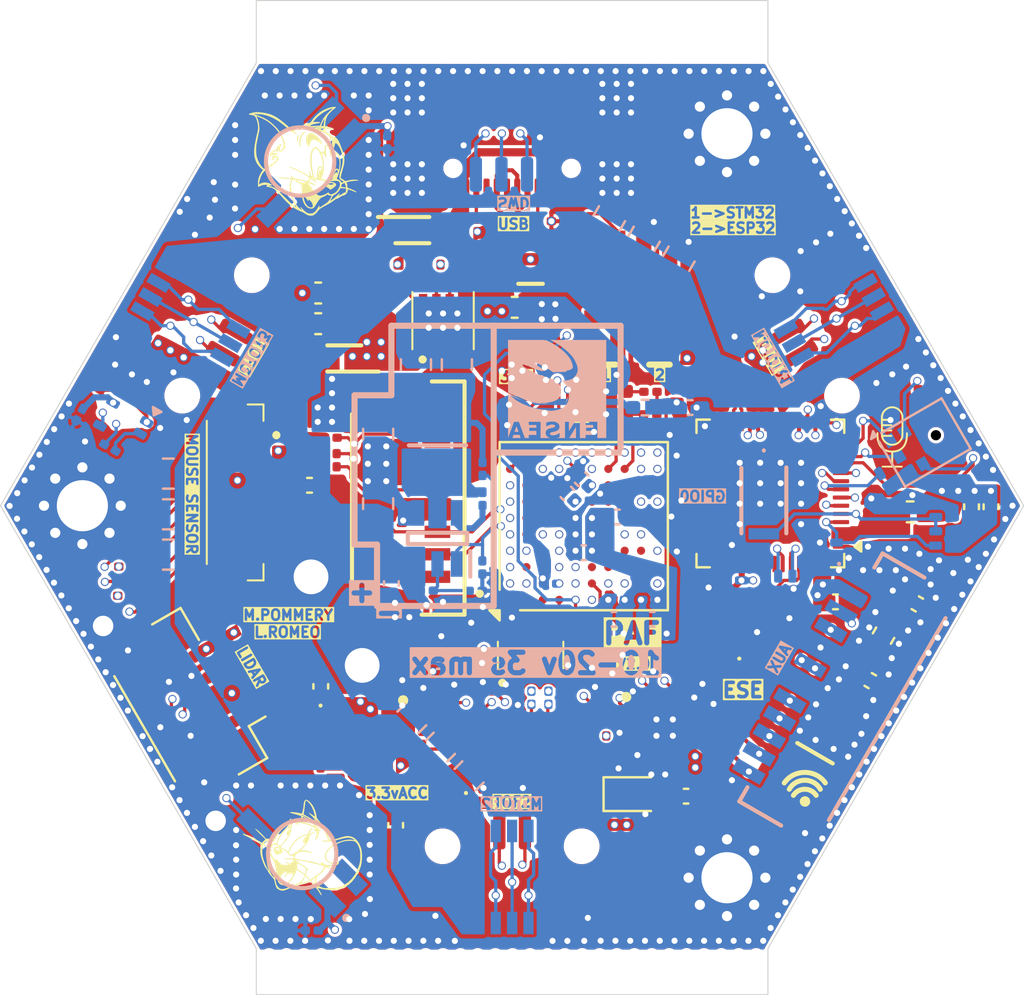
<source format=kicad_pcb>
(kicad_pcb (version 20241229) (generator "pcbnew") (generator_version "9.0")
  (layers (0 "F.Cu" signal) (4 "In1.Cu" signal) (6 "In2.Cu" signal) (8 "In3.Cu" signal) (10 "In4.Cu" signal) (12 "In5.Cu" signal) (14 "In6.Cu" signal) (2 "B.Cu" signal) (13 "F.Paste" user) (15 "B.Paste" user) (5 "F.SilkS" user "F.Silkscreen") (7 "B.SilkS" user "B.Silkscreen") (1 "F.Mask" user) (3 "B.Mask" user) (25 "Edge.Cuts" user))
  (net 0 "")
  (net 1 "/STM32/ADC_VBAT")
  (net 2 "GND")
  (net 3 "+3.3V")
  (net 4 "/HP+")
  (net 5 "Net-(C7-Pad1)")
  (net 6 "/HP-")
  (net 7 "Net-(C10-Pad1)")
  (net 8 "VBAT+")
  (net 9 "Net-(IC1-SW)")
  (net 10 "Net-(IC1-CB)")
  (net 11 "+5V")
  (net 12 "4.5V")
  (net 13 "3.3VSENSOR")
  (net 14 "Net-(Y2-CRYSTAL__1)")
  (net 15 "/CONNECTOR/D-")
  (net 16 "VUSB")
  (net 17 "/CONNECTOR/D+")
  (net 20 "Net-(IC1-EN)")
  (net 21 "Net-(IC1-FB)")
  (net 23 "/NRST")
  (net 24 "/GPIO_MOT1")
  (net 25 "/ESP32/LEDPWM")
  (net 26 "/TX_MOT1")
  (net 29 "Net-(IC6-~{SD_MODE})")
  (net 31 "/RX_MOT1")
  (net 32 "/RX_MOT2")
  (net 33 "Net-(IC6-GAIN_SLOT)")
  (net 34 "/TX_MOT2")
  (net 36 "/GPIO_MOT2")
  (net 37 "/GPIO_MOT3")
  (net 38 "/TX_MOT3")
  (net 39 "/RX_MOT3")
  (net 40 "/ESP32_TX")
  (net 41 "/D+ESP32")
  (net 42 "Net-(J1-CC1)")
  (net 43 "Net-(J1-CC2)")
  (net 45 "Net-(LEDBLUE1-A)")
  (net 46 "Net-(LEDGREEN1-A)")
  (net 47 "Net-(LEDRED1-A)")
  (net 48 "Net-(LEDRED2-A)")
  (net 50 "/ESP32_RX")
  (net 51 "/STM32/LED0")
  (net 52 "/STM32/LED1")
  (net 53 "Net-(Y1-OUTPUT)")
  (net 54 "/STM32/HSE_OUT")
  (net 55 "/CONNECTOR/DATA-OUT")
  (net 56 "/CONNECTOR/DATA+OUT")
  (net 57 "/D-ESP32")
  (net 58 "Net-(IC5-SCL{slash}SCLK)")
  (net 59 "/ACCEL_MOSI")
  (net 60 "Net-(IC5-INT2)")
  (net 61 "/ACCEL_MISO")
  (net 62 "Net-(IC5-INT1)")
  (net 63 "/ACCEL_CS")
  (net 69 "/ACCEL_CLK")
  (net 72 "/ACCEL_INT2")
  (net 74 "/ACCEL_INT1")
  (net 76 "/MOUSE_INT")
  (net 78 "/SWDIO")
  (net 80 "/SWCLK")
  (net 82 "/RX_LIDAR")
  (net 84 "/SDA_TOF1")
  (net 85 "/SDA_TOF3")
  (net 87 "/SCL_TOF1")
  (net 89 "/STM32/HSE_IN")
  (net 90 "/SDA_TOF2")
  (net 92 "/SDA_OLED")
  (net 93 "/LIDAR_PWM")
  (net 99 "/MOUSE_CS")
  (net 101 "/D-STM32")
  (net 102 "/D+STM32")
  (net 104 "/SCL_TOF2")
  (net 105 "/SCL_OLED")
  (net 106 "/SCL_TOF3")
  (net 107 "/MOUSE_MISO")
  (net 108 "/STM32/Tx8_LIDAR")
  (net 109 "/LED_TIM")
  (net 114 "/TX_SUP")
  (net 115 "/RX_SUP")
  (net 119 "Net-(IC8-A)")
  (net 120 "Net-(IC8-~{OE})")
  (net 124 "Net-(U1-BOOT0)")
  (net 125 "Net-(IC8-Y)")
  (net 126 "Net-(LED2-DOUT)")
  (net 129 "Net-(IC2-SS{slash}TR)")
  (net 130 "Net-(U5-GPIO0)")
  (net 131 "Net-(C66-Pad1)")
  (net 132 "/ESP32/LNA_IN")
  (net 133 "Net-(C70-Pad1)")
  (net 134 "RESET")
  (net 135 "Net-(IC2-PG)")
  (net 136 "Net-(IC2-FB)")
  (net 138 "/ESP32/mic_sck")
  (net 139 "/ESP32/mic_data")
  (net 140 "Net-(U5-GPIO3)")
  (net 142 "/ESP32/mic_frame_sck")
  (net 144 "/ESP32/BOOT1")
  (net 161 "Net-(U5-VDD_SPI)")
  (net 165 "Net-(J4-Pad5)")
  (net 171 "/MOUSE_CLK")
  (net 172 "/ESP32/HSE_IN")
  (net 174 "/MOUSE_MOSI")
  (net 175 "/ESP32/max_data")
  (net 176 "/ESP32/max_bit_clk")
  (net 177 "/RGB_TOM_JERRY")
  (net 178 "Net-(U5-GPIO45)")
  (net 179 "/ESP32/max_frame_clk")
  (net 181 "/ESP32/SD_FSPIQ")
  (net 182 "/ESP32/SD_FSPICLK")
  (net 183 "/ESP32/SD_FSPID")
  (net 185 "/ESP32/SD_FSPICS")
  (net 186 "/ESP32/HSE_OUT")
  (net 187 "/ESP32/max_gpio")
  (net 188 "Net-(MK2-LR)")
  (net 190 "Net-(J6-Pad7)")
  (net 192 "Net-(J6-Pad3)")
  (footprint "Resistor_SMD:R_0201_0603Metric" (layer "F.Cu") (at 124.8 71.52 -90)
    (property "Reference" "R20" (hide yes))
    (property "Value" "309k" (hide yes))
  )
  (footprint "Capacitor_SMD:C_0402_1005Metric_Pad0.74x0.62mm_HandSolder" (layer "F.Cu") (at 148.8 87.8 -30)
    (property "Reference" "C69" (hide yes))
    (property "Value" "1.56n" (hide yes))
  )
  (footprint "Panelization:BreakLine_5h_D0.5mm_P0.85mm" (layer "F.Cu") (at 123.05 61)
    (property "Reference" "REF**" (hide yes))
    (property "Value" "BreakLine_5h_D0.5mm_P0.85mm" (hide yes))
  )
  (footprint "samacsys:JST_GH_BM04B" (layer "F.Cu") (at 113.281 73.925 60)
    (property "Reference" "TOF3" (hide yes))
    (property "Value" "SM04B-GHE-TB" (hide yes))
  )
  (footprint "Capacitor_SMD:C_0201_0603Metric" (layer "F.Cu") (at 119.4 82.9 180)
    (property "Reference" "C29" (hide yes))
    (property "Value" "100n" (hide yes))
  )
  (footprint "Panelization:BreakLine_5h_D0.5mm_P0.85mm" (layer "F.Cu") (at 118.8 61)
    (property "Reference" "REF**" (hide yes))
    (property "Value" "BreakLine_5h_D0.5mm_P0.85mm" (hide yes))
  )
  (footprint "LED_SMD:LED_0402_1005Metric" (layer "F.Cu") (at 130.106205 78.467982 180)
    (property "Reference" "LEDRED1" (hide yes))
    (property "Value" "150040RS73240" (hide yes))
  )
  (footprint "samacsys:C_0201_custom" (layer "F.Cu") (at 141.95 87.3)
    (property "Reference" "C40" (hide yes))
    (property "Value" "15p" (hide yes))
  )
  (footprint "samacsys:R_0201_custom" (layer "F.Cu") (at 108.6 77.2 -30)
    (property "Reference" "R24" (hide yes))
    (property "Value" "0R" (hide yes))
  )
  (footprint "samacsys:JST_GH_BM04B" (layer "F.Cu") (at 144.719 73.925 -60)
    (property "Reference" "TOF1" (hide yes))
    (property "Value" "SM04B-GHE-TB" (hide yes))
  )
  (footprint "Connector_USB:USB_C_Receptacle_GCT_USB4110" (layer "F.Cu") (at 129 63.9 180)
    (property "Reference" "J1" (hide yes))
    (property "Value" "USB4110-GF-A" (hide yes))
  )
  (footprint "Panelization:BreakLine_5h_D0.5mm_P0.85mm" (layer "F.Cu") (at 135.8 61)
    (property "Reference" "REF**" (hide yes))
    (property "Value" "BreakLine_5h_D0.5mm_P0.85mm" (hide yes))
  )
  (footprint "Resistor_SMD:R_0201_0603Metric" (layer "F.Cu") (at 110.05 87.4 180)
    (property "Reference" "R45" (hide yes))
    (property "Value" "22R" (hide yes))
  )
  (footprint "samacsys:R_0201_custom" (layer "F.Cu") (at 125.55 89.7 90)
    (property "Reference" "R2" (hide yes))
    (property "Value" "1k" (hide yes))
  )
  (footprint "LOGO" (layer "F.Cu") (at 143.3 96.81)
    (property "Reference" "G***" (hide yes))
    (property "Value" "LOGO" (hide yes))
  )
  (footprint "Panelization:BreakLine_2h_D0.5mm_P0.85mm" (layer "F.Cu") (at 140.5 105.025)
    (property "Reference" "REF**" (hide yes))
    (property "Value" "BreakLine_2h_D0.5mm_P0.85mm" (hide yes))
  )
  (footprint "Panelization:BreakLine_5h_D0.5mm_P0.85mm" (layer "F.Cu") (at 127.3 61)
    (property "Reference" "REF**" (hide yes))
    (property "Value" "BreakLine_5h_D0.5mm_P0.85mm" (hide yes))
  )
  (footprint "samacsys2:TPS82130SILT" (layer "F.Cu") (at 125.625 73.95 90)
    (property "Reference" "IC2" (hide yes))
    (property "Value" "TPS82150SILR" (hide yes))
  )
  (footprint "Capacitor_SMD:C_0402_1005Metric_Pad0.74x0.62mm_HandSolder" (layer "F.Cu") (at 144.8 87.7)
    (property "Reference" "C62" (hide yes))
    (property "Value" "1u" (hide yes))
  )
  (footprint "Resistor_SMD:R_0201_0603Metric" (layer "F.Cu") (at 149.17 77.3 180)
    (property "Reference" "R33" (hide yes))
    (property "Value" "300k" (hide yes))
  )
  (footprint "Resistor_SMD:R_0201_0603Metric" (layer "F.Cu") (at 124.1 71.52 -90)
    (property "Reference" "R19" (hide yes))
    (property "Value" "100k" (hide yes))
  )
  (footprint "Capacitor_SMD:C_0402_1005Metric" (layer "F.Cu") (at 119.65 91.83 90)
    (property "Reference" "C22" (hide yes))
    (property "Value" "1u" (hide yes))
  )
  (footprint "MountingHole:MountingHole_2.5mm_Pad_Via" (layer "F.Cu") (at 139.5 101.186533)
    (property "Reference" "H1" (hide yes))
    (property "Value" "MountingHole_Pad" (hide yes))
  )
  (footprint "Capacitor_SMD:C_0603_1608Metric" (layer "F.Cu") (at 119.525 72.6 180)
    (property "Reference" "C21" (hide yes))
    (property "Value" "10u" (hide yes))
  )
  (footprint "samacsys:636101111001" (layer "F.Cu") (at 144.45 93.975 150)
    (property "Reference" "J2" (hide yes))
    (property "Value" "636101111001" (hide yes))
  )
  (footprint "Resistor_SMD:R_0201_0603Metric" (layer "F.Cu") (at 120.075 83.65)
    (property "Reference" "R38" (hide yes))
    (property "Value" "47k" (hide yes))
  )
  (footprint "Capacitor_SMD:C_0201_0603Metric" (layer "F.Cu") (at 138.92 87 180)
    (property "Reference" "C39" (hide yes))
    (property "Value" "100n" (hide yes))
  )
  (footprint "Capacitor_SMD:C_0402_1005Metric" (layer "F.Cu") (at 137.5 97.2 180)
    (property "Reference" "C45" (hide yes))
    (property "Value" "10u" (hide yes))
  )
  (footprint "LOGO" (layer "F.Cu") (at 118.82 66.16)
    (property "Reference" "G***" (hide yes))
    (property "Value" "LOGO" (hide yes))
  )
  (footprint "Capacitor_SMD:C_0201_0603Metric_Pad0.64x0.40mm_HandSolder" (layer "F.Cu") (at 150.4 83.75 -90)
    (property "Reference" "C63" (hide yes))
    (property "Value" "100n" (hide yes))
  )
  (footprint "Resistor_SMD:R_0201_0603Metric" (layer "F.Cu") (at 133.6 94.575 -90)
    (property "Reference" "R30" (hide yes))
    (property "Value" "300k" (hide yes))
  )
  (footprint "LED_SMD:LED_0402_1005Metric" (layer "F.Cu") (at 134.125 77.407982)
    (property "Reference" "LEDBLUE1" (hide yes))
    (property "Value" "150040BS73240" (hide yes))
  )
  (footprint "Resistor_SMD:R_0201_0603Metric" (layer "F.Cu") (at 131.5 71.6)
    (property "Reference" "R10" (hide yes))
    (property "Value" "22R" (hide yes))
  )
  (footprint "Capacitor_SMD:C_0201_0603Metric" (layer "F.Cu") (at 123.4 71.52 90)
    (property "Reference" "C26" (hide yes))
    (property "Value" "430pF" (hide yes))
  )
  (footprint "Resistor_SMD:R_0201_0603Metric" (layer "F.Cu") (at 135.76 77.43 180)
    (property "Reference" "R4" (hide yes))
    (property "Value" "1k" (hide yes))
  )
  (footprint "Package_BGA:TFBGA-100_8x8mm_Layout10x10_P0.8mm" (layer "F.Cu") (at 132.5 84 90)
    (property "Reference" "U1" (hide yes))
    (property "Value" "STM32H743VIHx" (hide yes))
  )
  (footprint "Capacitor_SMD:C_0603_1608Metric" (layer "F.Cu") (at 129.125 74.8)
    (property "Reference" "C27" (hide yes))
    (property "Value" "22u" (hide yes))
  )
  (footprint "Capacitor_SMD:C_0201_0603Metric_Pad0.64x0.40mm_HandSolder" (layer "F.Cu") (at 141.8 77.65)
    (property "Reference" "C67" (hide yes))
    (property "Value" "100n" (hide yes))
  )
  (footprint "Resistor_SMD:R_0201_0603Metric" (layer "F.Cu") (at 135.75 78.527982 180)
    (property "Reference" "R3" (hide yes))
    (property "Value" "1k" (hide yes))
  )
  (footprint "Capacitor_SMD:C_0201_0603Metric_Pad0.64x0.40mm_HandSolder" (layer "F.Cu") (at 137.44667 77.95 180)
    (property "Reference" "C31" (hide yes))
    (property "Value" "100n" (hide yes))
  )
  (footprint "samacsys:C_0201_custom" (layer "F.Cu") (at 126.26 89.7 90)
    (property "Reference" "C1" (hide yes))
    (property "Value" "100n" (hide yes))
  )
  (footprint "Connector_PinHeader_1.27mm:PinHeader_2x04_P1.27mm_Vertical_SMD" (layer "F.Cu") (at 134.8 72.7 90)
    (property "Reference" "USBJUMP1" (hide yes))
    (property "Value" "Conn_01x08_Pin" (hide yes))
  )
  (footprint "Resistor_SMD:R_0201_0603Metric" (layer "F.Cu") (at 120.13 79.675)
    (property "Reference" "R29" (hide yes))
    (property "Value" "47k" (hide yes))
  )
  (footprint "samacsys:SOD2513X117N" (layer "F.Cu") (at 124.125 69.525)
    (property "Reference" "D3" (hide yes))
    (property "Value" "BAT60JFILM" (hide yes))
  )
  (footprint "samacsys:SOD2513X117N" (layer "F.Cu") (at 120.8 75.8 180)
    (property "Reference" "D2" (hide yes))
    (property "Value" "BAT60JFILM" (hide yes))
  )
  (footprint "LED_SMD:LED_0402_1005Metric" (layer "F.Cu") (at 119.64 93.86 -90)
    (property "Reference" "LEDRED2" (hide yes))
    (property "Value" "150040RS73240" (hide yes))
  )
  (footprint "Resistor_SMD:R_0201_0603Metric" (layer "F.Cu") (at 120.425 80.775 -90)
    (property "Reference" "R40" (hide yes))
    (property "Value" "22R" (hide yes))
  )
  (footprint "Capacitor_Tantalum_SMD:CP_EIA-1608-08_AVX-J" (layer "F.Cu") (at 134.988705 97.1)
    (property "Reference" "C43" (hide yes))
    (property "Value" "10u" (hide yes))
  )
  (footprint "samacsys:C_0201_custom" (layer "F.Cu") (at 133.213705 95.697982 180)
    (property "Reference" "C42" (hide yes))
    (property "Value" "100n" (hide yes))
  )
  (footprint "samacsys:ADXL343BCCZRL" (layer "F.Cu") (at 128.743705 94.895982 90)
    (property "Reference" "IC5" (hide yes))
    (property "Value" "ADXL343BCCZ-RL" (hide yes))
  )
  (footprint "MountingHole:MountingHole_2.5mm_Pad_Via" (layer "F.Cu") (at 139.5 64.813467)
    (property "Reference" "H3" (hide yes))
    (property "Value" "MountingHole_Pad" (hide yes))
  )
  (footprint "Resistor_SMD:R_0201_0603Metric" (layer "F.Cu") (at 143.15 88.1 -90)
    (property "Reference" "R22" (hide yes))
    (property "Value" "20R" (hide yes))
  )
  (footprint "samacsys:473092651" (layer "F.Cu") (at 124.017 82.875 -90)
    (property "Reference" "J4" (hide yes))
    (property "Value" "47309-2651" (hide yes))
  )
  (footprint "Resistor_SMD:R_0201_0603Metric" (layer "F.Cu") (at 131.5 70.3)
    (property "Reference" "R9" (hide yes))
    (property "Value" "22R" (hide yes))
  )
  (footprint "Panelization:BreakLine_5h_D0.5mm_P0.85mm" (layer "F.Cu") (at 131.55 61)
    (property "Reference" "REF**" (hide yes))
    (property "Value" "BreakLine_5h_D0.5mm_P0.85mm" (hide yes))
  )
  (footprint "samacsys:SON95P300X300X90-7N-D" (layer "F.Cu") (at 122.075 94.39 -90)
    (property "Reference" "IC3" (hide yes))
    (property "Value" "LDO40LPU33RY" (hide yes))
  )
  (footprint "Capacitor_SMD:C_0402_1005Metric_Pad0.74x0.62mm_HandSolder" (layer "F.Cu") (at 146.5 91.55 -30)
    (property "Reference" "C70" (hide yes))
    (property "Value" "1.56n" (hide yes))
  )
  (footprint "Resistor_SMD:R_0201_0603Metric" (layer "F.Cu") (at 130.103705 77.517982)
    (property "Reference" "R17" (hide yes))
    (property "Value" "1k" (hide yes))
  )
  (footprint "Capacitor_SMD:C_0201_0603Metric_Pad0.64x0.40mm_HandSolder" (layer "F.Cu") (at 144.5925 86.85)
    (property "Reference" "C65" (hide yes))
    (property "Value" "10n" (hide yes))
  )
  (footprint "Panelization:BreakLine_5h_D0.5mm_P0.85mm" (layer "F.Cu") (at 127.325 105.025)
    (property "Reference" "REF**" (hide yes))
    (property "Value" "BreakLine_5h_D0.5mm_P0.85mm" (hide yes))
  )
  (footprint "Capacitor_SMD:C_0603_1608Metric" (layer "F.Cu") (at 119.525 74.1 180)
    (property "Reference" "C23" (hide yes))
    (property "Value" "10u" (hide yes))
  )
  (footprint "samacsys:CSTNE12M0GH5L000R0" (layer "F.Cu") (at 129.903705 90.297982 180)
    (property "Reference" "Y1" (hide yes))
    (property "Value" "CSTNE8M00GH5C000R0" (hide yes))
  )
  (footprint "Resistor_SMD:R_0201_0603Metric" (layer "F.Cu") (at 125.5 71.52 90)
    (property "Reference" "R21" (hide yes))
    (property "Value" "100k" (hide yes))
  )
  (footprint "samacsys:JST_GH_BM04B" (layer "F.Cu") (at 129 101.15 180)
    (property "Reference" "TOF2" (hide yes))
    (property "Value" "SM04B-GHE-TB" (hide yes))
  )
  (footprint "Panelization:BreakLine_5h_D0.5mm_P0.85mm" (layer "F.Cu") (at 123.075 105.025)
    (property "Reference" "REF**" (hide yes))
    (property "Value" "BreakLine_5h_D0.5mm_P0.85mm" (hide yes))
  )
  (footprint "Inductor_SMD:L_0603_1608Metric" (layer "F.Cu") (at 147.15 89.35 -120)
    (property "Reference" "L5" (hide yes))
    (property "Value" "2.7n" (hide yes))
  )
  (footprint "Capacitor_SMD:C_0603_1608Metric" (layer "F.Cu") (at 129.125 73.3)
    (property "Reference" "C25" (hide yes))
    (property "Value" "22u" (hide yes))
  )
  (footprint "Capacitor_SMD:C_0201_0603Metric" (layer "F.Cu") (at 137.668705 96.327982 180)
    (property "Reference" "C44" (hide yes))
    (property "Value" "100n" (hide yes))
  )
  (footprint "samacsys:R_0201_custom" (layer "F.Cu") (at 133.575 93.125 -90)
    (property "Reference" "R31" (hide yes))
    (property "Value" "0R" (hide yes))
  )
  (footprint "Resistor_SMD:R_0201_0603Metric" (layer "F.Cu") (at 124.81 89.7 -90)
    (property "Reference" "R1" (hide yes))
    (property "Value" "20k" (hide yes))
  )
  (footprint "Capacitor_SMD:C_0402_1005Metric_Pad0.74x0.62mm_HandSolder" (layer "F.Cu") (at 119.1 82 180)
    (property "Reference" "C28" (hide yes))
    (property "Value" "4.7u" (hide yes))
  )
  (footprint "samacsys:SOT65P210X110-6N" (layer "F.Cu") (at 128.95 70.95 180)
    (property "Reference" "D1" (hide yes))
    (property "Value" "82400274" (hide yes))
  )
  (footprint "Connector_JST:JST_GH_BM04B-GHS-TBT_1x04-1MP_P1.25mm_Vertical" (layer "F.Cu") (at 113.303705 92.597982 120)
    (property "Reference" "LIDAR1" (hide yes))
    (property "Value" "SM04B-GHE-TB" (hide yes))
  )
  (footprint "samacsys:C_0201_custom" (layer "F.Cu") (at 126.88 91.43 90)
    (property "Reference" "C5" (hide yes))
    (property "Value" "100n" (hide yes))
  )
  (footprint "Capacitor_SMD:C_0201_0603Metric_Pad0.64x0.40mm_HandSolder" (layer "F.Cu") (at 146.55 83.05 90)
    (property "Reference" "C66" (hide yes))
    (property "Value" "100n" (hide yes))
  )
  (footprint "samacsys:C_0201_custom" (layer "F.Cu") (at 132.953705 89.9 90)
    (property "Reference" "C9" (hide yes))
    (property "Value" "100n" (hide yes))
  )
  (footprint "samacsys:R_0201_custom" (layer "F.Cu") (at 126.17 91.44 -90)
    (property "Reference" "R6" (hide yes))
    (property "Value" "10k" (hide yes))
  )
  (footprint "samacsys:R_0201_custom" (layer "F.Cu") (at 119.65 95.5 90)
    (property "Reference" "R18" (hide yes))
    (property "Value" "1k" (hide yes))
  )
  (footprint "LED_SMD:LED_0402_1005Metric" (layer "F.Cu") (at 134.125 78.52)
    (property "Reference" "LEDGREEN1" (hide yes))
    (property "Value" "150040GS73240" (hide yes))
  )
  (footprint "samacsys:R_0201_custom" (layer "F.Cu") (at 127.543705 69.03)
    (property "Reference" "R8" (hide yes))
    (property "Value" "5.1k" (hide yes))
  )
  (footprint "samacsys:R_0201_custom" (layer "F.Cu") (at 130.6 69.1)
    (property "Reference" "R7" (hide yes))
    (property "Value" "5.1k" (hide yes))
  )
  (footprint "Panelization:BreakLine_2h_D0.5mm_P0.85mm" (layer "F.Cu") (at 138.8 105.025)
    (property "Reference" "REF**" (hide yes))
    (property "Value" "BreakLine_2h_D0.5mm_P0.85mm" (hide yes))
  )
  (footprint "Resistor_SMD:R_0201_0603Metric" (layer "F.Cu") (at 132.203705 89.9 90)
    (property "Reference" "R5" (hide yes))
    (property "Value" "22R" (hide yes))
  )
  (footprint "Panelization:BreakLine_5h_D0.5mm_P0.85mm" (layer "F.Cu") (at 118.825 105.025)
    (property "Reference" "REF**" (hide yes))
    (property "Value" "BreakLine_5h_D0.5mm_P0.85mm" (hide yes))
  )
  (footprint "Capacitor_SMD:C_0402_1005Metric_Pad0.74x0.62mm_HandSolder" (layer "F.Cu") (at 151.45 83.05 -90)
    (property "Reference" "C60" (hide yes))
    (property "Value" "1u" (hide yes))
  )
  (footprint "Panelization:BreakLine_2h_D0.5mm_P0.85mm" (layer "F.Cu") (at 138.775 61)
    (property "Reference" "REF**" (hide yes))
    (property "Value" "BreakLine_2h_D0.5mm_P0.85mm" (hide yes))
  )
  (footprint "Panelization:BreakLine_5h_D0.5mm_P0.85mm" (layer "F.Cu") (at 135.825 105.025)
    (property "Reference" "REF**" (hide yes))
    (property "Value" "BreakLine_5h_D0.5mm_P0.85mm" (hide yes))
  )
  (footprint "samacsys:C_0201_custom" (layer "F.Cu") (at 141.9 90.05)
    (property "Reference" "C38" (hide yes))
    (property "Value" "15p" (hide yes))
  )
  (footprint "Capacitor_SMD:C_0201_0603Metric" (layer "F.Cu") (at 124.593705 95.847982 90)
    (property "Reference" "C41" (hide yes))
    (property "Value" "100n" (hide yes))
  )
  (footprint "Capacitor_SMD:C_0402_1005Metric" (layer "F.Cu") (at 123.31 98.62 90)
    (property "Reference" "C24" (hide yes))
    (property "Value" "1u" (hide yes))
  )
  (footprint "samacsys:R_0201_custom" (layer "F.Cu") (at 124.593705 94.347982 -90)
    (property "Reference" "R25" (hide yes))
    (property "Value" "22R" (hide yes))
  )
  (footprint "Capacitor_SMD:C_0402_1005Metric_Pad0.74x0.62mm_HandSolder" (layer "F.Cu") (at 152.4 83.05 -90)
    (property "Reference" "C47" (hide yes))
    (property "Value" "10u" (hide yes))
  )
  (footprint "Package_DFN_QFN:QFN-56-1EP_7x7mm_P0.4mm_EP4x4mm" (layer "F.Cu") (at 141.62 82.4 180)
    (property "Reference" "U5" (hide yes))
    (property "Value" "ESP32-S3" (hide yes))
  )
  (footprint "Panelization:BreakLine_2h_D0.5mm_P0.85mm" (layer "F.Cu") (at 140.475 61)
    (property "Reference" "REF**" (hide yes))
    (property "Value" "BreakLine_2h_D0.5mm_P0.85mm" (hide yes))
  )
  (footprint "MountingHole:MountingHole_2.5mm_Pad_Via" (layer "F.Cu") (at 108 83)
    (property "Reference" "H2" (hide yes))
    (property "Value" "MountingHole_Pad" (hide yes))
  )
  (footprint "samacsys:5871024147F" (layer "F.Cu") (at 139.225 88.9)
    (property "Reference" "LED1" (hide yes))
    (property "Value" "587-1024-147F" (hide yes))
  )
  (footprint "samacsys:LFXTAL069527REEL" (layer "F.Cu") (at 141.9 88.7 90)
    (property "Reference" "Y2" (hide yes))
    (property "Value" "LFXTAL069527REEL" (hide yes))
  )
  (footprint "Resistor_SMD:R_0201_0603Metric" (layer "F.Cu") (at 132.863705 94.577982 90)
    (property "Reference" "R28" (hide yes))
    (property "Value" "10k" (hide yes))
  )
  (footprint "Resistor_SMD:R_0201_0603Metric" (layer "F.Cu") (at 110.1 85.975 180)
    (property "Reference" "R42" (hide yes))
    (property "Value" "22R" (hide yes))
  )
  (footprint "samacsys2:DF528S08H21" (layer "F.Cu") (at 115.74 82.35 -90)
    (property "Reference" "J6" (hide yes))
    (property "Value" "DF52-8S-0.8H_21_" (hide yes))
  )
  (footprint "Resistor_SMD:R_0201_0603Metric" (layer "F.Cu") (at 120.075 84.4)
    (property "Reference" "R34" (hide yes))
    (property "Value" "10k" (hide yes))
  )
  (footprint "LOGO" (layer "F.Cu") (at 118.252309 99.855151)
    (property "Reference" "G***" (hide yes))
    (property "Value" "LOGO" (hide yes))
  )
  (footprint "Resistor_SMD:R_0201_0603Metric" (layer "F.Cu") (at 132.875 93.125 90)
    (property "Reference" "R32" (hide yes))
    (property "Value" "0R" (hide yes))
  )
  (footprint "samacsys:pad_0.7mm" (layer "F.Cu") (at 125.13 91.1)
    (property "Reference" "TP1" (hide yes))
    (property "Value" "BOOT0" (hide yes))
  )
  (footprint "samacsys:QFN50P300X300X80-17N" (layer "F.Cu") (at 136.45 93.85)
    (property "Reference" "IC6" (hide yes))
    (property "Value" "MAX98357AETE+" (hide yes))
  )
  (footprint "Panelization:BreakLine_5h_D0.5mm_P0.85mm" (layer "F.Cu") (at 131.575 105.025)
    (property "Reference" "REF**" (hide yes))
    (property "Value" "BreakLine_5h_D0.5mm_P0.85mm" (hide yes))
  )
  (footprint "Inductor_SMD:L_0603_1608Metric" (layer "F.Cu") (at 148.45 83.3 180)
    (property "Reference" "L4" (hide yes))
    (property "Value" "2.2n" (hide yes))
  )
  (footprint "LOGO" (layer "F.Cu") (at 147.57 79.63)
    (property "Reference" "G***" (hide yes))
    (property "Value" "LOGO" (hide yes))
  )
  (footprint "Resistor_SMD:R_0402_1005Metric_Pad0.72x0.64mm_HandSolder" (layer "B.Cu") (at 135.5 78.2 180)
    (property "Reference" "R41" (hide yes))
    (property "Value" "0R" (hide yes))
  )
  (footprint "Capacitor_SMD:C_0402_1005Metric" (layer "B.Cu") (at 131.7 82.4 135)
    (property "Reference" "C7" (hide yes))
    (property "Value" "2.2u" (hide yes))
  )
  (footprint "Capacitor_SMD:C_0805_2012Metric" (layer "B.Cu") (at 112.2 85.39 180)
    (property "Reference" "C50" (hide yes))
    (property "Value" "22u" (hide yes))
  )
  (footprint "ERF8:SAMTEC_ERF8-005-05.0-L-DV-K-TR" (layer "B.Cu") (at 113.281 73.925 -120)
    (property "Reference" "J9" (hide yes))
    (property "Value" "ERF8-005-05.0-L-DV-K-TR" (hide yes))
  )
  (footprint "samacsys:R_0201_custom" (layer "B.Cu") (at 109.35 80.15 -30)
    (property "Reference" "R23" (hide yes))
    (property "Value" "0R" (hide yes))
  )
  (footprint "Capacitor_SMD:C_0805_2012Metric" (layer "B.Cu") (at 135.45 69.95 60)
    (property "Reference" "C54" (hide yes))
    (property "Value" "22u" (hide yes))
  )
  (footprint "LOGO" (layer "B.Cu") (at 131.2 77.3 180)
    (property "Reference" "G***" (hide yes))
    (property "Value" "LOGO" (hide yes))
  )
  (footprint "ERF8:SAMTEC_ERF8-005-05.0-L-DV-K-TR" (layer "B.Cu") (at 144.719 73.925 120)
    (property "Reference" "J7" (hide yes))
    (property "Value" "ERF8-005-05.0-L-DV-K-TR" (hide yes))
  )
  (footprint "Capacitor_SMD:C_0805_2012Metric" (layer "B.Cu") (at 126.9 96.2 45)
    (property "Reference" "C49" (hide yes))
    (property "Value" "22u" (hide yes))
  )
  (footprint "Capacitor_SMD:C_0402_1005Metric" (layer "B.Cu") (at 133.97 88.55 180)
    (property "Reference" "C13" (hide yes))
    (property "Value" "1u" (hide yes))
  )
  (footprint "Capacitor_SMD:C_0201_0603Metric" (layer "B.Cu") (at 127.553705 82.667982 90)
    (property "Reference" "C17" (hide yes))
    (property "Value" "100n" (hide yes))
  )
  (footprint "Resistor_SMD:R_0201_0603Metric" (layer "B.Cu") (at 127.553705 81.197982 -90)
    (property "Reference" "R13" (hide yes))
    (property "Value" "100k" (hide yes))
  )
  (footprint "samacsys:JST_GH_BM04B" (layer "B.Cu") (at 129.103705 64.597982 180)
    (property "Reference" "SWD1" (hide yes))
    (property "Value" "SM04B-GHE-TB" (hide yes))
  )
  (footprint "Resistor_SMD:R_0201_0603Metric_Pad0.64x0.40mm_HandSolder" (layer "B.Cu") (at 142 86.85 -90)
    (property "Reference" "R39" (hide yes))
    (property "Value" "20k" (hide yes))
  )
  (footprint "Capacitor_SMD:C_0805_2012Metric" (layer "B.Cu") (at 122.453705 79.5 -90)
    (property "Reference" "C20" (hide yes))
    (property "Value" "22u" (hide yes))
  )
  (footprint "Resistor_SMD:R_0201_0603Metric_Pad0.64x0.40mm_HandSolder" (layer "B.Cu") (at 150.1075 84.25 180)
    (property "Reference" "R35" (hide yes))
    (property "Value" "20k" (hide yes))
  )
  (footprint "samacsys:SOT95P280X110-6N" (layer "B.Cu") (at 125.353705 84.597982 90)
    (property "Reference" "IC1" (hide yes))
    (property "Value" "LMR51625YFDDCR" (hide yes))
  )
  (footprint "Resistor_SMD:R_0201_0603Metric" (layer "B.Cu") (at 124.833705 87.147982)
    (property "Reference" "R11" (hide yes))
    (property "Value" "820k" (hide yes))
  )
  (footprint "Capacitor_SMD:C_0201_0603Metric_Pad0.64x0.40mm_HandSolder" (layer "B.Cu") (at 151.5 81.55 -150)
    (property "Reference" "C30" (hide yes))
    (property "Value" "100n" (hide yes))
  )
  (footprint "samacsys:74HCT1G125GW-Q100H" (layer "B.Cu") (at 110 79 150)
    (property "Reference" "IC8" (hide yes))
    (property "Value" "74HCT1G125GW-Q100H" (hide yes))
  )
  (footprint "Capacitor_SMD:C_0402_1005Metric" (layer "B.Cu") (at 132.5 85.3 180)
    (property "Reference" "C14" (hide yes))
    (property "Value" "4.7u" (hide yes))
  )
  (footprint "Capacitor_SMD:C_0805_2012Metric" (layer "B.Cu") (at 112.2 83.42 180)
    (property "Reference" "C51" (hide yes))
    (property "Value" "22u" (hide yes))
  )
  (footprint "Capacitor_SMD:C_0201_0603Metric" (layer "B.Cu") (at 132.5 84.45 180)
    (property "Reference" "C4" (hide yes))
    (property "Value" "100n" (hide yes))
  )
  (footprint "Capacitor_SMD:C_0201_0603Metric_Pad0.64x0.40mm_HandSolder" (layer "B.Cu") (at 139.8 86.65)
    (property "Reference" "C68" (hide yes))
    (property "Value" "100n" (hide yes))
  )
  (footprint "Capacitor_SMD:C_0805_2012Metric" (layer "B.Cu") (at 124.3 76.1 90)
    (property "Reference" "C18" (hide yes))
    (property "Value" "22u" (hide yes))
  )
  (footprint "Capacitor_SMD:C_0805_2012Metric" (layer "B.Cu") (at 125.5 94.8 45)
    (property "Reference" "C48" (hide yes))
    (property "Value" "22u" (hide yes))
  )
  (footprint "Capacitor_SMD:C_0805_2012Metric" (layer "B.Cu") (at 124.1 93.4 45)
    (property "Reference" "C46" (hide yes))
    (property "Value" "22u" (hide yes))
  )
  (footprint "Capacitor_SMD:C_0402_1005Metric" (layer "B.Cu") (at 135.85 88.55 180)
    (property "Reference" "C2" (hide yes))
    (property "Value" "4.7u" (hide yes))
  )
  (footprint "samacsys:SK6812MINIE" (layer "B.Cu") (at 118.648536 66.2 45)
    (property "Reference" "LED2" (hide yes))
    (property "Value" "SK6812MINI-E" (hide yes))
  )
  (footprint "Capacitor_SMD:C_0201_0603Metric_Pad0.64x0.40mm_HandSolder" (layer "B.Cu") (at 150.1075 83.55 180)
    (property "Reference" "C61" (hide yes))
    (property "Value" "100n" (hide yes))
  )
  (footprint "Resistor_SMD:R_0201_0603Metric_Pad0.64x0.40mm_HandSolder" (layer "B.Cu") (at 147.18 81.78 120)
    (property "Reference" "R15" (hide yes))
    (property "Value" "20k" (hide yes))
  )
  (footprint "Capacitor_SMD:C_0201_0603Metric" (layer "B.Cu") (at 135.7 87.6 180)
    (property "Reference" "C6" (hide yes))
    (property "Value" "100n" (hide yes))
  )
  (footprint "Capacitor_SMD:C_0805_2012Metric" (layer "B.Cu") (at 122.453705 82.897982 90)
    (property "Reference" "C15" (hide yes))
    (property "Value" "4.7u" (hide yes))
  )
  (footprint "samacsys:C_0201_custom" (layer "B.Cu") (at 122.89 65.24 -90)
    (property "Reference" "C58" (hide yes))
    (property "Value" "100n" (hide yes))
  )
  (footprint "ERF8:SAMTEC_ERF8-005-05.0-L-DV-K-TR" (layer "B.Cu") (at 129 101.15)
    (property "Reference" "J8" (hide yes))
    (property "Value" "ERF8-005-05.0-L-DV-K-TR" (hide yes))
  )
  (footprint "Capacitor_SMD:C_0805_2012Metric" (layer "B.Cu") (at 112.2 81.43 180)
    (property "Reference" "C52" (hide yes))
    (property "Value" "22u" (hide yes))
  )
  (footprint "samacsys:SM12BSRSSTBLFSN" (layer "B.Cu") (at 145.3 92.375 -120)
    (property "Reference" "J5" (hide yes))
    (property "Value" "SM12B-SRSS-TB_LF__SN_" (hide yes))
  )
  (footprint "Resistor_SMD:R_0201_0603Metric" (layer "B.Cu") (at 130.773705 92.387982 90)
    (property "Reference" "R27" (hide yes))
    (property "Value" "22R" (hide yes))
  )
  (footprint "Capacitor_SMD:C_0805_2012Metric" (layer "B.Cu") (at 133.75 68.95 60)
    (property "Reference" "C55" (hide yes))
    (property "Value" "22u" (hide yes))
  )
  (footprint "Capacitor_SMD:C_0201_0603Metric_Pad0.64x0.40mm_HandSolder" (layer "B.Cu") (at 144.45 84.8)
    (property "Reference" "C71" (hide yes))
    (property "Value" "100n" (hide yes))
  )
  (footprint "Resistor_SMD:R_0201_0603Metric_Pad0.64x0.40mm_HandSolder" (layer "B.Cu") (at 142.7 86.85 90)
    (property "Reference" "R37" (hide yes))
    (property "Value" "20k" (hide yes))
  )
  (footprint "Capacitor_SMD:C_0201_0603Metric" (layer "B.Cu") (at 132.5 83.75 180)
    (property "Reference" "C11" (hide yes))
    (property "Value" "100n" (hide yes))
  )
  (footprint "samacsys:XT30PWM" (layer "B.Cu") (at 115.303705 91.597982 -60)
    (property "Reference" "J3" (hide yes))
    (property "Value" "XT30PW-M" (hide yes))
  )
  (footprint "Capacitor_SMD:C_0402_1005Metric" (layer "B.Cu") (at 132.4 81.7 135)
    (property "Reference" "C10" (hide yes))
    (property "Value" "2.2u" (hide yes))
  )
  (footprint "Capacitor_SMD:C_0805_2012Metric" (layer "B.Cu") (at 126.3 76.1 90)
    (property "Reference" "C19" (hide yes))
    (property "Value" "22u" (hide yes))
  )
  (footprint "Capacitor_SMD:C_0805_2012Metric" (layer "B.Cu") (at 137.15 70.922724 60)
    (property "Reference" "C53" (hide yes))
    (property "Value" "22u" (hide yes))
  )
  (footprint "Capacitor_SMD:C_0402_1005Metric" (layer "B.Cu") (at 134.15 83.55)
    (property "Reference" "C8" (hide yes))
    (property "Value" "1u" (hide yes))
  )
  (footprint "Capacitor_SMD:C_0201_0603Metric" (layer "B.Cu") (at 134.17 87.6 180)
    (property "Reference" "C12" (hide yes))
    (property "Value" "100n" (hide yes))
  )
  (footprint "Capacitor_SMD:C_0402_1005Metric_Pad0.74x0.62mm_HandSolder" (layer "B.Cu") (at 137.7 78.2)
    (property "Reference" "C32" (hide yes))
    (property "Value" "1u" (hide yes))
  )
  (footprint "Resistor_SMD:R_0201_0603Metric_Pad0.64x0.40mm_HandSolder" (layer "B.Cu") (at 150.09 84.95 180)
    (property "Reference" "R36" (hide yes))
    (property "Value" "20k" (hide yes))
  )
  (footprint "samacsys:C_0201_custom" (layer "B.Cu") (at 119.2 103.76 180)
    (property "Reference" "C57" (hide yes))
    (property "Value" "100n" (hide yes))
  )
  (footprint "Resistor_SMD:R_0201_0603Metric" (layer "B.Cu") (at 129.943705 92.387982 90)
    (property "Reference" "R26" (hide yes))
    (property "Value" "22R" (hide yes))
  )
  (footprint "samacsys:C_0201_custom" (layer "B.Cu") (at 107.85 78.55 -120)
    (property "Reference" "C56" (hide yes))
    (property "Value" "100n" (hide yes))
  )
  (footprint "samacsys:C_0201_custom" (layer "B.Cu") (at 130.85 86.8 180)
    (property "Reference" "C3" (hide yes))
    (property "Value" "100n" (hide yes))
  )
  (footprint "samacsys:KXT341LHS" (layer "B.Cu") (at 141.3 82.75 -90)
    (property "Reference" "SW1" (hide yes))
    (property "Value" "BOOTMODE" (hide yes))
  )
  (footprint "samacsys:R_0201_custom" (layer "B.Cu") (at 127.223705 87.147982)
    (property "Reference" "R12" (hide yes))
    (property "Value" "200k" (hide yes))
  )
  (footprint "samacsys:SK6812MINIE" (layer "B.Cu") (at 118.74 99.932218 -45)
    (property "Reference" "LED3" (hide yes))
    (property "Value" "SK6812MINI-E" (hide yes))
  )
  (footprint "samacsys:INDC3030X150N" (layer "B.Cu") (at 125.353705 80.047982 90)
    (property "Reference" "L1" (hide yes))
    (property "Value" "74438335033" (hide yes))
  )
  (footprint "Sensor_Audio:InvenSense_ICS-43434-6_3.5x2.65mm" (layer "B.Cu") (at 149.094386 79.908423 -60)
    (property "Reference" "MK2" (hide yes))
    (property "Value" "ICS-43434" (hide yes))
  )
  (footprint "Capacitor_SMD:C_0402_1005Metric" (layer "B.Cu") (at 123.1 86.8 -90)
    (property "Reference" "C16" (hide yes))
    (property "Value" "0.1u" (hide yes))
  )
  (footprint "samacsys:R_0201_custom" (layer "B.Cu") (at 127.553705 86.017982 -90)
    (property "Reference" "R14" (hide yes))
    (property "Value" "19.1k" (hide yes))
  )
  (gr_line (start 134.05 76.1) (end 133.05 76.1) (stroke (width 0.3)) (layer "F.SilkS"))
  (gr_line (start 135.7 76.1) (end 136.7 76.1) (stroke (width 0.3)) (layer "F.SilkS"))
  (gr_line (start 121.3 84.9) (end 122.4 84.9) (stroke (width 0.3)) (layer "B.SilkS"))
  (gr_line (start 121.3 77.6) (end 121.3 84.9) (stroke (width 0.3)) (layer "B.SilkS"))
  (gr_line (start 127.5 74.2) (end 123.1 74.2) (stroke (width 0.3)) (layer "B.SilkS"))
  (gr_line (start 123.1 77.6) (end 121.3 77.6) (stroke (width 0.3)) (layer "B.SilkS"))
  (gr_line (start 128.1 74.2) (end 134.3 74.2) (stroke (width 0.3)) (layer "B.SilkS"))
  (gr_circle (center 118.74 100.028682) (end 120.4 99.858682) (stroke (width 0.2)) (fill no) (layer "B.SilkS"))
  (gr_line (start 128.1 74.2) (end 127.5 74.2) (stroke (width 0.3)) (layer "B.SilkS"))
  (gr_line (start 134.3 80.4) (end 128.1 80.4) (stroke (width 0.3)) (layer "B.SilkS"))
  (gr_circle (center 118.641318 66.17) (end 118.811318 67.83) (stroke (width 0.2)) (fill no) (layer "B.SilkS"))
  (gr_line (start 128.1 87.9) (end 128.1 74.2) (stroke (width 0.3)) (layer "B.SilkS"))
  (gr_line (start 134.3 74.2) (end 134.3 80.4) (stroke (width 0.3)) (layer "B.SilkS"))
  (gr_line (start 122.4 84.9) (end 122.4 87.9) (stroke (width 0.3)) (layer "B.SilkS"))
  (gr_line (start 122.4 87.9) (end 128.1 87.9) (stroke (width 0.3)) (layer "B.SilkS"))
  (gr_line (start 123.1 74.2) (end 123.1 77.6) (stroke (width 0.3)) (layer "B.SilkS"))
  (gr_poly (pts (xy 154 83) (xy 141.5 104.65) (xy 141.5 106.9) (xy 116.5 106.9) (xy 116.5 104.65) (xy 104 83) (xy 116.5 61.35) (xy 116.5 58.3) (xy 141.5 58.3) (xy 141.5 61.35)) (stroke (width 0.05)) (fill no) (layer "Edge.Cuts"))
  (gr_text "1" (at 133.25 76.9 0) (layer "F.SilkS" knockout) (effects (font (size 0.5 0.5) (thickness 0.125) (bold yes)) (justify left bottom)))
  (gr_text "ESE\n" (at 139.19 92.43 0) (layer "F.SilkS" knockout) (effects (font (size 0.7 0.7) (thickness 0.175) (bold yes)) (justify left bottom)))
  (gr_text "TOF2" (at 128.025 97.775 0) (layer "F.SilkS" knockout) (effects (font (size 0.5 0.5) (thickness 0.125) (bold yes)) (justify left bottom)))
  (gr_text "3.3vACC" (at 121.8 97.35 0) (layer "F.SilkS" knockout) (effects (font (size 0.5 0.5) (thickness 0.125) (bold yes)) (justify left bottom)))
  (gr_text "M.POMMERY" (at 115.79 88.64 0) (layer "F.SilkS" knockout) (effects (font (size 0.5 0.5) (thickness 0.125) (bold yes)) (justify left bottom)))
  (gr_text "L0" (at 131.77151 78.897979 0) (layer "F.SilkS" knockout) (effects (font (size 0.5 0.5) (thickness 0.125) (bold yes)) (justify left bottom)))
  (gr_text "3.3v" (at 128.325 77 0) (layer "F.SilkS" knockout) (effects (font (size 0.5 0.5) (thickness 0.125) (bold yes)) (justify left bottom)))
  (gr_text "TOF3" (at 116.55 74.725 240) (layer "F.SilkS" knockout) (effects (font (size 0.5 0.5) (thickness 0.125) (bold yes)) (justify left bottom)))
  (gr_text "2->ESP32" (at 137.675 69.720952 0) (layer "F.SilkS" knockout) (effects (font (size 0.5 0.5) (thickness 0.125) (bold yes)) (justify left bottom)))
  (gr_text "USB" (at 128.225 69.525 0) (layer "F.SilkS" knockout) (effects (font (size 0.5 0.5) (thickness 0.125) (bold yes)) (justify left bottom)))
  (gr_text "L.ROMEO\n" (at 116.33 89.48 0) (layer "F.SilkS" knockout) (effects (font (size 0.5 0.5) (thickness 0.125) (bold yes)) (justify left bottom)))
  (gr_text "2" (at 135.9 76.9 0) (layer "F.SilkS" knockout) (effects (font (size 0.5 0.5) (thickness 0.125) (bold yes)) (justify left bottom)))
  (gr_text "TOF1" (at 142.3 76.325 120) (layer "F.SilkS" knockout) (effects (font (size 0.5 0.5) (thickness 0.125) (bold yes)) (justify left bottom)))
  (gr_text "PAF" (at 133.32 89.84 0) (layer "F.SilkS" knockout) (effects (font (size 1 1) (thickness 0.25) (bold yes)) (justify left bottom)))
  (gr_text "MOUSE SENSOR" (at 113.05 79.4 270) (layer "F.SilkS" knockout) (effects (font (size 0.5 0.5) (thickness 0.125) (bold yes)) (justify left bottom)))
  (gr_text "L1" (at 131.766435 77.73519 0) (layer "F.SilkS" knockout) (effects (font (size 0.5 0.5) (thickness 0.125) (bold yes)) (justify left bottom)))
  (gr_text "LIDAR" (at 115.45 90.05 300) (layer "F.SilkS" knockout) (effects (font (size 0.5 0.5) (thickness 0.125) (bold yes)) (justify left bottom)))
  (gr_text "V2.0" (at 134.07 91.03 0) (layer "F.SilkS" knockout) (effects (font (size 0.5 0.5) (thickness 0.1)) (justify left bottom)))
  (gr_text "1->STM32" (at 137.65 68.975 0) (layer "F.SilkS" knockout) (effects (font (size 0.5 0.5) (thickness 0.125) (bold yes)) (justify left bottom)))
  (gr_text "GPIO0" (at 139.51 82.84 0) (layer "B.SilkS" knockout) (effects (font (size 0.5 0.5) (thickness 0.125) (bold yes)) (justify left bottom mirror)))
  (gr_text "MOTOR1\n" (at 141.229035 74.25 120) (layer "B.SilkS" knockout) (effects (font (size 0.5 0.5) (thickness 0.125) (bold yes)) (justify left bottom mirror)))
  (gr_text "AUX" (at 142.725 89.925 60) (layer "B.SilkS" knockout) (effects (font (size 0.5 0.5) (thickness 0.125) (bold yes)) (justify left bottom mirror)))
  (gr_text "SWD" (at 128.22 67.9 180) (layer "B.SilkS" knockout) (effects (font (size 0.5 0.5) (thickness 0.125) (bold yes)) (justify left bottom mirror)))
  (gr_text "MOTOR2" (at 130.55 97.89304 0) (layer "B.SilkS" knockout) (effects (font (size 0.5 0.5) (thickness 0.125) (bold yes)) (justify left bottom mirror)))
  (gr_text "MOTOR3" (at 115.2 77 240) (layer "B.SilkS" knockout) (effects (font (size 0.5 0.5) (thickness 0.125) (bold yes)) (justify left bottom mirror)))
  (gr_text "-" (at 123.77 88.78 0) (layer "B.SilkS" knockout) (effects (font (size 1 1) (thickness 0.25) (bold yes)) (justify left bottom mirror)))
  (gr_text "10-20v 3s max" (at 136.41 91.3 0) (layer "B.SilkS" knockout) (effects (font (size 1 1) (thickness 0.25) (bold yes)) (justify left bottom mirror)))
  (gr_text "+" (at 122.44 87.78 0) (layer "B.SilkS" knockout) (effects (font (size 1 1) (thickness 0.25) (bold yes)) (justify left bottom mirror)))
  (segment (start 126.95 89.5) (end 126.95 89.75) (width 0.16) (layer "F.Cu") (net 1))
  (segment (start 129.29 88.01) (end 128.44 88.01) (width 0.16) (layer "F.Cu") (net 1))
  (segment (start 126.27 90.03) (end 126.24 90) (width 0.16) (layer "F.Cu") (net 1))
  (segment (start 124.831 90) (end 124.81 89.979) (width 0.16) (layer "F.Cu") (net 1))
  (segment (start 126.67 90.03) (end 126.27 90.03) (width 0.16) (layer "F.Cu") (net 1))
  (segment (start 128.44 88.01) (end 126.95 89.5) (width 0.16) (layer "F.Cu") (net 1))
  (segment (start 129.7 87.6) (end 129.29 88.01) (width 0.16) (layer "F.Cu") (net 1))
  (segment (start 126.95 89.75) (end 126.67 90.03) (width 0.16) (layer "F.Cu") (net 1))
  (segment (start 126.24 90) (end 124.831 90) (width 0.16) (layer "F.Cu") (net 1))
  (segment (start 130.5 86.8) (end 130.5 86.55) (width 0.3) (layer "F.Cu") (net 2))
  (via (at 111.8 79.2) (size 0.4) (drill 0.3) (layers "F.Cu" "B.Cu") (net 2))
  (via (at 125.625 73.6) (size 0.4) (drill 0.3) (layers "F.Cu" "B.Cu") (net 2))
  (via (at 126.114 61.750808) (size 0.4) (drill 0.3) (layers "F.Cu" "B.Cu") (net 2))
  (via (at 123.4 71.2) (size 0.4) (drill 0.3) (layers "F.Cu" "B.Cu") (net 2))
  (via (at 142.12 80.9) (size 0.4) (drill 0.3) (layers "F.Cu" "B.Cu") (net 2))
  (via (at 148.85 74.85) (size 0.4) (drill 0.3) (layers "F.Cu" "B.Cu") (net 2))
  (via (at 147.49 78.81) (size 0.4) (drill 0.3) (layers "F.Cu" "B.Cu") (net 2))
  (via (at 133.05 91.86) (size 0.4) (drill 0.3) (layers "F.Cu" "B.Cu") (net 2))
  (via (at 117.69 103.205) (size 0.4) (drill 0.3) (layers "F.Cu" "B.Cu") (net 2))
  (via (at 133.41 67.005) (size 0.4) (drill 0.3) (layers "F.Cu" "B.Cu") (net 2))
  (via (at 143.075 101.143648) (size 0.4) (drill 0.3) (layers "F.Cu" "B.Cu") (net 2))
  (via (at 139.102 104.27) (size 0.4) (drill 0.3) (layers "F.Cu" "B.Cu") (net 2))
  (via (at 144.97 86.15) (size 0.4) (drill 0.3) (layers "F.Cu" "B.Cu") (net 2))
  (via (at 133.593705 77.407982) (size 0.4) (drill 0.3) (layers "F.Cu" "B.Cu") (net 2))
  (via (at 127 88.72) (size 0.4) (drill 0.3) (layers "F.Cu" "B.Cu") (net 2))
  (via (at 109.5 91.764593) (size 0.4) (drill 0.3) (layers "F.Cu" "B.Cu") (net 2))
  (via (at 150.56 86.29) (size 0.4) (drill 0.3) (layers "F.Cu" "B.Cu") (net 2))
  (via (at 149.218 75.506756) (size 0.4) (drill 0.3) (layers "F.Cu" "B.Cu") (net 2))
  (via (at 123.63 92.77) (size 0.4) (drill 0.3) (layers "F.Cu" "B.Cu") (net 2))
  (via (at 128.69 91.74) (size 0.4) (drill 0.3) (layers "F.Cu" "B.Cu") (net 2))
  (via (at 142.353 102.394189) (size 0.4) (drill 0.3) (layers "F.Cu" "B.Cu") (net 2))
  (via (at 146.07 94.15) (size 0.4) (drill 0.3) (layers "F.Cu" "B.Cu") (net 2))
  (via (at 141.992 103.019459) (size 0.4) (drill 0.3) (layers "F.Cu" "B.Cu") (net 2))
  (via (at 137.666 61.750808) (size 0.4) (drill 0.3) (layers "F.Cu" "B.Cu") (net 2))
  (via (at 152.15 80.6) (size 0.4) (drill 0.3) (layers "F.Cu" "B.Cu") (net 2))
  (via (at 118.164 104.27) (size 0.4) (drill 0.3) (layers "F.Cu" "B.Cu") (net 2))
  (via (at 113.5 69.75) (size 0.4) (drill 0.3) (layers "F.Cu" "B.Cu") (net 2))
  (via (at 114.75 100.85) (size 0.4) (drill 0.3) (layers "F.Cu" "B.Cu") (net 2))
  (via (at 139.832 61.750808) (size 0.4) (drill 0.3) (layers "F.Cu" "B.Cu") (net 2))
  (via (at 133.893701 91.193701) (size 0.4) (drill 0.3) (layers "F.Cu" "B.Cu") (net 2))
  (via (at 106.983 78.632299) (size 0.4) (drill 0.3) (layers "F.Cu" "B.Cu") (net 2))
  (via (at 144.886 68.003512) (size 0.4) (drill 0.3) (layers "F.Cu" "B.Cu") (net 2))
  (via (at 123.948 61.750808) (size 0.4) (drill 0.3) (layers "F.Cu" "B.Cu") (net 2))
  (via (at 151.8 79.95) (size 0.4) (drill 0.3) (layers "F.Cu" "B.Cu") (net 2))
  (via (at 140.12 83.9) (size 0.4) (drill 0.3) (layers "F.Cu" "B.Cu") (net 2))
  (via (at 117.45 61.750808) (size 0.4) (drill 0.3) (layers "F.Cu" "B.Cu") (net 2))
  (via (at 122.504 61.750808) (size 0.4) (drill 0.3) (layers "F.Cu" "B.Cu") (net 2))
  (via (at 129.724 61.750808) (size 0.4) (drill 0.3) (layers "F.Cu" "B.Cu") (net 2))
  (via (at 146.39 85) (size 0.4) (drill 0.3) (layers "F.Cu" "B.Cu") (net 2))
  (via (at 133.41 62.375) (size 0.4) (drill 0.3) (layers "F.Cu" "B.Cu") (net 2))
  (via (at 124.59 67.005) (size 0.4) (drill 0.3) (layers "F.Cu" "B.Cu") (net 2))
  (via (at 110.944 94.265674) (size 0.4) (drill 0.3) (layers "F.Cu" "B.Cu") (net 2))
  (via (at 138.42 79.11) (size 0.4) (drill 0.3) (layers "F.Cu" "B.Cu") (net 2))
  (via (at 145.73 94.68) (size 0.4) (drill 0.3) (layers "F.Cu" "B.Cu") (net 2))
  (via (at 133.41 63.075) (size 0.4) (drill 0.3) (layers "F.Cu" "B.Cu") (net 2))
  (via (at 116.965 103.205) (size 0.4) (drill 0.3) (layers "F.Cu" "B.Cu") (net 2))
  (via (at 141.637 62.376079) (size 0.4) (drill 0.3) (layers "F.Cu" "B.Cu") (net 2))
  (via (at 146.75 88.2) (size 0.4) (drill 0.3) (layers "F.Cu" "B.Cu") (net 2))
  (via (at 146.95 86.15) (size 0.4) (drill 0.3) (layers "F.Cu" "B.Cu") (net 2))
  (via (at 144.519 98.642567) (size 0.4) (drill 0.3) (layers "F.Cu" "B.Cu") (net 2))
  (via (at 130.36 64.99) (size 0.4) (drill 0.3) (layers "F.Cu" "B.Cu") (net 2))
  (via (at 120.59 96.68) (size 0.4) (drill 0.3) (layers "F.Cu" "B.Cu") (net 2))
  (via (at 120.54 69.47) (size 0.4) (drill 0.3) (layers "F.Cu" "B.Cu") (net 2))
  (via (at 146.45 88.95) (size 0.4) (drill 0.3) (layers "F.Cu" "B.Cu") (net 2))
  (via (at 130.65 76.85) (size 0.4) (drill 0.3) (layers "F.Cu" "B.Cu") (net 2))
  (via (at 121.052 104.27) (size 0.4) (drill 0.3) (layers "F.Cu" "B.Cu") (net 2))
  (via (at 147.55 90.45) (size 0.4) (drill 0.3) (layers "F.Cu" "B.Cu") (net 2))
  (via (at 123.89 63.075) (size 0.4) (drill 0.3) (layers "F.Cu" "B.Cu") (net 2))
  (via (at 147.407 93.640404) (size 0.4) (drill 0.3) (layers "F.Cu" "B.Cu") (net 2))
  (via (at 111.666 95.516215) (size 0.4) (drill 0.3) (layers "F.Cu" "B.Cu") (net 2))
  (via (at 118.415 96.68) (size 0.4) (drill 0.3) (layers "F.Cu" "B.Cu") (net 2))
  (via (at 149.45 86.1) (size 0.4) (drill 0.3) (layers "F.Cu" "B.Cu") (net 2))
  (via (at 137.9 92.375) (size 0.4) (drill 0.3) (layers "F.Cu" "B.Cu") (net 2))
  (via (at 143.436 100.518378) (size 0.4) (drill 0.3) (layers "F.Cu" "B.Cu") (net 2))
  (via (at 134.81 63.775) (size 0.4) (drill 0.3) (layers "F.Cu" "B.Cu") (net 2))
  (via (at 146.3 93.29) (size 0.4) (drill 0.3) (layers "F.Cu" "B.Cu") (net 2))
  (via (at 136.222 61.750808) (size 0.4) (drill 0.3) (layers "F.Cu" "B.Cu") (net 2))
  (via (at 123.226 61.750808) (size 0.4) (drill 0.3) (layers "F.Cu" "B.Cu") (net 2))
  (via (at 123.19 67.705) (size 0.4) (drill 0.3) (layers "F.Cu" "B.Cu") (net 2))
  (via (at 117.64 62.945) (size 0.4) (drill 0.3) (layers "F.Cu" "B.Cu") (net 2))
  (via (at 148.56 82.48) (size 0.4) (drill 0.3) (layers "F.Cu" "B.Cu") (net 2))
  (via (at 135.3 87.6) (size 0.4) (drill 0.3) (layers "F.Cu" "B.Cu") (net 2))
  (via (at 147.75 86.15) (size 0.4) (drill 0.3) (layers "F.Cu" "B.Cu") (net 2))
  (via (at 142.55 88.5) (size 0.4) (drill 0.3) (layers "F.Cu" "B.Cu") (net 2))
  (via (at 133.7 87.6) (size 0.4) (drill 0.3) (layers "F.Cu" "B.Cu") (net 2))
  (via (at 134.11 63.075) (size 0.4) (drill 0.3) (layers "F.Cu" "B.Cu") (net 2))
  (via (at 148.25 76.2) (size 0.4) (drill 0.3) (layers "F.Cu" "B.Cu") (net 2))
  (via (at 145.963 96.141485) (size 0.4) (drill 0.3) (layers "F.Cu" "B.Cu") (net 2))
  (via (at 139.74 96.42) (size 0.4) (drill 0.3) (layers "F.Cu" "B.Cu") (net 2))
  (via (at 128.85 78.06) (size 0.4) (drill 0.3) (layers "F.Cu" "B.Cu") (net 2))
  (via (at 146.65 92.5) (size 0.4) (drill 0.3) (layers "F.Cu" "B.Cu") (net 2))
  (via (at 131.11 73.15) (size 0.4) (drill 0.3) (layers "F.Cu" "B.Cu") (net 2))
  (via (at 124.67 61.750808) (size 0.4) (drill 0.3) (layers "F.Cu" "B.Cu") (net 2))
  (via (at 146.55 82.6425) (size 0.4) (drill 0.3) (layers "F.Cu" "B.Cu") (net 2))
  (via (at 121.782 61.750808) (size 0.4) (drill 0.3) (layers "F.Cu" "B.Cu") (net 2))
  (via (at 121.265 62.945) (size 0.4) (drill 0.3) (layers "F.Cu" "B.Cu") (net 2))
  (via (at 129.9 70.95) (size 0.4) (drill 0.3) (layers "F.Cu" "B.Cu") (net 2))
  (via (at 144.97 91.49) (size 0.4) (drill 0.3) (layers "F.Cu" "B.Cu") (net 2))
  (via (at 150.301 77.382567) (size 0.4) (drill 0.3) (layers "F.Cu" "B.Cu") (net 2))
  (via (at 117.64 69.47) (size 0.4) (drill 0.3) (layers "F.Cu" "B.Cu") (net 2))
  (via (at 133.334 61.750808) (size 0.4) (drill 0.3) (layers "F.Cu" "B.Cu") (net 2))
  (via (at 128.28 61.750808) (size 0.4) (drill 0.3) (layers "F.Cu" "B.Cu") (net 2))
  (via (at 129.525 96.8) (size 0.4) (drill 0.3) (layers "F.Cu" "B.Cu") (net 2))
  (via (at 153.45 83) (size 0.4) (drill 0.3) (layers "F.Cu" "B.Cu") (net 2))
  (via (at 118.75 72.6) (size 0.4) (drill 0.3) (layers "F.Cu" "B.Cu") (net 2))
  (via (at 148.9 85.35) (size 0.4) (drill 0.3) (layers "F.Cu" "B.Cu") (net 2))
  (via (at 116.915 62.945) (size 0.4) (drill 0.3) (layers "F.Cu" "B.Cu") (net 2))
  (via (at 127.53 90.69) (size 0.4) (drill 0.3) (layers "F.Cu" "B.Cu") (net 2))
  (via (at 127.57 87.95) (size 0.4) (drill 0.3) (layers "F.Cu" "B.Cu") (net 2))
  (via (at 124.662 104.27) (size 0.4) (drill 0.3) (layers "F.Cu" "B.Cu") (net 2))
  (via (at 122.85 81.8) (size 0.4) (drill 0.3) (layers "F.Cu" "B.Cu") (net 2))
  (via (at 142.12 82.9) (size 0.4) (drill 0.3) (layers "F.Cu" "B.Cu") (net 2))
  (via (at 127.6 96.8) (size 0.4) (drill 0.3) (layers "F.Cu" "B.Cu") (net 2))
  (via (at 104.817 82.383921) (size 0.4) (drill 0.3) (layers "F.Cu" "B.Cu") (net 2))
  (via (at 121.99 66.57) (size 0.4) (drill 0.3) (layers "F.Cu" "B.Cu") (net 2))
  (via (at 135.492 104.27) (size 0.4) (drill 0.3) (layers "F.Cu" "B.Cu") (net 2))
  (via (at 139.824 104.27) (size 0.4) (drill 0.3) (layers "F.Cu" "B.Cu") (net 2))
  (via (at 113.33 91.32) (size 0.4) (drill 0.3) (layers "F.Cu" "B.Cu") (net 2))
  (via (at 136.053705 94.247982) (size 0.4) (drill 0.3) (layers "F.Cu" "B.Cu") (net 2))
  (via (at 138.01417 78.2) (size 0.4) (drill 0.3) (layers "F.Cu" "B.Cu") (net 2))
  (via (at 135.5 61.750808) (size 0.4) (drill 0.3) (layers "F.Cu" "B.Cu") (net 2))
  (via (at 121.99 68.02) (size 0.4) (drill 0.3) (layers "F.Cu" "B.Cu") (net 2))
  (via (at 119.09 69.47) (size 0.4) (drill 0.3) (layers "F.Cu" "B.Cu") (net 2))
  (via (at 139.74 84.92) (size 0.4) (drill 0.3) (layers "F.Cu" "B.Cu") (net 2))
  (via (at 121.774 104.27) (size 0.4) (drill 0.3) (layers "F.Cu" "B.Cu") (net 2))
  (via (at 125.625 74.3) (size 0.4) (drill 0.3) (layers "F.Cu" "B.Cu") (net 2))
  (via (at 132.612 61.750808) (size 0.4) (drill 0.3) (layers "F.Cu" "B.Cu") (net 2))
  (via (at 123.63 91.53) (size 0.4) (drill 0.3) (layers "F.Cu" "B.Cu") (net 2))
  (via (at 134.81 62.375) (size 0.4) (drill 0.3) (layers "F.Cu" "B.Cu") (net 2))
  (via (at 140.12 82.9) (size 0.4) (drill 0.3) (layers "F.Cu" "B.Cu") (net 2))
  (via (at 112.388 96.766756) (size 0.4) (drill 0.3) (layers "F.Cu" "B.Cu") (net 2))
  (via (at 148.55 91.65) (size 0.4) (drill 0.3) (layers "F.Cu" "B.Cu") (net 2))
  (via (at 133.588705 78.527982) (size 0.4) (drill 0.3) (layers "F.Cu" "B.Cu") (net 2))
  (via (at 144.55 69.7) (size 0.4) (drill 0.3) (layers "F.Cu" "B.Cu") (net 2))
  (via (at 121.06 61.750808) (size 0.4) (drill 0.3) (layers "F.Cu" "B.Cu") (net 2))
  (via (at 129.002 61.750808) (size 0.4) (drill 0.3) (layers "F.Cu" "B.Cu") (net 2))
  (via (at 121.99 63.67) (size 0.4) (drill 0.3) (layers "F.Cu" "B.Cu") (net 2))
  (via (at 115.465 67.3) (size 0.4) (drill 0.3) (layers "F.Cu" "B.Cu") (net 2))
  (via (at 143.85 92.71) (size 0.4) (drill 0.3) (layers "F.Cu" "B.Cu") (net 2))
  (via (at 142.714 101.768918) (size 0.4) (drill 0.3) (layers "F.Cu" "B.Cu") (net 2))
  (via (at 133.41 67.705) (size 0.4) (drill 0.3) (layers "F.Cu" "B.Cu") (net 2))
  (via (at 135.8 96.14) (size 0.4) (drill 0.3) (layers "F.Cu" "B.Cu") (net 2))
  (via (at 147.577429 76.575945) (size 0.4) (drill 0.3) (layers "F.Cu" "B.Cu") (net 2))
  (via (at 136.936 104.27) (size 0.4) (drill 0.3) (layers "F.Cu" "B.Cu") (net 2))
  (via (at 140.12 80.9) (size 0.4) (drill 0.3) (layers "F.Cu" "B.Cu") (net 2))
  (via (at 149.86 85.67) (size 0.4) (drill 0.3) (layers "F.Cu" "B.Cu") (net 2))
  (via (at 111.15 76.95) (size 0.4) (drill 0.3) (layers "F.Cu" "B.Cu") (net 2))
  (via (at 111.305 94.890945) (size 0.4) (drill 0.3) (layers "F.Cu" "B.Cu") (net 2))
  (via (at 143.797 99.893107) (size 0.4) (drill 0.3) (layers "F.Cu" "B.Cu") (net 2))
  (via (at 138.84 92.69) (size 0.4) (drill 0.3) (layers "F.Cu" "B.Cu") (net 2))
  (via (at 151.4 86.7) (size 0.4) (drill 0.3) (layers "F.Cu" "B.Cu") (net 2))
  (via (at 136.853705 93.447982) (size 0.4) (drill 0.3) (layers "F.Cu" "B.Cu") (net 2))
  (via (at 134.77 104.27) (size 0.4) (drill 0.3) (layers "F.Cu" "B.Cu") (net 2))
  (via (at 114.48 68.04) (size 0.4) (drill 0.3) (layers "F.Cu" "B.Cu") (net 2))
  (via (at 112.45 76.48) (size 0.4) (drill 0.3) (layers "F.Cu" "B.Cu") (net 2))
  (via (at 129.28 92.74) (size 0.4) (drill 0.3) (layers "F.Cu" "B.Cu") (net 2))
  (via (at 146.324 95.516215) (size 0.4) (drill 0.3) (layers "F.Cu" "B.Cu") (net 2))
  (via (at 113.12 68.002704) (size 0.4) (drill 0.3) (layers "F.Cu" "B.Cu") (net 2))
  (via (at 119.815 69.47) (size 0.4) (drill 0.3) (layers "F.Cu" "B.Cu") (net 2))
  (via (at 124.59 63.075) (size 0.4) (drill 0.3) (layers "F.Cu" "B.Cu") (net 2))
  (via (at 105.529 84.886619) (size 0.4) (drill 0.3) (layers "F.Cu" "B.Cu") (net 2))
  (via (at 132.1 84.4) (size 0.4) (drill 0.3) (layers "F.Cu" "B.Cu") (net 2))
  (via (at 122.85 80.95) (size 0.4) (drill 0.3) (layers "F.Cu" "B.Cu") (net 2))
  (via (at 146.8 77) (size 0.4) (drill 0.3) (layers "F.Cu" "B.Cu") (net 2))
  (via (at 134.81 67.705) (size 0.4) (drill 0.3) (layers "F.Cu" "B.Cu") (net 2))
  (via (at 123.89 63.775) (size 0.4) (drill 0.3) (layers "F.Cu" "B.Cu") (net 2))
  (via (at 110.228769 90.072037) (size 0.4) (drill 0.3) (layers "F.Cu" "B.Cu") (net 2))
  (via (at 113.953769 96.523927) (size 0.4) (drill 0.3) (layers "F.Cu" "B.Cu") (net 2))
  (via (at 148.15 92.35) (size 0.4) (drill 0.3) (layers "F.Cu" "B.Cu") (net 2))
  (via (at 143.442 65.50243) (size 0.4) (drill 0.3) (layers "F.Cu" "B.Cu") (net 2))
  (via (at 115.515 98.855) (size 0.4) (drill 0.3) (layers "F.Cu" "B.Cu") (net 2))
  (via (at 121.04 103.21) (size 0.4) (drill 0.3) (layers "F.Cu" "B.Cu") (net 2))
  (via (at 122.04 98.855) (size 0.4) (drill 0.3) (layers "F.Cu" "B.Cu") (net 2))
  (via (at 125.25 103.05) (size 0.4) (drill 0.3) (layers "F.Cu" "B.Cu") (net 2))
  (via (at 136.853705 94.247982) (size 0.4) (drill 0.3) (layers "F.Cu" "B.Cu") (net 2))
  (via (at 134.056 61.750808) (size 0.4) (drill 0.3) (layers "F.Cu" "B.Cu") (net 2))
  (via (at 114.3 100.1) (size 0.4) (drill 0.3) (layers "F.Cu" "B.Cu") (net 2))
  (via (at 123.89 62.375) (size 0.4) (drill 0.3) (layers "F.Cu" "B.Cu") (net 2))
  (via (at 115.998 103.019459) (size 0.4) (drill 0.3) (layers "F.Cu" "B.Cu") (net 2))
  (via (at 143.12 80.9) (size 0.4) (drill 0.3) (layers "F.Cu" "B.Cu") (net 2))
  (via (at 107.695 88.638241) (size 0.4) (drill 0.3) (layers "F.Cu" "B.Cu") (net 2))
  (via (at 117.69 96.68) (size 0.4) (drill 0.3) (layers "F.Cu" "B.Cu") (net 2))
  (via (at 121.95 80.1) (size 0.4) (drill 0.3) (layers "F.Cu" "B.Cu") (net 2))
  (via (at 126.325 73.6) (size 0.4) (drill 0.3) (layers "F.Cu" "B.Cu") (net 2))
  (via (at 115.465 64.395) (size 0.4) (drill 0.3) (layers "F.Cu" "B.Cu") (net 2))
  (via (at 118.415 103.205) (size 0.4) (drill 0.3) (layers "F.Cu" "B.Cu") (net 2))
  (via (at 124.66 91.91) (size 0.4) (drill 0.3) (layers "F.Cu" "B.Cu") (net 2))
  (via (at 112.23 91.61) (size 0.4) (drill 0.3) (layers "F.Cu" "B.Cu") (net 2))
  (via (at 141.12 80.9) (size 0.4) (drill 0.3) (layers "F.Cu" "B.Cu") (net 2))
  (via (at 145.241 97.392026) (size 0.4) (drill 0.3) (layers "F.Cu" "B.Cu") (net 2))
  (via (at 148.2 85.1) (size 0.4) (drill 0.3) (layers "F.Cu" "B.Cu") (net 2))
  (via (at 144.42 91.92) (size 0.4) (drill 0.3) (layers "F.Cu" "B.Cu") (net 2))
  (via (at 130.6 76.23) (size 0.4) (drill 0.3) (layers "F.Cu" "B.Cu") (net 2))
  (via (at 124.59 62.375) (size 0.4) (drill 0.3) (layers "F.Cu" "B.Cu") (net 2))
  (via (at 131.7 81.65) (size 0.4) (drill 0.3) (layers "F.Cu" "B.Cu") (net 2))
  (via (at 132.9 90.925) (size 0.4) (drill 0.3) (layers "F.Cu" "B.Cu") (net 2))
  (via (at 118.886 104.27) (size 0.4) (drill 0.3) (layers "F.Cu" "B.Cu") (net 2))
  (via (at 123.19 63.075) (size 0.4) (drill 0.3) (layers "F.Cu" "B.Cu") (net 2))
  (via (at 117.442 104.27) (size 0.4) (drill 0.3) (layers "F.Cu" "B.Cu") (net 2))
  (via (at 123.89 67.705) (size 0.4) (drill 0.3) (layers "F.Cu" "B.Cu") (net 2))
  (via (at 136.053705 93.447982) (size 0.4) (drill 0.3) (layers "F.Cu" "B.Cu") (net 2))
  (via (at 105.168 84.261349) (size 0.4) (drill 0.3) (layers "F.Cu" "B.Cu") (net 2))
  (via (at 132.093799 78.425) (size 0.4) (drill 0.3) (layers "F.Cu" "B.Cu") (net 2))
  (via (at 123.19 62.375) (size 0.4) (drill 0.3) (layers "F.Cu" "B.Cu") (net 2))
  (via (at 137.05 85.24) (size 0.4) (drill 0.3) (layers "F.Cu" "B.Cu") (net 2))
  (via (at 123.675 83.725) (size 0.4) (drill 0.3) (layers "F.Cu" "B.Cu") (net 2))
  (via (at 113.5 98.7) (size 0.4) (drill 0.3) (layers "F.Cu" "B.Cu") (net 2))
  (via (at 137.27 82.74) (size 0.4) (drill 0.3) (layers "F.Cu" "B.Cu") (net 2))
  (via (at 116.73 61.75) (size 0.4) (drill 0.3) (layers "F.Cu" "B.Cu") (net 2))
  (via (at 130.45 73.88) (size 0.4) (drill 0.3) (layers "F.Cu" "B.Cu") (net 2))
  (via (at 144.158 99.267837) (size 0.4) (drill 0.3) (layers "F.Cu" "B.Cu") (net 2))
  (via (at 131.168 61.750808) (size 0.4) (drill 0.3) (layers "F.Cu" "B.Cu") (net 2))
  (via (at 122.496 104.27) (size 0.4) (drill 0.3) (layers "F.Cu" "B.Cu") (net 2))
  (via (at 145.45 85.55) (size 0.4) (drill 0.3) (layers "F.Cu" "B.Cu") (net 2))
  (via (at 119.815 62.945) (size 0.4) (drill 0.3) (layers "F.Cu" "B.Cu") (net 2))
  (via (at 147.046 94.265674) (size 0.4) (drill 0.3) (layers "F.Cu" "B.Cu") (net 2))
  (via (at 123.89 67.005) (size 0.4) (drill 0.3) (layers "F.Cu" "B.Cu") (net 2))
  (via (at 145.95 69.8) (size 0.4) (drill 0.3) (layers "F.Cu" "B.Cu") (net 2))
  (via (at 120.338 61.750808) (size 0.4) (drill 0.3) (layers "F.Cu" "B.Cu") (net 2))
  (via (at 132.525 104.275) (size 0.4) (drill 0.3) (layers "F.Cu" "B.Cu") (net 2))
  (via (at 132.13 76.84) (size 0.4) (drill 0.3) (layers "F.Cu" "B.Cu") (net 2))
  (via (at 151.27 85.64) (size 0.4) (drill 0.3) (layers "F.Cu" "B.Cu") (net 2))
  (via (at 139.87 74.73) (size 0.4) (drill 0.3) (layers "F.Cu" "B.Cu") (net 2))
  (via (at 125.5 71.2) (size 0.4) (drill 0.3) (layers "F.Cu" "B.Cu") (net 2))
  (via (at 118.9 61.75) (size 0.4) (drill 0.3) (layers "F.Cu" "B.Cu") (net 2))
  (via (at 113.11 98.017296) (size 0.4) (drill 0.3) (layers "F.Cu" "B.Cu") (net 2))
  (via (at 133 79.39) (size 0.4) (drill 0.3) (layers "F.Cu" "B.Cu") (net 2))
  (via (at 124.925 74.3) (size 0.4) (drill 0.3) (layers "F.Cu" "B.Cu") (net 2))
  (via (at 138.3 91.71) (size 0.4) (drill 0.3) (layers "F.Cu" "B.Cu") (net 2))
  (via (at 121.99 65.12) (size 0.4) (drill 0.3) (layers "F.Cu" "B.Cu") (net 2))
  (via (at 123.19 66.305) (size 0.4) (drill 0.3) (layers "F.Cu" "B.Cu") (net 2))
  (via (at 127.3 69.6) (size 0.4) (drill 0.3) (layers "F.Cu" "B.Cu") (net 2))
  (via (at 109.64 74.76) (size 0.4) (drill 0.3) (layers "F.Cu" "B.Cu") (net 2))
  (via (at 131.89 61.750808) (size 0.4) (drill 0.3) (layers "F.Cu" "B.Cu") (net 2))
  (via (at 121.95 81.8) (size 0.4) (drill 0.3) (layers "F.Cu" "B.Cu") (net 2))
  (via (at 134.11 62.375) (size 0.4) (drill 0.3) (layers "F.Cu" "B.Cu") (net 2))
  (via (at 124.59 66.305) (size 0.4) (drill 0.3) (layers "F.Cu" "B.Cu") (net 2))
  (via (at 109.861 92.389863) (size 0.4) (drill 0.3) (layers "F.Cu" "B.Cu") (net 2))
  (via (at 125.54 89.38) (size 0.4) (drill 0.3) (layers "F.Cu" "B.Cu") (net 2))
  (via (at 108.417 89.888782) (size 0.4) (drill 0.3) (layers "F.Cu" "B.Cu") (net 2))
  (via (at 143.47 93.35) (size 0.4) (drill 0.3) (layers "F.Cu" "B.Cu") (net 2))
  (via (at 142.72 64.25189) (size 0.4) (drill 0.3) (layers "F.Cu" "B.Cu") (net 2))
  (via (at 127.57 91.62) (size 0.4) (drill 0.3) (layers "F.Cu" "B.Cu") (net 2))
  (via (at 122.04 98.13) (size 0.4) (drill 0.3) (layers "F.Cu" "B.Cu") (net 2))
  (via (at 144.525 67.378241) (size 0.4) (drill 0.3) (layers "F.Cu" "B.Cu") (net 2))
  (via (at 135.51 98.08) (size 0.4) (drill 0.3) (layers "F.Cu" "B.Cu") (net 2))
  (via (at 124.59 67.705) (size 0.4) (drill 0.3) (layers "F.Cu" "B.Cu") (net 2))
  (via (at 108.778 90.514052) (size 0.4) (drill 0.3) (layers "F.Cu" "B.Cu") (net 2))
  (via (at 115.515 96.68) (size 0.4) (drill 0.3) (layers "F.Cu" "B.Cu") (net 2))
  (via (at 125.62 87.7) (size 0.4) (drill 0.3) (layers "F.Cu" "B.Cu") (net 2))
  (via (at 150.2 88.75) (size 0.4) (drill 0.3) (layers "F.Cu" "B.Cu") (net 2))
  (via (at 107.344 78.007029) (size 0.4) (drill 0.3) (layers "F.Cu" "B.Cu") (net 2))
  (via (at 116.44 69.48) (size 0.4) (drill 0.3) (layers "F.Cu" "B.Cu") (net 2))
  (via (at 152.15 85.35) (size 0.4) (drill 0.3) (layers "F.Cu" "B.Cu") (net 2))
  (via (at 131.7 104.275) (size 0.4) (drill 0.3) (layers "F.Cu" "B.Cu") (net 2))
  (via (at 141.12 81.9) (size 0.4) (drill 0.3) (layers "F.Cu" "B.Cu") (net 2))
  (via (at 134.1 76.6) (size 0.4) (drill 0.3) (layers "F.Cu" "B.Cu") (net 2))
  (via (at 114.222373 68.913175) (size 0.4) (drill 0.3) (layers "F.Cu" "B.Cu") (net 2))
  (via (at 134.81 67.005) (size 0.4) (drill 0.3) (layers "F.Cu" "B.Cu") (net 2))
  (via (at 128.76 79.06) (size 0.4) (drill 0.3) (layers "F.Cu" "B.Cu") (net 2))
  (via (at 122.04 101.03) (size 0.4) (drill 0.3) (layers "F.Cu" "B.Cu") (net 2))
  (via (at 123.56 95.71) (size 0.4) (drill 0.3) (layers "F.Cu" "B.Cu") (net 2))
  (via (at 122.05 102.23) (size 0.4) (drill 0.3) (layers "F.Cu" "B.Cu") (net 2))
  (via (at 149.35 90.2) (size 0.4) (drill 0.3) (layers "F.Cu" "B.Cu") (net 2))
  (via (at 147.9 89.75) (size 0.4) (drill 0.3) (layers "F.Cu" "B.Cu") (net 2))
  (via (at 123.94 104.27) (size 0.4) (drill 0.3) (layers "F.Cu" "B.Cu") (net 2))
  (via (at 108.056 89.263512) (size 0.4) (drill 0.3) (layers "F.Cu" "B.Cu") (net 2))
  (via (at 134.4 90.3) (size 0.4) (drill 0.3) (layers "F.Cu" "B.Cu") (net 2))
  (via (at 134.11 63.775) (size 0.4) (drill 0.3) (layers "F.Cu" "B.Cu") (net 2))
  (via (at 106.251 86.13716) (size 0.4) (drill 0.3) (layers "F.Cu" "B.Cu") (net 2))
  (via (at 137.55 75.79) (size 0.4) (drill 0.3) (layers "F.Cu" "B.Cu") (net 2))
  (via (at 126.836 61.750808) (size 0.4) (drill 0.3) (layers "F.Cu" "B.Cu") (net 2))
  (via (at 115.58 81.76) (size 0.4) (drill 0.3) (layers "F.Cu" "B.Cu") (net 2))
  (via (at 137.658 104.27) (size 0.4) (drill 0.3) (layers "F.Cu" "B.Cu") (net 2))
  (via (at 134.25 94.1) (size 0.4) (drill 0.3) (layers "F.Cu" "B.Cu") (net 2))
  (via (at 136.48 96.14) (size 0.4) (drill 0.3) (layers "F.Cu" "B.Cu") (net 2))
  (via (at 143.08 72.52) (size 0.4) (drill 0.3) (layers "F.Cu" "B.Cu") (net 2))
  (via (at 143.12 82.9) (size 0.4) (drill 0.3) (layers "F.Cu" "B.Cu") (net 2))
  (via (at 147.4 85.1) (size 0.4) (drill 0.3) (layers "F.Cu" "B.Cu") (net 2))
  (via (at 143.12 81.9) (size 0.4) (drill 0.3) (layers "F.Cu" "B.Cu") (net 2))
  (via (at 133.326 104.27) (size 0.4) (drill 0.3) (layers "F.Cu" "B.Cu") (net 2))
  (via (at 122.85 80.1) (size 0.4) (drill 0.3) (layers "F.Cu" "B.Cu") (net 2))
  (via (at 143.06 94) (size 0.4) (drill 0.3) (layers "F.Cu" "B.Cu") (net 2))
  (via (at 128.99 88.47) (size 0.4) (drill 0.3) (layers "F.Cu" "B.Cu") (net 2))
  (via (at 143.081 64.87716) (size 0.4) (drill 0.3) (layers "F.Cu" "B.Cu") (net 2))
  (via (at 145.602 96.766756) (size 0.4) (drill 0.3) (layers "F.Cu" "B.Cu") (net 2))
  (via (at 123.19 63.775) (size 0.4) (drill 0.3) (layers "F.Cu" "B.Cu") (net 2))
  (via (at 151.4 79.3) (size 0.4) (drill 0.3) (layers "F.Cu" "B.Cu") (net 2))
  (via (at 121.52 97.15) (size 0.4) (drill 0.3) (layers "F.Cu" "B.Cu") (net 2))
  (via (at 147.6 87.15) (size 0.4) (drill 0.3) (layers "F.Cu" "B.Cu") (net 2))
  (via (at 141.12 82.9) (size 0.4) (drill 0.3) (layers "F.Cu" "B.Cu") (net 2))
  (via (at 137.625 70.1) (size 0.4) (drill 0.3) (layers "F.Cu" "B.Cu") (net 2))
  (via (at 151 87.35) (size 0.4) (drill 0.3) (layers "F.Cu" "B.Cu") (net 2))
  (via (at 115.465 65.845) (size 0.4) (drill 0.3) (layers "F.Cu" "B.Cu") (net 2))
  (via (at 116.359 103.644729) (size 0.4) (drill 0.3) (layers "F.Cu" "B.Cu") (net 2))
  (via (at 109.6 76.1) (size 0.4) (drill 0.3) (layers "F.Cu" "B.Cu") (net 2))
  (via (at 144.0694 89.932462) (size 0.4) (drill 0.3) (layers "F.Cu" "B.Cu") (net 2))
  (via (at 143.313813 99.00625) (size 0.4) (drill 0.3) (layers "F.Cu" "B.Cu") (net 2))
  (via (at 134.11 67.005) (size 0.4) (drill 0.3) (layers "F.Cu" "B.Cu") (net 2))
  (via (at 145.3 90.85) (size 0.4) (drill 0.3) (layers "F.Cu" "B.Cu") (net 2))
  (via (at 135.925 69.127276) (size 0.4) (drill 0.3) (layers "F.Cu" "B.Cu") (net 2))
  (via (at 119.16 103.21) (size 0.4) (drill 0.3) (layers "F.Cu" "B.Cu") (net 2))
  (via (at 123.19 67.005) (size 0.4) (drill 0.3) (layers "F.Cu" "B.Cu") (net 2))
  (via (at 152.5 81.25) (size 0.4) (drill 0.3) (layers "F.Cu" "B.Cu") (net 2))
  (via (at 149.579 76.132026) (size 0.4) (drill 0.3) (layers "F.Cu" "B.Cu") (net 2))
  (via (at 151.8 86) (size 0.4) (drill 0.3) (layers "F.Cu" "B.Cu") (net 2))
  (via (at 113.29 94.25) (size 0.4) (drill 0.3) (layers "F.Cu" "B.Cu") (net 2))
  (via (at 112.749 97.392026) (size 0.4) (drill 0.3) (layers "F.Cu" "B.Cu") (net 2))
  (via (at 148.95 90.95) (size 0.4) (drill 0.3) (layers "F.Cu" "B.Cu") (net 2))
  (via (at 118.365 69.47) (size 0.4) (drill 0.3) (layers "F.Cu" "B.Cu") (net 2))
  (via (at 109.139 91.139323) (size 0.4) (drill 0.3) (layers "F.Cu" "B.Cu") (net 2))
  (via (at 125.392 61.750808) (size 0.4) (drill 0.3) (layers "F.Cu" "B.Cu") (net 2))
  (via (at 111.81 93.83) (size 0.4) (drill 0.3) (layers "F.Cu" "B.Cu") (net 2))
  (via (at 104.807 83.636079) (size 0.4) (drill 0.3) (layers "F.Cu" "B.Cu") (net 2))
  (via (at 138.388 61.750808) (size 0.4) (drill 0.3) (layers "F.Cu" "B.Cu") (net 2))
  (via (at 138.38 104.27) (size 0.4) (drill 0.3) (layers "F.Cu" "B.Cu") (net 2))
  (via (at 132.47 80.82) (size 0.4) (drill 0.3) (layers "F.Cu" "B.Cu") (net 2))
  (via (at 108.13 79.86) (size 0.4) (drill 0.3) (layers "F.Cu" "B.Cu") (net 2))
  (via (at 134.11 66.305) (size 0.4) (drill 0.3) (layers "F.Cu" "B.Cu") (net 2))
  (via (at 142.754088 87.06) (size 0.4) (drill 0.3) (layers "F.Cu" "B.Cu") (net 2))
  (via (at 130.5 86.55) (size 0.4) (drill 0.3) (layers "F.Cu" "B.Cu") (net 2))
  (via (at 119.09 62.945) (size 0.4) (drill 0.3) (layers "F.Cu" "B.Cu") (net 2))
  (via (at 130.92 69.09) (size 0.4) (drill 0.3) (layers "F.Cu" "B.Cu") (net 2))
  (via (at 105.539 81.133381) (size 0.4) (drill 0.3) (layers "F.Cu" "B.Cu") (net 2))
  (via (at 146.3 70.4) (size 0.4) (drill 0.3) (layers "F.Cu" "B.Cu") (net 2))
  (via (at 131.12 73.86) (size 0.4) (drill 0.3) (layers "F.Cu" "B.Cu") (net 2))
  (via (at 134.778 61.750808) (size 0.4) (drill 0.3) (layers "F.Cu" "B.Cu") (net 2))
  (via (at 152.55 84.65) (size 0.4) (drill 0.3) (layers "F.Cu" "B.Cu") (net 2))
  (via (at 147.4 91.25) (size 0.4) (drill 0.3) (layers "F.Cu" "B.Cu") (net 2))
  (via (at 132.7 103.15) (size 0.4) (drill 0.3) (layers "F.Cu" "B.Cu") (net 2))
  (via (at 118.172 61.750808) (size 0.4) (drill 0.3) (layers "F.Cu" "B.Cu") (net 2))
  (via (at 127.558 61.750808) (size 0.4) (drill 0.3) (layers "F.Cu" "B.Cu") (net 2))
  (via (at 144.164 66.752971) (size 0.4) (drill 0.3) (layers "F.Cu" "B.Cu") (net 2))
  (via (at 134.2 95.84) (size 0.4) (drill 0.3) (layers "F.Cu" "B.Cu") (net 2))
  (via (at 149.45 86.85) (size 0.4) (drill 0.3) (layers "F.Cu" "B.Cu") (net 2))
  (via (at 134.9 92.075) (size 0.4) (drill 0.3) (layers "F.Cu" "B.Cu") (net 2))
  (via (at 148.35 89.1) (size 0.4) (drill 0.3) (layers "F.Cu" "B.Cu") (net 2))
  (via (at 138.6 87) (size 0.4) (drill 0.3) (layers "F.Cu" "B.Cu") (net 2))
  (via (at 133.41 66.305) (size 0.4) (drill 0.3) (layers "F.Cu" "B.Cu") (net 2))
  (via (at 148.95 88.7) (size 0.4) (drill 0.3) (layers "F.Cu" "B.Cu") (net 2))
  (via (at 106.973 87.387701) (size 0.4) (drill 0.3) (layers "F.Cu" "B.Cu") (net 2))
  (via (at 148.2 86.6) (size 0.4) (drill 0.3) (layers "F.Cu" "B.Cu") (net 2))
  (via (at 114.42 67.18) (size 0.4) (drill 0.3) (layers "F.Cu" "B.Cu") (net 2))
  (via (at 119.65 61.75) (size 0.4) (drill 0.3) (layers "F.Cu" "B.Cu") (net 2))
  (via (at 107.334 88.012971) (size 0.4) (drill 0.3) (layers "F.Cu" "B.Cu") (net 2))
  (via (at 141.276 61.750808) (size 0.4) (drill 0.3) (layers "F.Cu" "B.Cu") (net 2))
  (via (at 123.218 104.27) (size 0.4) (drill 0.3) (layers "F.Cu" "B.Cu") (net 2))
  (via (at 141.998 63.001349) (size 0.4) (drill 0.3) (layers "F.Cu" "B.Cu") (net 2))
  (via (at 126.325 74.3) (size 0.4) (drill 0.3) (layers "F.Cu" "B.Cu") (net 2))
  (via (at 115.51 101.71) (size 0.4) (drill 0.3) (layers "F.Cu" "B.Cu") (net 2))
  (via (at 146.685 94.890945) (size 0.4) (drill 0.3) (layers "F.Cu" "B.Cu") (net 2))
  (via (at 134.11 67.705) (size 0.4) (drill 0.3) (layers "F.Cu" "B.Cu") (net 2))
  (via (at 125.384 104.27) (size 0.4) (drill 0.3) (layers "F.Cu" "B.Cu") (net 2))
  (via (at 143.12 83.9) (size 0.4) (drill 0.3) (layers "F.Cu" "B.Cu") (net 2))
  (via (at 113.9 99.4) (size 0.4) (drill 0.3) (layers "F.Cu" "B.Cu") (net 2))
  (via (at 124.59 63.775) (size 0.4) (drill 0.3) (layers "F.Cu" "B.Cu") (net 2))
  (via (at 142.359 63.626619) (size 0.4) (drill 0.3) (layers "F.Cu" "B.Cu") (net 2))
  (via (at 116.24 96.68) (size 0.4) (drill 0.3) (layers "F.Cu" "B.Cu") (net 2))
  (via (at 115.46 68.47) (size 0.4) (drill 0.3) (layers "F.Cu" "B.Cu") (net 2))
  (via (at 117.57 80.31) (size 0.4) (drill 0.3) (layers "F.Cu" "B.Cu") (net 2))
  (via (at 130.975 104.275) (size 0.4) (drill 0.3) (layers "F.Cu" "B.Cu") (net 2))
  (via (at 143.1 70.55) (size 0.4) (drill 0.3) (layers "F.Cu" "B.Cu") (net 2))
  (via (at 104.446 83.010808) (size 0.4) (drill 0.3) (layers "F.Cu" "B.Cu") (net 2))
  (via (at 110.422571 76.579945) (size 0.4) (drill 0.3) (layers "F.Cu" "B.Cu") (net 2))
  (via (at 121.99 68.745) (size 0.4) (drill 0.3) (layers "F.Cu" "B.Cu") (net 2))
  (via (at 144.08 78.13) (size 0.4) (drill 0.3) (layers "F.Cu" "B.Cu") (net 2))
  (via (at 116.72 104.27) (size 0.4) (drill 0.3) (layers "F.Cu" "B.Cu") (net 2))
  (via (at 150.662 78.007837) (size 0.4) (drill 0.3) (layers "F.Cu" "B.Cu") (net 2))
  (via (at 141.631 103.644729) (size 0.4) (drill 0.3) (layers "F.Cu" "B.Cu") (net 2))
  (via (at 144.88 98.017296) (size 0.4) (drill 0.3) (layers "F.Cu" "B.Cu") (net 2))
  (via (at 132.1 83.6) (size 0.4) (drill 0.3) (layers "F.Cu" "B.Cu") (net 2))
  (via (at 133.3 82.41) (size 0.4) (drill 0.3) (layers "F.Cu" "B.Cu") (net 2))
  (via (at 141.2 72.76) (size 0.4) (drill 0.3) (layers "F.Cu" "B.Cu") (net 2))
  (via (at 145.42 95.27) (size 0.4) (drill 0.3) (layers "F.Cu" "B.Cu") (net 2))
  (via (at 143.83 94.45) (size 0.4) (drill 0.3) (layers "F.Cu" "B.Cu") (net 2))
  (via (at 105.89 85.51189) (size 0.4) (drill 0.3) (layers "F.Cu" "B.Cu") (net 2))
  (via (at 145.25 68.6) (size 0.4) (drill 0.3) (layers "F.Cu" "B.Cu") (net 2))
  (via (at 106.612 86.76243) (size 0.4) (drill 0.3) (layers "F.Cu" "B.Cu") (net 2))
  (via (at 144.71 94.89) (size 0.4) (drill 0.3) (layers "F.Cu" "B.Cu") (net 2))
  (via (at 126.17 91.747982) (size 0.4) (drill 0.3) (layers "F.Cu" "B.Cu") (net 2))
  (via (at 153.1 83.65) (size 0.4) (drill 0.3) (layers "F.Cu" "B.Cu") (net 2))
  (via (at 139.11 61.750808) (size 0.4) (drill 0.3) (layers "F.Cu" "B.Cu") (net 2))
  (via (at 134.81 63.075) (size 0.4) (drill 0.3) (layers "F.Cu" "B.Cu") (net 2))
  (via (at 135.89 91.09) (size 0.4) (drill 0.3) (layers "F.Cu" "B.Cu") (net 2))
  (via (at 140.546 104.27) (size 0.4) (drill 0.3) (layers "F.Cu" "B.Cu") (net 2))
  (via (at 115.304955 92.164248) (size 0.4) (drill 0.3) (layers "F.Cu" "B.Cu") (net 2))
  (via (at 112.759 68.627974) (size 0.4) (drill 0.3) (layers "F.Cu" "B.Cu") (net 2))
  (via (at 149.8 89.45) (size 0.4) (drill 0.3) (layers "F.Cu" "B.Cu") (net 2))
  (via (at 140.12 81.9) (size 0.4) (drill 0.3) (layers "F.Cu" "B.Cu") (net 2))
  (via (at 123.975 88.45) (size 0.4) (drill 0.3) (layers "F.Cu" "B.Cu") (net 2))
  (via (at 130.446 61.750808) (size 0.4) (drill 0.3) (layers "F.Cu" "B.Cu") (net 2))
  (via (at 147.768 93.015134) (size 0.4) (drill 0.3) (layers "F.Cu" "B.Cu") (net 2))
  (via (at 142.12 81.9) (size 0.4) (drill 0.3) (layers "F.Cu" "B.Cu") (net 2))
  (via (at 151.023 78.633107) (size 0.4) (drill 0.3) (layers "F.Cu" "B.Cu") (net 2))
  (via (at 136.214 104.27) (size 0.4) (drill 0.3) (layers "F.Cu" "B.Cu") (net 2))
  (via (at 115.465 65.12) (size 0.4) (drill 0.3) (layers "F.Cu" "B.Cu") (net 2))
  (via (at 126.63 65.38) (size 0.4) (drill 0.3) (layers "F.Cu" "B.Cu") (net 2))
  (via (at 121.99 67.295) (size 0.4) (drill 0.3) (layers "F.Cu" "B.Cu") (net 2))
  (via (at 121.99 65.845) (size 0.4) (drill 0.3) (layers "F.Cu" "B.Cu") (net 2))
  (via (at 119.14 96.68) (size 0.4) (drill 0.3) (layers "F.Cu" "B.Cu") (net 2))
  (via (at 121.81 102.96) (size 0.4) (drill 0.3) (layers "F.Cu" "B.Cu") (net 2))
  (via (at 140.97 89.18) (size 0.4) (drill 0.3) (layers "F.Cu" "B.Cu") (net 2))
  (via (at 133.41 63.775) (size 0.4) (drill 0.3) (layers "F.Cu" "B.Cu") (net 2))
  (via (at 135.12 95.19) (size 0.4) (drill 0.3) (layers "F.Cu" "B.Cu") (net 2))
  (via (at 110.222 93.015134) (size 0.4) (drill 0.3) (layers "F.Cu" "B.Cu") (net 2))
  (via (at 149.7 87.5) (size 0.4) (drill 0.3) (layers "F.Cu" "B.Cu") (net 2))
  (via (at 123.275 88.45) (size 0.4) (drill 0.3) (layers "F.Cu" "B.Cu") (net 2))
  (via (at 130.45 73.14) (size 0.4) (drill 0.3) (layers "F.Cu" "B.Cu") (net 2))
  (via (at 126.2 104.275) (size 0.4) (drill 0.3) (layers "F.Cu" "B.Cu") (net 2))
  (via (at 123.89 66.305) (size 0.4) (drill 0.3) (layers "F.Cu" "B.Cu") (net 2))
  (via (at 143.852429 70.124055) (size 0.4) (drill 0.3) (layers "F.Cu" "B.Cu") (net 2))
  (via (at 120 104.25) (size 0.4) (drill 0.3) (layers "F.Cu" "B.Cu") (net 2))
  (via (at 122.04 100.305) (size 0.4) (drill 0.3) (layers "F.Cu" "B.Cu") (net 2))
  (via (at 134.81 66.305) (size 0.4) (drill 0.3) (layers "F.Cu" "B.Cu") (net 2))
  (via (at 105.178 81.758651) (size 0.4) (drill 0.3) (layers "F.Cu" "B.Cu") (net 2))
  (via (at 124.925 73.6) (size 0.4) (drill 0.3) (layers "F.Cu" "B.Cu") (net 2))
  (via (at 140.554 61.750808) (size 0.4) (drill 0.3) (layers "F.Cu" "B.Cu") (net 2))
  (via (at 144.0425 84.8) (size 0.4) (drill 0.3) (layers "F.Cu" "B.Cu") (net 2))
  (via (at 134.048 104.27) (size 0.4) (drill 0.3) (layers "F.Cu" "B.Cu") (net 2))
  (via (at 141.27 104.27) (size 0.4) (drill 0.3) (layers "F.Cu" "B.Cu") (net 2))
  (via (at 132.1 85.2) (size 0.4) (drill 0.3) (layers "F.Cu" "B.Cu") (net 2))
  (via (at 113.1 78.81) (size 0.4) (drill 0.3) (layers "F.Cu" "B.Cu") (net 2))
  (via (at 121.99 69.47) (size 0.4) (drill 0.3) (layers "F.Cu" "B.Cu") (net 2))
  (via (at 145.95 89.6) (size 0.4) (drill 0.3) (layers "F.Cu" "B.Cu") (net 2))
  (via (at 121.99 62.945) (size 0.4) (drill 0.3) (layers "F.Cu" "B.Cu") (net 2))
  (via (at 115.637 102.394189) (size 0.4) (drill 0.3) (layers "F.Cu" "B.Cu") (net 2))
  (via (at 106.622 79.25757) (size 0.4) (drill 0.3) (layers "F.Cu" "B.Cu") (net 2))
  (via (at 150.6 88.05) (size 0.4) (drill 0.3) (layers "F.Cu" "B.Cu") (net 2))
  (via (at 115.51 99.6) (size 0.4) (drill 0.3) (layers "F.Cu" "B.Cu") (net 2))
  (via (at 149.94 76.757296) (size 0.4) (drill 0.3) (layers "F.Cu" "B.Cu") (net 2))
  (via (at 105.9 80.50811) (size 0.4) (drill 0.3) (layers "F.Cu" "B.Cu") (net 2))
  (via (at 121.265 69.47) (size 0.4) (drill 0.3) (layers "F.Cu" "B.Cu") (net 2))
  (via (at 136.7 79.54) (size 0.4) (drill 0.3) (layers "F.Cu" "B.Cu") (net 2))
  (via (at 119.865 96.68) (size 0.4) (drill 0.3) (layers "F.Cu" "B.Cu") (net 2))
  (via (at 146.15 86.15) (size 0.4) (drill 0.3) (layers "F.Cu" "B.Cu") (net 2))
  (via (at 143.803 66.127701) (size 0.4) (drill 0.3) (layers "F.Cu" "B.Cu") (net 2))
  (via (at 122.04 99.58) (size 0.4) (drill 0.3) (layers "F.Cu" "B.Cu") (net 2))
  (via (at 131.74 90.8) (size 0.4) (drill 0.3) (layers "F.Cu" "B.Cu") (net 2))
  (via (at 130.91 81.63) (size 0.4) (drill 0.3) (layers "F.Cu" "B.Cu") (net 2))
  (via (at 118.365 62.945) (size 0.4) (drill 0.3) (layers "F.Cu" "B.Cu") (net 2))
  (via (at 145.6 69.2) (size 0.4) (drill 0.3) (layers "F.Cu" "B.Cu") (net 2))
  (via (at 130.591205 78.467982) (size 0.4) (drill 0.3) (layers "F.Cu" "B.Cu") (net 2))
  (via (at 123.275 87.75) (size 0.4) (drill 0.3) (layers "F.Cu" "B.Cu") (net 2))
  (via (at 136.944 61.750808) (size 0.4) (drill 0.3) (layers "F.Cu" "B.Cu") (net 2))
  (via (at 115.515 101.03) (size 0.4) (drill 0.3) (layers "F.Cu" "B.Cu") (net 2))
  (via (at 136.78 83.53) (size 0.4) (drill 0.3) (layers "F.Cu" "B.Cu") (net 2))
  (via (at 106.261 79.88284) (size 0.4) (drill 0.3) (layers "F.Cu" "B.Cu") (net 2))
  (via (at 115.515 100.305) (size 0.4) (drill 0.3) (layers "F.Cu" "B.Cu") (net 2))
  (via (at 137.04 80.55) (size 0.4) (drill 0.3) (layers "F.Cu" "B.Cu") (net 2))
  (via (at 121.95 80.95) (size 0.4) (drill 0.3) (layers "F.Cu" "B.Cu") (net 2))
  (segment (start 130.54 86.81) (end 130.54 86.59) (width 0.3) (layer "B.Cu") (net 2))
  (segment (start 130.54 86.59) (end 130.5 86.55) (width 0.3) (layer "B.Cu") (net 2))
  (segment (start 139.24 87) (end 139.8575 87) (width 0.3) (layer "F.Cu") (net 3))
  (segment (start 140.22 85.85) (end 140.22 86.6375) (width 0.3) (layer "F.Cu") (net 3))
  (segment (start 139.8575 87) (end 140.2075 86.65) (width 0.3) (layer "F.Cu") (net 3))
  (segment (start 139.24 87) (end 139.24 88.885) (width 0.3) (layer "F.Cu") (net 3))
  (segment (start 140.22 86.6375) (end 140.2075 86.65) (width 0.3) (layer "F.Cu") (net 3))
  (segment (start 139.24 88.885) (end 138.375 89.75) (width 0.3) (layer "F.Cu") (net 3))
  (via (at 134.45 89.25) (size 0.4) (drill 0.3) (layers "F.Cu" "B.Cu") (net 3))
  (via (at 136.55 89.25) (size 0.4) (drill 0.3) (layers "F.Cu" "B.Cu") (net 3))
  (via (at 128.503705 76.397982) (size 0.4) (drill 0.3) (layers "F.Cu" "B.Cu") (net 3))
  (via (at 141.25 76) (size 0.4) (drill 0.3) (layers "F.Cu" "B.Cu") (net 3))
  (via (at 150.8 82.275) (size 0.4) (drill 0.3) (layers "F.Cu" "B.Cu") (net 3))
  (via (at 128.5 73.49) (size 0.4) (drill 0.3) (layers "F.Cu" "B.Cu") (net 3))
  (via (at 134.6 98.6) (size 0.4) (drill 0.3) (layers "F.Cu" "B.Cu") (net 3))
  (via (at 112.95 75.75) (size 0.4) (drill 0.3) (layers "F.Cu" "B.Cu") (net 3))
  (via (at 127.8 73.49) (size 0.4) (drill 0.3) (layers "F.Cu" "B.Cu") (net 3))
  (via (at 150 82.275) (size 0.4) (drill 0.3) (layers "F.Cu" "B.Cu") (net 3))
  (via (at 129.5 76.4) (size 0.4) (drill 0.3) (layers "F.Cu" "B.Cu") (net 3))
  (via (at 144.185 86.85) (size 0.4) (drill 0.3) (layers "F.Cu" "B.Cu") (net 3))
  (via (at 112.3 75.4) (size 0.4) (drill 0.3) (layers "F.Cu" "B.Cu") (net 3))
  (via (at 131.3 86.8) (size 0.4) (drill 0.3) (layers "F.Cu" "B.Cu") (net 3))
  (via (at 140.775 86.65) (size 0.4) (drill 0.3) (layers "F.Cu" "B.Cu") (net 3))
  (via (at 132.9 83.6) (size 0.4) (drill 0.3) (layers "F.Cu" "B.Cu") (net 3))
  (via (at 151.6 82.275) (size 0.4) (drill 0.3) (layers "F.Cu" "B.Cu") (net 3))
  (via (at 132.9 84.4) (size 0.4) (drill 0.3) (layers "F.Cu" "B.Cu") (net 3))
  (via (at 132.9 85.2) (size 0.4) (drill 0.3) (layers "F.Cu" "B.Cu") (net 3))
  (via (at 134 98.6) (size 0.4) (drill 0.3) (layers "F.Cu" "B.Cu") (net 3))
  (via (at 136.1 87.6) (size 0.4) (drill 0.3) (layers "F.Cu" "B.Cu") (net 3))
  (via (at 128.98 76.097984) (size 0.4) (drill 0.3) (layers "F.Cu" "B.Cu") (net 3))
  (via (at 134.5 87.6) (size 0.4) (drill 0.3) (layers "F.Cu" "B.Cu") (net 3))
  (via (at 128.98 76.76) (size 0.4) (drill 0.3) (layers "F.Cu" "B.Cu") (net 3))
  (via (at 129.7 86.8) (size 0.4) (drill 0.3) (layers "F.Cu" "B.Cu") (net 3))
  (via (at 140.7 75.7) (size 0.4) (drill 0.3) (layers "F.Cu" "B.Cu") (net 3))
  (via (at 152.4 82.275) (size 0.4) (drill 0.3) (layers "F.Cu" "B.Cu") (net 3))
  (via (at 141.25 75.4) (size 0.4) (drill 0.3) (layers "F.Cu" "B.Cu") (net 3))
  (via (at 140.2075 86.65) (size 0.4) (drill 0.3) (layers "F.Cu" "B.Cu") (net 3))
  (via (at 111.7 75.05) (size 0.4) (drill 0.3) (layers "F.Cu" "B.Cu") (net 3))
  (via (at 143.925 87.375) (size 0.4) (drill 0.3) (layers "F.Cu" "B.Cu") (net 3))
  (segment (start 134.6525 78.2) (end 134.3775 77.925) (width 0.3) (layer "B.Cu") (net 3))
  (segment (start 130.145 77.925) (end 128.98 76.76) (width 0.3) (layer "B.Cu") (net 3))
  (segment (start 134.3775 77.925) (end 130.145 77.925) (width 0.3) (layer "B.Cu") (net 3))
  (segment (start 134.9025 78.2) (end 134.6525 78.2) (width 0.3) (layer "B.Cu") (net 3))
  (segment (start 140.775 86.65) (end 140.2075 86.65) (width 0.3) (layer "B.Cu") (net 3))
  (segment (start 140.5694 95.9694) (end 140.5694 95.99464) (width 0.2) (layer "F.Cu") (net 4))
  (segment (start 139.492893 94.892893) (end 140.5694 95.9694) (width 0.2) (layer "F.Cu") (net 4))
  (segment (start 137.9 94.6) (end 138.785786 94.6) (width 0.2) (layer "F.Cu") (net 4))
  (via (at 140.5694 95.99464) (size 0.4) (drill 0.3) (layers "F.Cu" "B.Cu") (net 4))
  (arc (start 139.492893 94.892893) (mid 139.16847 94.67612) (end 138.785786 94.6) (width 0.2) (layer "F.Cu") (net 4))
  (via (at 132.1 82.8) (size 0.4) (drill 0.3) (layers "F.Cu" "B.Cu") (net 5))
  (segment (start 140.333679 94.392893) (end 141.0694 95.128614) (width 0.2) (layer "F.Cu") (net 6))
  (segment (start 137.903705 94.097982) (end 137.905456 94.099733) (width 0.2) (layer "F.Cu") (net 6))
  (segment (start 137.9 94.1) (end 139.626572 94.1) (width 0.2) (layer "F.Cu") (net 6))
  (via (at 141.0694 95.128614) (size 0.4) (drill 0.3) (layers "F.Cu" "B.Cu") (net 6))
  (arc (start 139.626572 94.1) (mid 140.009255 94.17612) (end 140.333679 94.392893) (width 0.2) (layer "F.Cu") (net 6))
  (via (at 132.9 82) (size 0.4) (drill 0.3) (layers "F.Cu" "B.Cu") (net 7))
  (segment (start 124.81 87.85) (end 124.81 89.38) (width 0.3) (layer "F.Cu") (net 8))
  (via (at 124.81 87.85) (size 0.4) (drill 0.3) (layers "F.Cu" "B.Cu") (net 8))
  (segment (start 126.303705 83.903705) (end 126.303705 83.347982) (width 0.3) (layer "B.Cu") (net 10))
  (segment (start 126.5 84.1) (end 126.303705 83.903705) (width 0.3) (layer "B.Cu") (net 10))
  (segment (start 127.553705 82.987982) (end 127.553705 83.646295) (width 0.3) (layer "B.Cu") (net 10))
  (segment (start 127.1 84.1) (end 126.5 84.1) (width 0.3) (layer "B.Cu") (net 10))
  (segment (start 127.553705 83.646295) (end 127.1 84.1) (width 0.3) (layer "B.Cu") (net 10))
  (via (at 120.2 77.5) (size 0.4) (drill 0.3) (layers "F.Cu" "B.Cu") (net 11))
  (via (at 114.054955 89.999184) (size 0.4) (drill 0.3) (layers "F.Cu" "B.Cu") (net 11))
  (via (at 119.5 78.2) (size 0.4) (drill 0.3) (layers "F.Cu" "B.Cu") (net 11))
  (via (at 115.4 89.2) (size 0.4) (drill 0.3) (layers "F.Cu" "B.Cu") (net 11))
  (via (at 120.2 78.2) (size 0.4) (drill 0.3) (layers "F.Cu" "B.Cu") (net 11))
  (via (at 120.2 76.8) (size 0.4) (drill 0.3) (layers "F.Cu" "B.Cu") (net 11))
  (via (at 120.2 78.9) (size 0.4) (drill 0.3) (layers "F.Cu" "B.Cu") (net 11))
  (via (at 119.5 78.9) (size 0.4) (drill 0.3) (layers "F.Cu" "B.Cu") (net 11))
  (segment (start 127.253705 78.947982) (end 125.353705 78.947982) (width 0.3) (layer "B.Cu") (net 11))
  (segment (start 127.553705 80.877982) (end 127.553705 79.247982) (width 0.3) (layer "B.Cu") (net 11))
  (segment (start 127.553705 79.247982) (end 127.253705 78.947982) (width 0.3) (layer "B.Cu") (net 11))
  (segment (start 132.5 92.3) (end 132.466146 92.333854) (width 0.16) (layer "F.Cu") (net 12))
  (segment (start 122.985 69.525) (end 122.549 69.089) (width 0.3) (layer "F.Cu") (net 12))
  (segment (start 132.863705 92.807982) (end 132.863705 92.663705) (width 0.16) (layer "F.Cu") (net 12))
  (segment (start 132.863705 92.663705) (end 132.5 92.3) (width 0.16) (layer "F.Cu") (net 12))
  (segment (start 122.549 69.089) (end 122.549 64.801) (width 0.3) (layer "F.Cu") (net 12))
  (segment (start 122.549 64.801) (end 122.91 64.44) (width 0.3) (layer "F.Cu") (net 12))
  (via (at 137.95 95.8) (size 0.4) (drill 0.3) (layers "F.Cu" "B.Cu") (net 12))
  (via (at 120.34 103.73) (size 0.4) (drill 0.3) (layers "F.Cu" "B.Cu") (net 12))
  (via (at 122.6 75.7) (size 0.4) (drill 0.3) (layers "F.Cu" "B.Cu") (net 12))
  (via (at 137.95 95.25) (size 0.4) (drill 0.3) (layers "F.Cu" "B.Cu") (net 12))
  (via (at 121.2 75.7) (size 0.4) (drill 0.3) (layers "F.Cu" "B.Cu") (net 12))
  (via (at 121.9 75.7) (size 0.4) (drill 0.3) (layers "F.Cu" "B.Cu") (net 12))
  (via (at 143.8 90.95) (size 0.4) (drill 0.3) (layers "F.Cu" "B.Cu") (net 12))
  (via (at 109.502276 77.962083) (size 0.4) (drill 0.3) (layers "F.Cu" "B.Cu") (net 12))
  (via (at 122.075 92.94) (size 0.4) (drill 0.3) (layers "F.Cu" "B.Cu") (net 12))
  (via (at 122.6 75) (size 0.4) (drill 0.3) (layers "F.Cu" "B.Cu") (net 12))
  (via (at 121.59 92.58) (size 0.4) (drill 0.3) (layers "F.Cu" "B.Cu") (net 12))
  (via (at 121.9 75) (size 0.4) (drill 0.3) (layers "F.Cu" "B.Cu") (net 12))
  (via (at 132.5 92.3) (size 0.4) (drill 0.3) (layers "F.Cu" "B.Cu") (net 12))
  (via (at 122.91 64.44) (size 0.4) (drill 0.3) (layers "F.Cu" "B.Cu") (net 12))
  (via (at 143.15 90.55) (size 0.4) (drill 0.3) (layers "F.Cu" "B.Cu") (net 12))
  (segment (start 122.9 64.91) (end 122.9 64.45) (width 0.3) (layer "B.Cu") (net 12))
  (segment (start 119.977437 103.367437) (end 120.34 103.73) (width 0.3) (layer "B.Cu") (net 12))
  (segment (start 108.592872 77.7) (end 109.240193 77.7) (width 0.3) (layer "B.Cu") (net 12))
  (segment (start 119.977437 102.230315) (end 119.977437 103.367437) (width 0.3) (layer "B.Cu") (net 12))
  (segment (start 109.240193 77.7) (end 109.502276 77.962083) (width 0.3) (layer "B.Cu") (net 12))
  (segment (start 122.91 64.9) (end 122.91 64.800088) (width 0.3) (layer "B.Cu") (net 12))
  (segment (start 122.9 64.45) (end 122.91 64.44) (width 0.3) (layer "B.Cu") (net 12))
  (segment (start 119.574874 103.77) (end 119.977437 103.367437) (width 0.3) (layer "B.Cu") (net 12))
  (segment (start 122.9 64.91) (end 122.91 64.9) (width 0.3) (layer "B.Cu") (net 12))
  (segment (start 120.946633 64.962563) (end 121.469196 64.44) (width 0.3) (layer "B.Cu") (net 12))
  (segment (start 121.469196 64.44) (end 122.91 64.44) (width 0.3) (layer "B.Cu") (net 12))
  (segment (start 119.53 103.77) (end 119.574874 103.77) (width 0.3) (layer "B.Cu") (net 12))
  (segment (start 108.02366 78.269212) (end 108.592872 77.7) (width 0.3) (layer "B.Cu") (net 12))
  (segment (start 121.085 95.8) (end 119.65 95.8) (width 0.3) (layer "F.Cu") (net 13))
  (segment (start 121.125 95.84) (end 121.085 95.8) (width 0.3) (layer "F.Cu") (net 13))
  (segment (start 119.64 95.81) (end 119.64 95.82) (width 0.3) (layer "F.Cu") (net 13))
  (segment (start 119.65 95.8) (end 119.64 95.81) (width 0.3) (layer "F.Cu") (net 13))
  (segment (start 143.15 88.42) (end 143.15 88.85) (width 0.16) (layer "F.Cu") (net 14))
  (segment (start 142.275 89.995) (end 142.21 90.06) (width 0.16) (layer "F.Cu") (net 14))
  (segment (start 142.75 89.25) (end 142.275 89.25) (width 0.16) (layer "F.Cu") (net 14))
  (segment (start 142.275 89.25) (end 142.275 89.995) (width 0.16) (layer "F.Cu") (net 14))
  (segment (start 143.15 88.85) (end 142.75 89.25) (width 0.16) (layer "F.Cu") (net 14))
  (segment (start 129.75 67.58) (end 129.75 68.15) (width 0.2) (layer "F.Cu") (net 15))
  (segment (start 129.75 68.15) (end 129.5 68.4) (width 0.2) (layer "F.Cu") (net 15))
  (segment (start 129.6 70.3) (end 129.9 70.3) (width 0.2) (layer "F.Cu") (net 15))
  (segment (start 129.2 68.7) (end 129.2 69.9) (width 0.2) (layer "F.Cu") (net 15))
  (segment (start 128.9 68.4) (end 128.75 68.25) (width 0.2) (layer "F.Cu") (net 15))
  (segment (start 129.5 68.4) (end 128.9 68.4) (width 0.2) (layer "F.Cu") (net 15))
  (segment (start 131.18 70.3) (end 129.9 70.3) (width 0.2) (layer "F.Cu") (net 15))
  (segment (start 129.517982 70.287982) (end 129.51 70.28) (width 0.2) (layer "F.Cu") (net 15))
  (segment (start 129.5 68.4) (end 129.2 68.7) (width 0.2) (layer "F.Cu") (net 15))
  (segment (start 128.75 68.25) (end 128.75 67.58) (width 0.2) (layer "F.Cu") (net 15))
  (segment (start 129.2 69.9) (end 129.6 70.3) (width 0.2) (layer "F.Cu") (net 15))
  (segment (start 131.4 67.58) (end 131.4 66.971008) (width 0.4) (layer "F.Cu") (net 16))
  (segment (start 131.2 66.4) (end 130.52 65.72) (width 0.4) (layer "F.Cu") (net 16))
  (segment (start 127.38 65.72) (end 126.786 66.314) (width 0.4) (layer "F.Cu") (net 16))
  (segment (start 126.786 66.785008) (end 126.6 66.971008) (width 0.4) (layer "F.Cu") (net 16))
  (segment (start 130.52 65.72) (end 127.38 65.72) (width 0.4) (layer "F.Cu") (net 16))
  (segment (start 131.4 66.971008) (end 131.2 66.771008) (width 0.4) (layer "F.Cu") (net 16))
  (segment (start 126.786 66.314) (end 126.786 66.785008) (width 0.4) (layer "F.Cu") (net 16))
  (segment (start 126.6 66.971008) (end 126.6 67.58) (width 0.4) (layer "F.Cu") (net 16))
  (segment (start 131.2 66.771008) (end 131.2 66.4) (width 0.4) (layer "F.Cu") (net 16))
  (segment (start 128.25 67.58) (end 128.25 68.45) (width 0.2) (layer "F.Cu") (net 17))
  (segment (start 128.5 66.6) (end 129 66.6) (width 0.2) (layer "F.Cu") (net 17))
  (segment (start 129.25 66.85) (end 129.25 67.58) (width 0.2) (layer "F.Cu") (net 17))
  (segment (start 129 66.6) (end 129.25 66.85) (width 0.2) (layer "F.Cu") (net 17))
  (segment (start 129.2 71.6) (end 129.9 71.6) (width 0.2) (layer "F.Cu") (net 17))
  (segment (start 129.517982 71.587982) (end 129.51 71.58) (width 0.2) (layer "F.Cu") (net 17))
  (segment (start 128.8 69) (end 128.8 70.1) (width 0.2) (layer "F.Cu") (net 17))
  (segment (start 128.25 67.58) (end 128.25 66.85) (width 0.2) (layer "F.Cu") (net 17))
  (segment (start 129.9 71.6) (end 131.18 71.6) (width 0.2) (layer "F.Cu") (net 17))
  (segment (start 128.9 70.2) (end 128.9 71.3) (width 0.2) (layer "F.Cu") (net 17))
  (segment (start 128.25 68.45) (end 128.8 69) (width 0.2) (layer "F.Cu") (net 17))
  (segment (start 128.9 71.3) (end 129.2 71.6) (width 0.2) (layer "F.Cu") (net 17))
  (segment (start 128.8 70.1) (end 128.9 70.2) (width 0.2) (layer "F.Cu") (net 17))
  (segment (start 128.25 66.85) (end 128.5 66.6) (width 0.2) (layer "F.Cu") (net 17))
  (segment (start 126.903705 87.147982) (end 125.153705 87.147982) (width 0.16) (layer "B.Cu") (net 20))
  (segment (start 125.353705 85.847982) (end 125.353705 86.947982) (width 0.16) (layer "B.Cu") (net 20))
  (segment (start 125.353705 86.947982) (end 125.153705 87.147982) (width 0.16) (layer "B.Cu") (net 20))
  (segment (start 127.553705 84.589387) (end 127.553705 84.9) (width 0.16) (layer "B.Cu") (net 21))
  (segment (start 127.553705 84.9) (end 127.3 84.9) (width 0.16) (layer "B.Cu") (net 21))
  (segment (start 127.3 84.9) (end 126.6 84.9) (width 0.16) (layer "B.Cu") (net 21))
  (segment (start 128.025 81.75) (end 128.025 84.118092) (width 0.16) (layer "B.Cu") (net 21))
  (segment (start 127.553705 81.517982) (end 127.792982 81.517982) (width 0.16) (layer "B.Cu") (net 21))
  (segment (start 127.553705 85.697982) (end 127.553705 84.9) (width 0.16) (layer "B.Cu") (net 21))
  (segment (start 127.792982 81.517982) (end 128.025 81.75) (width 0.16) (layer "B.Cu") (net 21))
  (segment (start 126.6 84.9) (end 126.303705 85.196295) (width 0.16) (layer "B.Cu") (net 21))
  (segment (start 128.025 84.118092) (end 127.553705 84.589387) (width 0.16) (layer "B.Cu") (net 21))
  (segment (start 126.303705 85.196295) (end 126.303705 85.847982) (width 0.16) (layer "B.Cu") (net 21))
  (segment (start 132.963705 88.813705) (end 132.1 87.95) (width 0.16) (layer "F.Cu") (net 23))
  (segment (start 132.1 87.95) (end 132.1 87.6) (width 0.16) (layer "F.Cu") (net 23))
  (segment (start 132.963705 89.59) (end 132.963705 88.813705) (width 0.16) (layer "F.Cu") (net 23))
  (via (at 131.675 74.675) (size 0.4) (drill 0.3) (layers "F.Cu" "B.Cu") (net 23))
  (via (at 129.4 64.8) (size 0.4) (drill 0.3) (layers "F.Cu" "B.Cu") (net 23))
  (via (at 132.1 87.6) (size 0.4) (drill 0.3) (layers "F.Cu" "B.Cu") (net 23))
  (segment (start 130.119 87.019166) (end 130.699834 87.6) (width 0.16) (layer "B.Cu") (net 23))
  (segment (start 130.8 75.55) (end 128.7 75.55) (width 0.16) (layer "B.Cu") (net 23))
  (segment (start 127.65 76.6) (end 127.65 78.5) (width 0.16) (layer "B.Cu") (net 23))
  (segment (start 131.675 74.675) (end 130.8 75.55) (width 0.16) (layer "B.Cu") (net 23))
  (segment (start 127.65 78.5) (end 128.15 79) (width 0.16) (layer "B.Cu") (net 23))
  (segment (start 130.119 86.519) (end 130.119 87.019166) (width 0.16) (layer "B.Cu") (net 23))
  (segment (start 129.728705 66.447982) (end 129.728705 65.128705) (width 0.16) (layer "B.Cu") (net 23))
  (segment (start 129.3 85.7) (end 130.119 86.519) (width 0.16) (layer "B.Cu") (net 23))
  (segment (start 129.3 81.55) (end 129.3 85.7) (width 0.16) (layer "B.Cu") (net 23))
  (segment (start 128.15 79) (end 128.15 80.4) (width 0.16) (layer "B.Cu") (net 23))
  (segment (start 129.728705 65.128705) (end 129.4 64.8) (width 0.16) (layer "B.Cu") (net 23))
  (segment (start 128.15 80.4) (end 129.3 81.55) (width 0.16) (layer "B.Cu") (net 23))
  (segment (start 128.7 75.55) (end 127.65 76.6) (width 0.16) (layer "B.Cu") (net 23))
  (segment (start 130.699834 87.6) (end 132.1 87.6) (width 0.16) (layer "B.Cu") (net 23))
  (via (at 145.1 73) (size 0.4) (drill 0.3) (layers "F.Cu" "B.Cu") (net 24))
  (via (at 132.9 81.2) (size 0.4) (drill 0.3) (layers "F.Cu" "B.Cu") (net 24))
  (segment (start 145.94282 72.10718) (end 146.267557 72.10718) (width 0.16) (layer "B.Cu") (net 24))
  (segment (start 144.25 73.4) (end 144.4 73.4) (width 0.16) (layer "B.Cu") (net 24))
  (segment (start 145.5 72.65) (end 145.5 72.55) (width 0.16) (layer "B.Cu") (net 24))
  (segment (start 144.8 73) (end 145.1 73) (width 0.16) (layer "B.Cu") (net 24))
  (segment (start 145.5 72.55) (end 145.94282 72.10718) (width 0.16) (layer "B.Cu") (net 24))
  (segment (start 143.377623 73.35) (end 144.2 73.35) (width 0.16) (layer "B.Cu") (net 24))
  (segment (start 145.15 73) (end 145.5 72.65) (width 0.16) (layer "B.Cu") (net 24))
  (segment (start 144.4 73.4) (end 144.8 73) (width 0.16) (layer "B.Cu") (net 24))
  (segment (start 144.2 73.35) (end 144.25 73.4) (width 0.16) (layer "B.Cu") (net 24))
  (segment (start 142.370443 74.35718) (end 143.377623 73.35) (width 0.16) (layer "B.Cu") (net 24))
  (segment (start 145.1 73) (end 145.15 73) (width 0.16) (layer "B.Cu") (net 24))
  (segment (start 141.531 79.807816) (end 141.238816 80.1) (width 0.16) (layer "F.Cu") (net 25))
  (segment (start 139.25 84.75) (end 137.9 86.1) (width 0.16) (layer "F.Cu") (net 25))
  (segment (start 141.238816 80.1) (end 139.4 80.1) (width 0.16) (layer "F.Cu") (net 25))
  (segment (start 141.42 78.95) (end 141.531 79.061) (width 0.16) (layer "F.Cu") (net 25))
  (segment (start 137.9 86.1) (end 137.9 87.575) (width 0.16) (layer "F.Cu") (net 25))
  (segment (start 141.531 79.061) (end 141.531 79.807816) (width 0.16) (layer "F.Cu") (net 25))
  (segment (start 137.9 87.575) (end 138.375 88.05) (width 0.16) (layer "F.Cu") (net 25))
  (segment (start 139.25 80.25) (end 139.25 84.75) (width 0.16) (layer "F.Cu") (net 25))
  (segment (start 139.4 80.1) (end 139.25 80.25) (width 0.16) (layer "F.Cu") (net 25))
  (via (at 134.5 80.4) (size 0.4) (drill 0.3) (layers "F.Cu" "B.Cu") (net 26))
  (via (at 145.75 74.2) (size 0.4) (drill 0.3) (layers "F.Cu" "B.Cu") (net 26))
  (segment (start 146.35 73.85) (end 146.710377 73.85) (width 0.16) (layer "B.Cu") (net 26))
  (segment (start 143.383263 75.53) (end 144.37 75.53) (width 0.16) (layer "B.Cu") (net 26))
  (segment (start 145.75 74.2) (end 146 74.2) (width 0.16) (layer "B.Cu") (net 26))
  (segment (start 144.37 75.53) (end 145.7 74.2) (width 0.16) (layer "B.Cu") (net 26))
  (segment (start 145.7 74.2) (end 145.75 74.2) (width 0.16) (layer "B.Cu") (net 26))
  (segment (start 146 74.2) (end 146.35 73.85) (width 0.16) (layer "B.Cu") (net 26))
  (segment (start 146.710377 73.85) (end 147.067557 73.49282) (width 0.16) (layer "B.Cu") (net 26))
  (segment (start 143.170443 75.74282) (end 143.383263 75.53) (width 0.16) (layer "B.Cu") (net 26))
  (segment (start 134.257982 94.597982) (end 133.977982 94.877982) (width 0.16) (layer "F.Cu") (net 29))
  (segment (start 133.977982 94.877982) (end 133.573705 94.877982) (width 0.16) (layer "F.Cu") (net 29))
  (segment (start 135.003705 94.597982) (end 134.257982 94.597982) (width 0.16) (layer "F.Cu") (net 29))
  (via (at 144.849599 73.849599) (size 0.4) (drill 0.3) (layers "F.Cu" "B.Cu") (net 31))
  (via (at 133.7 80.4) (size 0.4) (drill 0.3) (layers "F.Cu" "B.Cu") (net 31))
  (segment (start 144.849599 73.849599) (end 146.667557 72.8) (width 0.16) (layer "B.Cu") (net 31))
  (segment (start 142.770443 75.05) (end 144.849599 73.849599) (width 0.16) (layer "B.Cu") (net 31))
  (via (at 129 101.4) (size 0.4) (drill 0.3) (layers "F.Cu" "B.Cu") (net 32))
  (via (at 134.5 86.8) (size 0.4) (drill 0.3) (layers "F.Cu" "B.Cu") (net 32))
  (segment (start 129 101.4) (end 129 103.4) (width 0.16) (layer "B.Cu") (net 32))
  (segment (start 129 98.9) (end 129 101.4) (width 0.16) (layer "B.Cu") (net 32))
  (segment (start 134.05 93.447982) (end 133.573705 93.447982) (width 0.16) (layer "F.Cu") (net 33))
  (segment (start 134.2 93.597982) (end 134.05 93.447982) (width 0.16) (layer "F.Cu") (net 33))
  (segment (start 133.573705 93.447982) (end 132.863705 93.447982) (width 0.16) (layer "F.Cu") (net 33))
  (segment (start 135.003705 93.597982) (end 134.2 93.597982) (width 0.16) (layer "F.Cu") (net 33))
  (via (at 133.7 86.8) (size 0.4) (drill 0.3) (layers "F.Cu" "B.Cu") (net 34))
  (via (at 128.2 102.05) (size 0.4) (drill 0.3) (layers "F.Cu" "B.Cu") (net 34))
  (segment (start 128.2 101.35) (end 127.95 101.1) (width 0.16) (layer "B.Cu") (net 34))
  (segment (start 128.2 99.7) (end 128.2 98.9) (width 0.16) (layer "B.Cu") (net 34))
  (segment (start 127.95 101.1) (end 127.95 99.95) (width 0.16) (layer "B.Cu") (net 34))
  (segment (start 127.95 99.95) (end 128.2 99.7) (width 0.16) (layer "B.Cu") (net 34))
  (segment (start 128.2 102.05) (end 128.2 101.35) (width 0.16) (layer "B.Cu") (net 34))
  (segment (start 128.2 103.4) (end 128.2 102.05) (width 0.16) (layer "B.Cu") (net 34))
  (via (at 129.8 102.05) (size 0.4) (drill 0.3) (layers "F.Cu" "B.Cu") (net 36))
  (via (at 136.1 86.8) (size 0.4) (drill 0.3) (layers "F.Cu" "B.Cu") (net 36))
  (segment (start 130.05 101.05) (end 130.05 100) (width 0.16) (layer "B.Cu") (net 36))
  (segment (start 130.05 100) (end 129.8 99.75) (width 0.16) (layer "B.Cu") (net 36))
  (segment (start 129.8 102.05) (end 129.8 101.3) (width 0.16) (layer "B.Cu") (net 36))
  (segment (start 129.8 101.3) (end 130.05 101.05) (width 0.16) (layer "B.Cu") (net 36))
  (segment (start 129.8 103.4) (end 129.8 102.05) (width 0.16) (layer "B.Cu") (net 36))
  (segment (start 129.8 99.75) (end 129.8 98.9) (width 0.16) (layer "B.Cu") (net 36))
  (via (at 112.3 74.2) (size 0.4) (drill 0.3) (layers "F.Cu" "B.Cu") (net 37))
  (via (at 131.3 80.4) (size 0.4) (drill 0.3) (layers "F.Cu" "B.Cu") (net 37))
  (segment (start 112.95 75.05) (end 112.95 74.75) (width 0.16) (layer "B.Cu") (net 37))
  (segment (start 114.829557 75.74682) (end 114.532737 75.45) (width 0.16) (layer "B.Cu") (net 37))
  (segment (start 111.14682 73.49682) (end 110.932443 73.49682) (width 0.16) (layer "B.Cu") (net 37))
  (segment (start 112.95 74.75) (end 112.4 74.2) (width 0.16) (layer "B.Cu") (net 37))
  (segment (start 112.4 74.2) (end 112.3 74.2) (width 0.16) (layer "B.Cu") (net 37))
  (segment (start 111.85 74.2) (end 111.14682 73.49682) (width 0.16) (layer "B.Cu") (net 37))
  (segment (start 113.35 75.45) (end 112.95 75.05) (width 0.16) (layer "B.Cu") (net 37))
  (segment (start 114.532737 75.45) (end 113.35 75.45) (width 0.16) (layer "B.Cu") (net 37))
  (segment (start 112.3 74.2) (end 111.85 74.2) (width 0.16) (layer "B.Cu") (net 37))
  (via (at 113.175 72.925) (size 0.4) (drill 0.3) (layers "F.Cu" "B.Cu") (net 38))
  (via (at 132.9 80.4) (size 0.4) (drill 0.3) (layers "F.Cu" "B.Cu") (net 38))
  (segment (start 115.629557 74.36118) (end 115.629557 74.35718) (width 0.16) (layer "B.Cu") (net 38))
  (segment (start 111.736443 72.10718) (end 111.732443 72.11118) (width 0.16) (layer "B.Cu") (net 38))
  (segment (start 112.05718 72.10718) (end 111.736443 72.10718) (width 0.16) (layer "B.Cu") (net 38))
  (segment (start 115.629557 74.35718) (end 114.672377 73.4) (width 0.16) (layer "B.Cu") (net 38))
  (segment (start 112.875 72.925) (end 112.05718 72.10718) (width 0.16) (layer "B.Cu") (net 38))
  (segment (start 113.65 73.4) (end 113.175 72.925) (width 0.16) (layer "B.Cu") (net 38))
  (segment (start 113.175 72.925) (end 112.875 72.925) (width 0.16) (layer "B.Cu") (net 38))
  (segment (start 114.672377 73.4) (end 113.65 73.4) (width 0.16) (layer "B.Cu") (net 38))
  (via (at 132.1 80.4) (size 0.4) (drill 0.3) (layers "F.Cu" "B.Cu") (net 39))
  (via (at 113.433154 74.016846) (size 0.4) (drill 0.3) (layers "F.Cu" "B.Cu") (net 39))
  (segment (start 113.433154 74.016846) (end 111.332443 72.804) (width 0.16) (layer "B.Cu") (net 39))
  (segment (start 115.229557 75.054) (end 113.433154 74.016846) (width 0.16) (layer "B.Cu") (net 39))
  (segment (start 141.02 79.445553) (end 141.02 78.95) (width 0.16) (layer "F.Cu") (net 40))
  (segment (start 141.109144 79.534697) (end 141.02 79.445553) (width 0.16) (layer "F.Cu") (net 40))
  (via (at 141.109144 79.534697) (size 0.4) (drill 0.3) (layers "F.Cu" "B.Cu") (net 40))
  (via (at 135.3 81.2) (size 0.4) (drill 0.3) (layers "F.Cu" "B.Cu") (net 40))
  (segment (start 135.575 76.25) (end 135.4375 76.1125) (width 0.16) (layer "F.Cu") (net 41))
  (segment (start 139.825 78.325) (end 139.9 78.25) (width 0.16) (layer "F.Cu") (net 41))
  (segment (start 135.4375 76.1125) (end 135.435 76.115) (width 0.16) (layer "F.Cu") (net 41))
  (segment (start 139.82 78.95) (end 139.825 78.945) (width 0.16) (layer "F.Cu") (net 41))
  (segment (start 136.825 76.65) (end 136.425 76.25) (width 0.16) (layer "F.Cu") (net 41))
  (segment (start 139.9 78.25) (end 139.9 77.275) (width 0.16) (layer "F.Cu") (net 41))
  (segment (start 135.435 76.115) (end 135.435 74.65) (width 0.16) (layer "F.Cu") (net 41))
  (segment (start 139.275 76.65) (end 136.825 76.65) (width 0.16) (layer "F.Cu") (net 41))
  (segment (start 139.825 78.945) (end 139.825 78.325) (width 0.16) (layer "F.Cu") (net 41))
  (segment (start 136.425 76.25) (end 135.575 76.25) (width 0.16) (layer "F.Cu") (net 41))
  (segment (start 139.9 77.275) (end 139.275 76.65) (width 0.16) (layer "F.Cu") (net 41))
  (segment (start 130.253705 69.01) (end 130.253705 67.583705) (width 0.16) (layer "F.Cu") (net 42))
  (segment (start 130.253705 67.583705) (end 130.25 67.58) (width 0.16) (layer "F.Cu") (net 42))
  (segment (start 127.25 69.003705) (end 127.223705 69.03) (width 0.16) (layer "F.Cu") (net 43))
  (segment (start 127.25 67.58) (end 127.25 69.003705) (width 0.16) (layer "F.Cu") (net 43))
  (segment (start 134.583705 77.427982) (end 134.563705 77.407982) (width 0.16) (layer "F.Cu") (net 45))
  (segment (start 135.413705 77.427982) (end 134.583705 77.427982) (width 0.16) (layer "F.Cu") (net 45))
  (segment (start 135.413705 78.527982) (end 134.558705 78.527982) (width 0.16) (layer "F.Cu") (net 46))
  (segment (start 130.423705 77.517982) (end 130.423705 77.665482) (width 0.16) (layer "F.Cu") (net 47))
  (segment (start 130.423705 77.665482) (end 129.621205 78.467982) (width 0.16) (layer "F.Cu") (net 47))
  (segment (start 119.64 95.18) (end 119.64 94.345) (width 0.16) (layer "F.Cu") (net 48))
  (segment (start 140.516306 79.550038) (end 140.599962 79.550038) (width 0.16) (layer "F.Cu") (net 50))
  (segment (start 140.599962 79.550038) (end 140.62 79.53) (width 0.16) (layer "F.Cu") (net 50))
  (segment (start 140.62 79.53) (end 140.62 78.95) (width 0.16) (layer "F.Cu") (net 50))
  (via (at 136.1 81.2) (size 0.4) (drill 0.3) (layers "F.Cu" "B.Cu") (net 50))
  (via (at 140.516306 79.550038) (size 0.4) (drill 0.3) (layers "F.Cu" "B.Cu") (net 50))
  (segment (start 136.07 78.855) (end 136.07 78.527982) (width 0.16) (layer "F.Cu") (net 51))
  (segment (start 133.7 81.2) (end 134.081 80.819) (width 0.16) (layer "F.Cu") (net 51))
  (segment (start 134.875 79.275) (end 135.65 79.275) (width 0.16) (layer "F.Cu") (net 51))
  (segment (start 134.081 80.069) (end 134.875 79.275) (width 0.16) (layer "F.Cu") (net 51))
  (segment (start 135.65 79.275) (end 136.07 78.855) (width 0.16) (layer "F.Cu") (net 51))
  (segment (start 134.081 80.819) (end 134.081 80.069) (width 0.16) (layer "F.Cu") (net 51))
  (segment (start 135.275 79.65) (end 135.775 79.65) (width 0.16) (layer "F.Cu") (net 52))
  (segment (start 135.775 79.65) (end 136.525 78.9) (width 0.16) (layer "F.Cu") (net 52))
  (segment (start 134.9 80.025) (end 135.275 79.65) (width 0.16) (layer "F.Cu") (net 52))
  (segment (start 136.525 78.25) (end 136.08 77.805) (width 0.16) (layer "F.Cu") (net 52))
  (segment (start 136.525 78.9) (end 136.525 78.25) (width 0.16) (layer "F.Cu") (net 52))
  (segment (start 136.08 77.805) (end 136.08 77.43) (width 0.16) (layer "F.Cu") (net 52))
  (segment (start 134.9 80.8) (end 134.9 80.025) (width 0.16) (layer "F.Cu") (net 52))
  (segment (start 134.5 81.2) (end 134.9 80.8) (width 0.16) (layer "F.Cu") (net 52))
  (segment (start 132.170723 90.225) (end 132.203705 90.257982) (width 0.16) (layer "F.Cu") (net 53))
  (segment (start 132.203705 90.257982) (end 132.203705 90.22) (width 0.16) (layer "F.Cu") (net 53))
  (segment (start 131.176687 90.225) (end 132.170723 90.225) (width 0.16) (layer "F.Cu") (net 53))
  (segment (start 131.103705 90.297982) (end 131.176687 90.225) (width 0.16) (layer "F.Cu") (net 53))
  (segment (start 131.3 88.15) (end 131.3 87.6) (width 0.16) (layer "F.Cu") (net 54))
  (segment (start 132.203705 89.58) (end 132.203705 89.053705) (width 0.16) (layer "F.Cu") (net 54))
  (segment (start 132.203705 89.053705) (end 131.3 88.15) (width 0.16) (layer "F.Cu") (net 54))
  (segment (start 134.165 69.59) (end 134.165 70.75) (width 0.16) (layer "F.Cu") (net 55))
  (segment (start 133.3 68.725) (end 134.165 69.59) (width 0.16) (layer "F.Cu") (net 55))
  (segment (start 133.3 68.725) (end 136.06154 68.725) (width 0.16) (layer "F.Cu") (net 55))
  (segment (start 136.705 69.36846) (end 136.705 70.75) (width 0.16) (layer "F.Cu") (net 55))
  (segment (start 132.7 68.725) (end 133.3 68.725) (width 0.16) (layer "F.Cu") (net 55))
  (segment (start 131.82 70.3) (end 131.82 69.605) (width 0.16) (layer "F.Cu") (net 55))
  (segment (start 136.06154 68.725) (end 136.705 69.36846) (width 0.16) (layer "F.Cu") (net 55))
  (segment (start 131.82 69.605) (end 132.7 68.725) (width 0.16) (layer "F.Cu") (net 55))
  (segment (start 132.3 72.4) (end 132.5 72.4) (width 0.16) (layer "F.Cu") (net 56))
  (segment (start 135.435 71.89) (end 135.435 70.75) (width 0.16) (layer "F.Cu") (net 56))
  (segment (start 131.82 71.92) (end 132.3 72.4) (width 0.16) (layer "F.Cu") (net 56))
  (segment (start 134.925 72.4) (end 135.435 71.89) (width 0.16) (layer "F.Cu") (net 56))
  (segment (start 132.895 72.005) (end 132.895 70.75) (width 0.16) (layer "F.Cu") (net 56))
  (segment (start 132.5 72.4) (end 132.895 72.005) (width 0.16) (layer "F.Cu") (net 56))
  (segment (start 131.82 71.6) (end 131.82 71.92) (width 0.16) (layer "F.Cu") (net 56))
  (segment (start 132.5 72.4) (end 134.925 72.4) (width 0.16) (layer "F.Cu") (net 56))
  (segment (start 136.705 74.65) (end 136.705 76.03) (width 0.16) (layer "F.Cu") (net 57))
  (segment (start 139.4 76.35) (end 140.175 77.125) (width 0.16) (layer "F.Cu") (net 57))
  (segment (start 137.025 76.35) (end 139.4 76.35) (width 0.16) (layer "F.Cu") (net 57))
  (segment (start 136.705 76.03) (end 137.025 76.35) (width 0.16) (layer "F.Cu") (net 57))
  (segment (start 140.175 78.255) (end 140.22 78.3) (width 0.16) (layer "F.Cu") (net 57))
  (segment (start 140.175 77.125) (end 140.175 78.255) (width 0.16) (layer "F.Cu") (net 57))
  (segment (start 140.22 78.3) (end 140.22 78.95) (width 0.16) (layer "F.Cu") (net 57))
  (segment (start 124.821705 94.895982) (end 124.593705 94.667982) (width 0.16) (layer "F.Cu") (net 58))
  (segment (start 126.645705 94.895982) (end 124.821705 94.895982) (width 0.16) (layer "F.Cu") (net 58))
  (segment (start 127.45 92.4) (end 127.45 92.55) (width 0.16) (layer "F.Cu") (net 59))
  (segment (start 127.45 92.55) (end 126.743705 93.256295) (width 0.16) (layer "F.Cu") (net 59))
  (segment (start 128.65 92.6) (end 128.25 92.2) (width 0.16) (layer "F.Cu") (net 59))
  (segment (start 126.743705 93.256295) (end 126.743705 93.797982) (width 0.16) (layer "F.Cu") (net 59))
  (segment (start 127.65 92.2) (end 127.45 92.4) (width 0.16) (layer "F.Cu") (net 59))
  (segment (start 128.25 92.2) (end 127.65 92.2) (width 0.16) (layer "F.Cu") (net 59))
  (via (at 132.1 86) (size 0.4) (drill 0.3) (layers "F.Cu" "B.Cu") (net 59))
  (via (at 128.65 92.6) (size 0.4) (drill 0.3) (layers "F.Cu" "B.Cu") (net 59))
  (segment (start 129.943705 93.797982) (end 129.943705 92.707982) (width 0.16) (layer "F.Cu") (net 60))
  (via (at 129.943705 92.707982) (size 0.4) (drill 0.3) (layers "F.Cu" "B.Cu") (net 60))
  (segment (start 128 92.6) (end 127.95 92.6) (width 0.16) (layer "F.Cu") (net 61))
  (segment (start 127.543705 93.006295) (end 127.543705 93.797982) (width 0.16) (layer "F.Cu") (net 61))
  (segment (start 127.95 92.6) (end 127.543705 93.006295) (width 0.16) (layer "F.Cu") (net 61))
  (via (at 131.3 86) (size 0.4) (drill 0.3) (layers "F.Cu" "B.Cu") (net 61))
  (via (at 128 92.6) (size 0.4) (drill 0.3) (layers "F.Cu" "B.Cu") (net 61))
  (segment (start 130.743705 92.737982) (end 130.773705 92.707982) (width 0.16) (layer "F.Cu") (net 62))
  (segment (start 130.743705 93.797982) (end 130.743705 92.737982) (width 0.16) (layer "F.Cu") (net 62))
  (via (at 130.773705 92.707982) (size 0.4) (drill 0.3) (layers "F.Cu" "B.Cu") (net 62))
  (segment (start 132.675 91.475) (end 132 92.15) (width 0.16) (layer "F.Cu") (net 63))
  (segment (start 132.9 86.8) (end 133.3 87.2) (width 0.16) (layer "F.Cu") (net 63))
  (segment (start 132 93.957982) (end 132.3 94.257982) (width 0.16) (layer "F.Cu") (net 63))
  (segment (start 131.504018 94.895982) (end 132.142018 94.257982) (width 0.16) (layer "F.Cu") (net 63))
  (segment (start 133.3 88.35) (end 133.825 88.875) (width 0.16) (layer "F.Cu") (net 63))
  (segment (start 132 92.15) (end 132 93.957982) (width 0.16) (layer "F.Cu") (net 63))
  (segment (start 133.3 87.2) (end 133.3 88.35) (width 0.16) (layer "F.Cu") (net 63))
  (segment (start 133.075 91.475) (end 132.675 91.475) (width 0.16) (layer "F.Cu") (net 63))
  (segment (start 133.825 90.725) (end 133.075 91.475) (width 0.16) (layer "F.Cu") (net 63))
  (segment (start 133.825 88.875) (end 133.825 90.725) (width 0.16) (layer "F.Cu") (net 63))
  (segment (start 130.841705 94.895982) (end 131.504018 94.895982) (width 0.16) (layer "F.Cu") (net 63))
  (segment (start 132.142018 94.257982) (end 132.3 94.257982) (width 0.16) (layer "F.Cu") (net 63))
  (segment (start 132.3 94.257982) (end 132.863705 94.257982) (width 0.16) (layer "F.Cu") (net 63))
  (segment (start 124.593705 93.706295) (end 125.673662 92.626338) (width 0.16) (layer "F.Cu") (net 69))
  (segment (start 124.593705 94.027982) (end 124.593705 93.706295) (width 0.16) (layer "F.Cu") (net 69))
  (segment (start 125.673662 92.626338) (end 126.75 92.626338) (width 0.16) (layer "F.Cu") (net 69))
  (via (at 126.75 92.626338) (size 0.4) (drill 0.3) (layers "F.Cu" "B.Cu") (net 69))
  (via (at 128.9 86) (size 0.4) (drill 0.3) (layers "F.Cu" "B.Cu") (net 69))
  (via (at 129.943705 92.067982) (size 0.4) (drill 0.3) (layers "F.Cu" "B.Cu") (net 72))
  (via (at 132.1 86.8) (size 0.4) (drill 0.3) (layers "F.Cu" "B.Cu") (net 72))
  (via (at 130.773705 92.067982) (size 0.4) (drill 0.3) (layers "F.Cu" "B.Cu") (net 74))
  (via (at 132.9 87.6) (size 0.4) (drill 0.3) (layers "F.Cu" "B.Cu") (net 74))
  (segment (start 110.325 88.2) (end 110.575 88.2) (width 0.16) (layer "F.Cu") (net 76))
  (segment (start 113.625 85.15) (end 116.62 85.15) (width 0.16) (layer "F.Cu") (net 76))
  (segment (start 110.3 88.175) (end 110.325 88.2) (width 0.16) (layer "F.Cu") (net 76))
  (segment (start 110.575 88.2) (end 113.625 85.15) (width 0.16) (layer "F.Cu") (net 76))
  (via (at 128.9 86.8) (size 0.4) (drill 0.3) (layers "F.Cu" "B.Cu") (net 76))
  (via (at 110.3 88.175) (size 0.4) (drill 0.3) (layers "F.Cu" "B.Cu") (net 76))
  (segment (start 129.575 79.075) (end 128.9 79.75) (width 0.16) (layer "F.Cu") (net 78))
  (segment (start 128.9 79.75) (end 128.9 80.4) (width 0.16) (layer "F.Cu") (net 78))
  (segment (start 131.21 76.87) (end 131.28 76.94) (width 0.16) (layer "F.Cu") (net 78))
  (segment (start 131.28 76.94) (end 131.28 78.795) (width 0.16) (layer "F.Cu") (net 78))
  (segment (start 131.28 78.795) (end 131 79.075) (width 0.16) (layer "F.Cu") (net 78))
  (segment (start 131 79.075) (end 129.575 79.075) (width 0.16) (layer "F.Cu") (net 78))
  (via (at 127.7 64.8) (size 0.4) (drill 0.3) (layers "F.Cu" "B.Cu") (net 78))
  (via (at 131.21 76.87) (size 0.4) (drill 0.3) (layers "F.Cu" "B.Cu") (net 78))
  (segment (start 127.228705 66.447982) (end 127.228705 65.271295) (width 0.16) (layer "B.Cu") (net 78))
  (segment (start 127.228705 65.271295) (end 127.7 64.8) (width 0.16) (layer "B.Cu") (net 78))
  (segment (start 131.712799 77.347201) (end 131.712799 78.812201) (width 0.16) (layer "F.Cu") (net 80))
  (segment (start 129.775 79.35) (end 129.3 79.825) (width 0.16) (layer "F.Cu") (net 80))
  (segment (start 129.3 79.825) (end 129.3 80.8) (width 0.16) (layer "F.Cu") (net 80))
  (segment (start 131.73 77.33) (end 131.712799 77.347201) (width 0.16) (layer "F.Cu") (net 80))
  (segment (start 131.175 79.35) (end 129.775 79.35) (width 0.16) (layer "F.Cu") (net 80))
  (segment (start 129.3 80.8) (end 128.9 81.2) (width 0.16) (layer "F.Cu") (net 80))
  (segment (start 131.712799 78.812201) (end 131.175 79.35) (width 0.16) (layer "F.Cu") (net 80))
  (via (at 128.5 64.8) (size 0.4) (drill 0.3) (layers "F.Cu" "B.Cu") (net 80))
  (via (at 131.73 77.33) (size 0.4) (drill 0.3) (layers "F.Cu" "B.Cu") (net 80))
  (segment (start 128.478705 64.821295) (end 128.5 64.8) (width 0.16) (layer "B.Cu") (net 80))
  (segment (start 128.478705 66.447982) (end 128.478705 64.821295) (width 0.16) (layer "B.Cu") (net 80))
  (segment (start 113 92.6) (end 114.518284 91.081716) (width 0.16) (layer "F.Cu") (net 82))
  (segment (start 112.9 93.2) (end 113 93.1) (width 0.16) (layer "F.Cu") (net 82))
  (segment (start 114.518284 91.081716) (end 114.679955 91.081716) (width 0.16) (layer "F.Cu") (net 82))
  (segment (start 113 93.1) (end 113 92.6) (width 0.16) (layer "F.Cu") (net 82))
  (via (at 112.9 93.2) (size 0.4) (drill 0.3) (layers "F.Cu" "B.Cu") (net 82))
  (via (at 131.3 85.2) (size 0.4) (drill 0.3) (layers "F.Cu" "B.Cu") (net 82))
  (segment (start 143.65 74.85) (end 144.25 74.85) (width 0.16) (layer "F.Cu") (net 84))
  (segment (start 143.126244 75.566266) (end 143.126244 75.373756) (width 0.16) (layer "F.Cu") (net 84))
  (segment (start 143.126244 75.373756) (end 143.65 74.85) (width 0.16) (layer "F.Cu") (net 84))
  (via (at 144.25 74.85) (size 0.4) (drill 0.3) (layers "F.Cu" "B.Cu") (net 84))
  (via (at 135.3 80.4) (size 0.4) (drill 0.3) (layers "F.Cu" "B.Cu") (net 84))
  (segment (start 115.494756 74.483734) (end 114.883734 74.483734) (width 0.16) (layer "F.Cu") (net 85))
  (segment (start 132.1 81.2) (end 131.7 80.8) (width 0.16) (layer "F.Cu") (net 85))
  (segment (start 114.883734 74.483734) (end 114.3 73.9) (width 0.16) (layer "F.Cu") (net 85))
  (segment (start 115.498756 74.487734) (end 115.494756 74.483734) (width 0.16) (layer "F.Cu") (net 85))
  (via (at 114.3 73.9) (size 0.4) (drill 0.3) (layers "F.Cu" "B.Cu") (net 85))
  (via (at 131.7 80.8) (size 0.4) (drill 0.3) (layers "F.Cu" "B.Cu") (net 85))
  (segment (start 143.116266 74.483734) (end 143.75 73.85) (width 0.16) (layer "F.Cu") (net 87))
  (segment (start 142.501244 74.483734) (end 143.116266 74.483734) (width 0.16) (layer "F.Cu") (net 87))
  (via (at 143.75 73.85) (size 0.4) (drill 0.3) (layers "F.Cu" "B.Cu") (net 87))
  (via (at 136.1 80.4) (size 0.4) (drill 0.3) (layers "F.Cu" "B.Cu") (net 87))
  (segment (start 128.703705 89.321295) (end 128.703705 90.297982) (width 0.16) (layer "F.Cu") (net 89))
  (segment (start 129.665 88.925) (end 129.1 88.925) (width 0.16) (layer "F.Cu") (net 89))
  (segment (start 130.5 88.09) (end 129.665 88.925) (width 0.16) (layer "F.Cu") (net 89))
  (segment (start 130.5 87.6) (end 130.5 88.09) (width 0.16) (layer "F.Cu") (net 89))
  (segment (start 129.1 88.925) (end 128.703705 89.321295) (width 0.16) (layer "F.Cu") (net 89))
  (segment (start 128.5 100.6) (end 128.375 100.475) (width 0.16) (layer "F.Cu") (net 90))
  (segment (start 128.375 100.475) (end 128.375 98.95) (width 0.16) (layer "F.Cu") (net 90))
  (via (at 128.9 85.2) (size 0.4) (drill 0.3) (layers "F.Cu" "B.Cu") (net 90))
  (via (at 128.5 100.6) (size 0.4) (drill 0.3) (layers "F.Cu" "B.Cu") (net 90))
  (via (at 136.1 82.8) (size 0.4) (drill 0.3) (layers "F.Cu" "B.Cu") (net 92))
  (via (at 145.6 88.75) (size 0.4) (drill 0.3) (layers "F.Cu" "B.Cu") (net 92))
  (segment (start 145.0694 88.2194) (end 145.6 88.75) (width 0.16) (layer "B.Cu") (net 92))
  (segment (start 145.0694 88.200411) (end 145.0694 88.2194) (width 0.16) (layer "B.Cu") (net 92))
  (segment (start 112.35 92.5) (end 112.35 93.5) (width 0.16) (layer "F.Cu") (net 93))
  (segment (start 115.65322 93.24678) (end 115.929955 93.24678) (width 0.16) (layer "F.Cu") (net 93))
  (segment (start 112.35 93.5) (end 112.6 93.75) (width 0.16) (layer "F.Cu") (net 93))
  (segment (start 115.15 93.75) (end 115.65322 93.24678) (width 0.16) (layer "F.Cu") (net 93))
  (segment (start 112.4 92.45) (end 112.35 92.5) (width 0.16) (layer "F.Cu") (net 93))
  (segment (start 112.6 93.75) (end 115.15 93.75) (width 0.16) (layer "F.Cu") (net 93))
  (via (at 112.4 92.45) (size 0.4) (drill 0.3) (layers "F.Cu" "B.Cu") (net 93))
  (via (at 128.9 84.4) (size 0.4) (drill 0.3) (layers "F.Cu" "B.Cu") (net 93))
  (segment (start 109.0875 85.9875) (end 109.775 85.3) (width 0.16) (layer "F.Cu") (net 99))
  (segment (start 109.775 85.3) (end 110.35 85.3) (width 0.16) (layer "F.Cu") (net 99))
  (segment (start 110.35 85.3) (end 115.3 80.35) (width 0.16) (layer "F.Cu") (net 99))
  (segment (start 115.3 80.35) (end 116.62 80.35) (width 0.16) (layer "F.Cu") (net 99))
  (via (at 109.0875 85.9875) (size 0.4) (drill 0.3) (layers "F.Cu" "B.Cu") (net 99))
  (via (at 128.9 82) (size 0.4) (drill 0.3) (layers "F.Cu" "B.Cu") (net 99))
  (segment (start 133.25 76.65) (end 133.25 76.35) (width 0.16) (layer "F.Cu") (net 101))
  (segment (start 133.25 76.35) (end 133.425 76.175) (width 0.16) (layer "F.Cu") (net 101))
  (segment (start 132.875 77.025) (end 133.25 76.65) (width 0.16) (layer "F.Cu") (net 101))
  (segment (start 130.5 80.075) (end 130.625 79.95) (width 0.16) (layer "F.Cu") (net 101))
  (segment (start 130.625 79.95) (end 131.575 79.95) (width 0.16) (layer "F.Cu") (net 101))
  (segment (start 134.165 75.996184) (end 134.165 74.65) (width 0.16) (layer "F.Cu") (net 101))
  (segment (start 130.5 80.4) (end 130.5 80.075) (width 0.16) (layer "F.Cu") (net 101))
  (segment (start 132.875 78.65) (end 132.875 77.025) (width 0.16) (layer "F.Cu") (net 101))
  (segment (start 133.425 76.175) (end 133.986184 76.175) (width 0.16) (layer "F.Cu") (net 101))
  (segment (start 131.575 79.95) (end 132.875 78.65) (width 0.16) (layer "F.Cu") (net 101))
  (segment (start 133.986184 76.175) (end 134.165 75.996184) (width 0.16) (layer "F.Cu") (net 101))
  (segment (start 132.55 78.55) (end 132.55 76.85) (width 0.16) (layer "F.Cu") (net 102))
  (segment (start 130.5 79.625) (end 131.475 79.625) (width 0.16) (layer "F.Cu") (net 102))
  (segment (start 132.9 75.5) (end 132.9 74.544277) (width 0.16) (layer "F.Cu") (net 102))
  (segment (start 132.9 76.5) (end 132.9 74.655) (width 0.16) (layer "F.Cu") (net 102))
  (segment (start 131.475 79.625) (end 132.55 78.55) (width 0.16) (layer "F.Cu") (net 102))
  (segment (start 132.9 74.655) (end 132.895 74.65) (width 0.16) (layer "F.Cu") (net 102))
  (segment (start 129.725 80.4) (end 130.5 79.625) (width 0.16) (layer "F.Cu") (net 102))
  (segment (start 132.9 74.544277) (end 132.853705 74.497982) (width 0.16) (layer "F.Cu") (net 102))
  (segment (start 132.55 76.85) (end 132.9 76.5) (width 0.16) (layer "F.Cu") (net 102))
  (segment (start 129.7 80.4) (end 129.725 80.4) (width 0.16) (layer "F.Cu") (net 102))
  (segment (start 129.625 100.425) (end 129.5 100.55) (width 0.16) (layer "F.Cu") (net 104))
  (segment (start 129.625 98.95) (end 129.625 100.425) (width 0.16) (layer "F.Cu") (net 104))
  (via (at 129.5 100.55) (size 0.4) (drill 0.3) (layers "F.Cu" "B.Cu") (net 104))
  (via (at 129.7 85.2) (size 0.4) (drill 0.3) (layers "F.Cu" "B.Cu") (net 104))
  (via (at 144.5694 89.066436) (size 0.4) (drill 0.3) (layers "F.Cu" "B.Cu") (net 105))
  (via (at 135.3 82.8) (size 0.4) (drill 0.3) (layers "F.Cu" "B.Cu") (net 105))
  (segment (start 114.869756 75.566266) (end 114.416266 75.566266) (width 0.16) (layer "F.Cu") (net 106))
  (segment (start 114.873756 75.570266) (end 114.869756 75.566266) (width 0.16) (layer "F.Cu") (net 106))
  (segment (start 114.416266 75.566266) (end 113.75 74.9) (width 0.16) (layer "F.Cu") (net 106))
  (via (at 113.75 74.9) (size 0.4) (drill 0.3) (layers "F.Cu" "B.Cu") (net 106))
  (via (at 131.3 81.2) (size 0.4) (drill 0.3) (layers "F.Cu" "B.Cu") (net 106))
  (segment (start 109.125 86.7) (end 110.325 86.7) (width 0.16) (layer "F.Cu") (net 107))
  (segment (start 115.225 83.5) (end 115.9 82.825) (width 0.16) (layer "F.Cu") (net 107))
  (segment (start 116.545 82.825) (end 116.62 82.75) (width 0.16) (layer "F.Cu") (net 107))
  (segment (start 109.1 86.725) (end 109.125 86.7) (width 0.16) (layer "F.Cu") (net 107))
  (segment (start 113.525 83.5) (end 115.225 83.5) (width 0.16) (layer "F.Cu") (net 107))
  (segment (start 110.325 86.7) (end 113.525 83.5) (width 0.16) (layer "F.Cu") (net 107))
  (segment (start 115.9 82.825) (end 116.545 82.825) (width 0.16) (layer "F.Cu") (net 107))
  (via (at 109.1 86.725) (size 0.4) (drill 0.3) (layers "F.Cu" "B.Cu") (net 107))
  (via (at 128.9 83.6) (size 0.4) (drill 0.3) (layers "F.Cu" "B.Cu") (net 107))
  (via (at 136.1 85.2) (size 0.4) (drill 0.3) (layers "F.Cu" "B.Cu") (net 109))
  (via (at 142.5694 92.530538) (size 0.4) (drill 0.3) (layers "F.Cu" "B.Cu") (net 109))
  (via (at 142.0694 93.396564) (size 0.4) (drill 0.3) (layers "F.Cu" "B.Cu") (net 114))
  (via (at 135.3 84.4) (size 0.4) (drill 0.3) (layers "F.Cu" "B.Cu") (net 114))
  (via (at 141.5694 94.262589) (size 0.4) (drill 0.3) (layers "F.Cu" "B.Cu") (net 115))
  (via (at 134.5 84.4) (size 0.4) (drill 0.3) (layers "F.Cu" "B.Cu") (net 115))
  (segment (start 110.075 79.475) (end 109.622128 79.927872) (width 0.16) (layer "B.Cu") (net 119))
  (segment (start 110.822724 79.475) (end 110.075 79.475) (width 0.16) (layer "B.Cu") (net 119))
  (segment (start 109.622128 79.927872) (end 109.622128 80.31866) (width 0.16) (layer "B.Cu") (net 119))
  (segment (start 111.15 78.619212) (end 111.15 78.909807) (width 0.16) (layer "F.Cu") (net 120))
  (segment (start 108.882128 77.35134) (end 109.882128 77.35134) (width 0.16) (layer "F.Cu") (net 120))
  (segment (start 109.882128 77.35134) (end 111.15 78.619212) (width 0.16) (layer "F.Cu") (net 120))
  (segment (start 111.15 78.909807) (end 111.147724 78.912083) (width 0.16) (layer "F.Cu") (net 120))
  (via (at 111.147724 78.912083) (size 0.4) (drill 0.3) (layers "F.Cu" "B.Cu") (net 120))
  (segment (start 125.27 91.12) (end 125.25 91.1) (width 0.16) (layer "F.Cu") (net 124))
  (segment (start 126.89 90.52) (end 126.89 91.12) (width 0.16) (layer "F.Cu") (net 124))
  (segment (start 125.25 91.1) (end 125.13 91.1) (width 0.16) (layer "F.Cu") (net 124))
  (segment (start 126.89 91.12) (end 125.27 91.12) (width 0.16) (layer "F.Cu") (net 124))
  (segment (start 127.619213 90) (end 127.41 90) (width 0.16) (layer "F.Cu") (net 124))
  (segment (start 127.62 90.000787) (end 127.619213 90) (width 0.16) (layer "F.Cu") (net 124))
  (segment (start 127.41 90) (end 126.89 90.52) (width 0.16) (layer "F.Cu") (net 124))
  (via (at 131.3 84.4) (size 0.4) (drill 0.3) (layers "F.Cu" "B.Cu") (net 124))
  (via (at 125.13 91.1) (size 0.4) (drill 0.3) (layers "F.Cu" "B.Cu") (net 124))
  (via (at 127.62 90.000787) (size 0.4) (drill 0.3) (layers "F.Cu" "B.Cu") (net 124))
  (via (at 109 78.45) (size 0.4) (drill 0.3) (layers "F.Cu" "B.Cu") (net 125))
  (via (at 115.6 69.42) (size 0.4) (drill 0.3) (layers "F.Cu" "B.Cu") (net 125))
  (segment (start 116.521903 68.498097) (end 115.6 69.42) (width 0.16) (layer "B.Cu") (net 125))
  (segment (start 109 78.45) (end 109 78.940193) (width 0.16) (layer "B.Cu") (net 125))
  (segment (start 117.411099 68.498097) (end 116.521903 68.498097) (width 0.16) (layer "B.Cu") (net 125))
  (segment (start 109 78.940193) (end 108.852276 79.087917) (width 0.16) (layer "B.Cu") (net 125))
  (via (at 119.4 62.45) (size 0.4) (drill 0.3) (layers "F.Cu" "B.Cu") (net 126))
  (via (at 115.04 97.292878) (size 0.4) (drill 0.3) (layers "F.Cu" "B.Cu") (net 126))
  (segment (start 120.42 62.82) (end 120.42 63.367876) (width 0.16) (layer "B.Cu") (net 126))
  (segment (start 120.42 63.367876) (end 119.885973 63.901903) (width 0.16) (layer "B.Cu") (net 126))
  (segment (start 119.4 62.45) (end 120.05 62.45) (width 0.16) (layer "B.Cu") (net 126))
  (segment (start 120.05 62.45) (end 120.42 62.82) (width 0.16) (layer "B.Cu") (net 126))
  (segment (start 115.04 97.292878) (end 116.441903 98.694781) (width 0.16) (layer "B.Cu") (net 126))
  (segment (start 123.4 72.1) (end 124.2 72.9) (width 0.16) (layer "F.Cu") (net 129))
  (segment (start 124.2 72.9) (end 124.65 72.9) (width 0.16) (layer "F.Cu") (net 129))
  (segment (start 123.4 71.84) (end 123.4 72.1) (width 0.16) (layer "F.Cu") (net 129))
  (segment (start 145.07 83.4) (end 145.8 83.4) (width 0.16) (layer "F.Cu") (net 130))
  (via (at 145.8 83.4) (size 0.4) (drill 0.3) (layers "F.Cu" "B.Cu") (net 130))
  (segment (start 149.6 83.65) (end 149.7 83.55) (width 0.16) (layer "B.Cu") (net 130))
  (segment (start 142.8 83.4) (end 145.8 83.4) (width 0.16) (layer "B.Cu") (net 130))
  (segment (start 146.05 83.65) (end 149.6 83.65) (width 0.16) (layer "B.Cu") (net 130))
  (segment (start 141.3 84.375) (end 141.825 84.375) (width 0.16) (layer "B.Cu") (net 130))
  (segment (start 145.8 83.4) (end 146.05 83.65) (width 0.16) (layer "B.Cu") (net 130))
  (segment (start 141.825 84.375) (end 142.8 83.4) (width 0.16) (layer "B.Cu") (net 130))
  (segment (start 149.7 84.25) (end 149.7 83.55) (width 0.16) (layer "B.Cu") (net 130))
  (segment (start 148.75 86.514214) (end 148.75 86.535786) (width 0.16) (layer "F.Cu") (net 132))
  (segment (start 147.54375 88.668005) (end 148.308531 87.51625) (width 0.16) (layer "F.Cu") (net 132))
  (segment (start 148.446447 85.796447) (end 148.457107 85.807107) (width 0.16) (layer "F.Cu") (net 132))
  (segment (start 146.714214 85.65) (end 148.092901 85.65) (width 0.16) (layer "F.Cu") (net 132))
  (segment (start 148.481935 87.211706) (end 148.308531 87.51625) (width 0.16) (layer "F.Cu") (net 132))
  (segment (start 145.07 85) (end 145.422651 85) (width 0.16) (layer "F.Cu") (net 132))
  (segment (start 145.81076 85.16076) (end 146.007107 85.357107) (width 0.16) (layer "F.Cu") (net 132))
  (segment (start 148.543749 87.144851) (end 148.498125 87.190475) (width 0.16) (layer "F.Cu") (net 132))
  (arc (start 148.75 86.535786) (mid 148.696937 86.857316) (end 148.543749 87.144851) (width 0.16) (layer "F.Cu") (net 132))
  (arc (start 148.457107 85.807107) (mid 148.673895 86.131536) (end 148.75 86.514214) (width 0.16) (layer "F.Cu") (net 132))
  (arc (start 148.092901 85.65) (mid 148.284236 85.688059) (end 148.446447 85.796447) (width 0.16) (layer "F.Cu") (net 132))
  (arc (start 148.481935 87.211706) (mid 148.489324 87.200506) (end 148.498125 87.190475) (width 0.16) (layer "F.Cu") (net 132))
  (arc (start 145.422651 85) (mid 145.632694 85.04178) (end 145.81076 85.16076) (width 0.16) (layer "F.Cu") (net 132))
  (arc (start 146.007107 85.357107) (mid 146.33153 85.57388) (end 146.714214 85.65) (width 0.16) (layer "F.Cu") (net 132))
  (segment (start 145.2125 92.654311) (end 146.75625 90.031995) (width 0.16) (layer "F.Cu") (net 133))
  (segment (start 145.07 83.8) (end 144.35 83.8) (width 0.16) (layer "F.Cu") (net 134))
  (via (at 144.35 83.8) (size 0.4) (drill 0.3) (layers "F.Cu" "B.Cu") (net 134))
  (segment (start 144.8575 84.8) (end 144.8575 84.3075) (width 0.16) (layer "B.Cu") (net 134))
  (segment (start 146 84.5) (end 145.7 84.8) (width 0.16) (layer "B.Cu") (net 134))
  (segment (start 148.8 84.5) (end 146 84.5) (width 0.16) (layer "B.Cu") (net 134))
  (segment (start 144.8575 84.3075) (end 144.35 83.8) (width 0.16) (layer "B.Cu") (net 134))
  (segment (start 149.6825 84.95) (end 149.25 84.95) (width 0.16) (layer "B.Cu") (net 134))
  (segment (start 149.25 84.95) (end 148.8 84.5) (width 0.16) (layer "B.Cu") (net 134))
  (segment (start 145.7 84.8) (end 144.8575 84.8) (width 0.16) (layer "B.Cu") (net 134))
  (segment (start 125.1 72.3) (end 125.3 72.5) (width 0.16) (layer "F.Cu") (net 135))
  (segment (start 125.3 72.5) (end 125.3 72.9) (width 0.16) (layer "F.Cu") (net 135))
  (segment (start 124.1 71.9) (end 124.5 72.3) (width 0.16) (layer "F.Cu") (net 135))
  (segment (start 124.1 71.84) (end 124.1 71.9) (width 0.16) (layer "F.Cu") (net 135))
  (segment (start 124.5 72.3) (end 125.1 72.3) (width 0.16) (layer "F.Cu") (net 135))
  (segment (start 124.8 71.84) (end 125.5 71.84) (width 0.16) (layer "F.Cu") (net 136))
  (segment (start 125.95 72.15) (end 125.95 72.9) (width 0.16) (layer "F.Cu") (net 136))
  (segment (start 125.5 71.84) (end 125.64 71.84) (width 0.16) (layer "F.Cu") (net 136))
  (segment (start 125.64 71.84) (end 125.95 72.15) (width 0.16) (layer "F.Cu") (net 136))
  (segment (start 145.07 81) (end 145.55 81) (width 0.16) (layer "F.Cu") (net 138))
  (segment (start 146.15 80.9) (end 147.29 82.04) (width 0.16) (layer "F.Cu") (net 138))
  (segment (start 151.525 81.025) (end 151.525 80.675) (width 0.16) (layer "F.Cu") (net 138))
  (segment (start 145.65 80.9) (end 146.15 80.9) (width 0.16) (layer "F.Cu") (net 138))
  (segment (start 150.85 81.7) (end 151.525 81.025) (width 0.16) (layer "F.Cu") (net 138))
  (segment (start 149.35 81.7) (end 150.85 81.7) (width 0.16) (layer "F.Cu") (net 138))
  (segment (start 147.29 82.04) (end 149.01 82.04) (width 0.16) (layer "F.Cu") (net 138))
  (segment (start 149.01 82.04) (end 149.35 81.7) (width 0.16) (layer "F.Cu") (net 138))
  (segment (start 145.55 81) (end 145.65 80.9) (width 0.16) (layer "F.Cu") (net 138))
  (via (at 151.525 80.675) (size 0.4) (drill 0.3) (layers "F.Cu" "B.Cu") (net 138))
  (segment (start 151.15 81.2) (end 149.316154 81.2) (width 0.16) (layer "B.Cu") (net 138))
  (segment (start 151.525 80.675) (end 151.525 80.825) (width 0.16) (layer "B.Cu") (net 138))
  (segment (start 149.316154 81.2) (end 149.075 80.958846) (width 0.16) (layer "B.Cu") (net 138))
  (segment (start 151.525 80.825) (end 151.15 81.2) (width 0.16) (layer "B.Cu") (net 138))
  (segment (start 146.25 80.4) (end 146.05 80.6) (width 0.16) (layer "F.Cu") (net 139))
  (segment (start 146.05 80.6) (end 145.07 80.6) (width 0.16) (layer "F.Cu") (net 139))
  (via (at 146.25 80.4) (size 0.4) (drill 0.3) (layers "F.Cu" "B.Cu") (net 139))
  (segment (start 147.913127 80.590423) (end 146.440423 80.590423) (width 0.16) (layer "B.Cu") (net 139))
  (segment (start 146.440423 80.590423) (end 146.25 80.4) (width 0.16) (layer "B.Cu") (net 139))
  (segment (start 145.07 82.2) (end 144.46 82.2) (width 0.16) (layer "F.Cu") (net 140))
  (segment (start 144.46 82.2) (end 144.27 82.01) (width 0.16) (layer "F.Cu") (net 140))
  (via (at 144.27 82.01) (size 0.4) (drill 0.3) (layers "F.Cu" "B.Cu") (net 140))
  (segment (start 146.97625 81.427095) (end 146.383345 82.02) (width 0.16) (layer "B.Cu") (net 140))
  (segment (start 146.383345 82.02) (end 144.28 82.02) (width 0.16) (layer "B.Cu") (net 140))
  (segment (start 144.28 82.02) (end 144.27 82.01) (width 0.16) (layer "B.Cu") (net 140))
  (segment (start 146.15 79.7) (end 146.15 78.85) (width 0.16) (layer "F.Cu") (net 142))
  (segment (start 145.07 80.2) (end 145.65 80.2) (width 0.16) (layer "F.Cu") (net 142))
  (segment (start 145.65 80.2) (end 146.15 79.7) (width 0.16) (layer "F.Cu") (net 142))
  (via (at 146.15 78.85) (size 0.4) (drill 0.3) (layers "F.Cu" "B.Cu") (net 142))
  (segment (start 146.502127 78.85) (end 146.15 78.85) (width 0.16) (layer "B.Cu") (net 142))
  (segment (start 147.463127 79.811) (end 146.502127 78.85) (width 0.16) (layer "B.Cu") (net 142))
  (segment (start 142.85 85.1) (end 142.9 85.15) (width 0.16) (layer "F.Cu") (net 144))
  (segment (start 142.62 85.85) (end 142.62 85.33) (width 0.16) (layer "F.Cu") (net 144))
  (segment (start 142.62 85.33) (end 142.85 85.1) (width 0.16) (layer "F.Cu") (net 144))
  (via (at 142.85 85.1) (size 0.4) (drill 0.3) (layers "F.Cu" "B.Cu") (net 144))
  (segment (start 142.7 85.25) (end 142.85 85.1) (width 0.16) (layer "B.Cu") (net 144))
  (segment (start 142.7 86.4425) (end 142.7 85.25) (width 0.16) (layer "B.Cu") (net 144))
  (via (at 137.03917 77.95) (size 0.4) (drill 0.3) (layers "F.Cu" "B.Cu") (net 161))
  (segment (start 121.725 82.225) (end 121.125 81.625) (width 0.16) (layer "F.Cu") (net 165))
  (segment (start 121.125 81.625) (end 121.125 81.25) (width 0.16) (layer "F.Cu") (net 165))
  (segment (start 125.35 82.075) (end 125.2 82.225) (width 0.16) (layer "F.Cu") (net 165))
  (segment (start 120.97 81.095) (end 120.425 81.095) (width 0.16) (layer "F.Cu") (net 165))
  (segment (start 121.125 81.25) (end 120.97 81.095) (width 0.16) (layer "F.Cu") (net 165))
  (segment (start 125.2 82.225) (end 121.725 82.225) (width 0.16) (layer "F.Cu") (net 165))
  (via (at 128.9 82.8) (size 0.4) (drill 0.3) (layers "F.Cu" "B.Cu") (net 171))
  (via (at 109.78 85.975) (size 0.4) (drill 0.3) (layers "F.Cu" "B.Cu") (net 171))
  (segment (start 141.525 87.405) (end 141.62 87.31) (width 0.16) (layer "F.Cu") (net 172))
  (segment (start 141.62 87.31) (end 142.28 86.65) (width 0.16) (layer "F.Cu") (net 172))
  (segment (start 142.28 86.65) (end 142.9 86.65) (width 0.16) (layer "F.Cu") (net 172))
  (segment (start 143.02 86.53) (end 143.02 85.85) (width 0.16) (layer "F.Cu") (net 172))
  (segment (start 141.525 88.15) (end 141.525 87.405) (width 0.16) (layer "F.Cu") (net 172))
  (segment (start 142.9 86.65) (end 143.02 86.53) (width 0.16) (layer "F.Cu") (net 172))
  (via (at 130.5 84.4) (size 0.4) (drill 0.3) (layers "F.Cu" "B.Cu") (net 174))
  (via (at 109.73 87.4) (size 0.4) (drill 0.3) (layers "F.Cu" "B.Cu") (net 174))
  (segment (start 134.25 92.65) (end 134.697982 93.097982) (width 0.16) (layer "F.Cu") (net 175))
  (segment (start 144.33 81.4) (end 144.15 81.4) (width 0.16) (layer "F.Cu") (net 175))
  (segment (start 134.697982 93.097982) (end 135.003705 93.097982) (width 0.16) (layer "F.Cu") (net 175))
  (segment (start 134.25 92.4) (end 134.25 92.65) (width 0.16) (layer "F.Cu") (net 175))
  (segment (start 144.73 81.8) (end 144.33 81.4) (width 0.16) (layer "F.Cu") (net 175))
  (segment (start 145.07 81.8) (end 144.73 81.8) (width 0.16) (layer "F.Cu") (net 175))
  (via (at 144.15 81.4) (size 0.4) (drill 0.3) (layers "F.Cu" "B.Cu") (net 175))
  (via (at 134.25 92.4) (size 0.4) (drill 0.3) (layers "F.Cu" "B.Cu") (net 175))
  (segment (start 135.703705 92.397982) (end 135.703705 91.903705) (width 0.16) (layer "F.Cu") (net 176))
  (segment (start 145.07 82.6) (end 145.75 82.6) (width 0.16) (layer "F.Cu") (net 176))
  (segment (start 135.703705 91.903705) (end 135.35 91.55) (width 0.16) (layer "F.Cu") (net 176))
  (via (at 135.35 91.55) (size 0.4) (drill 0.3) (layers "F.Cu" "B.Cu") (net 176))
  (via (at 145.75 82.6) (size 0.4) (drill 0.3) (layers "F.Cu" "B.Cu") (net 176))
  (via (at 109.65 79) (size 0.4) (drill 0.3) (layers "F.Cu" "B.Cu") (net 177))
  (via (at 130.5 81.2) (size 0.4) (drill 0.3) (layers "F.Cu" "B.Cu") (net 177))
  (segment (start 109.65 79.416532) (end 109.65 79) (width 0.16) (layer "B.Cu") (net 177))
  (segment (start 109.067872 79.99866) (end 109.65 79.416532) (width 0.16) (layer "B.Cu") (net 177))
  (segment (start 141.95 85.17977) (end 142.22 85.44977) (width 0.16) (layer "F.Cu") (net 178))
  (segment (start 141.95 85.1) (end 141.95 85.17977) (width 0.16) (layer "F.Cu") (net 178))
  (segment (start 142.22 85.44977) (end 142.22 85.85) (width 0.16) (layer "F.Cu") (net 178))
  (via (at 141.95 85.1) (size 0.4) (drill 0.3) (layers "F.Cu" "B.Cu") (net 178))
  (segment (start 142 86.4425) (end 142 85.15) (width 0.16) (layer "B.Cu") (net 178))
  (segment (start 142 85.15) (end 141.95 85.1) (width 0.16) (layer "B.Cu") (net 178))
  (segment (start 144.4 83) (end 144.35 82.95) (width 0.16) (layer "F.Cu") (net 179))
  (segment (start 136.703705 91.812982) (end 136.703705 92.397982) (width 0.16) (layer "F.Cu") (net 179))
  (segment (start 136.445361 91.554639) (end 136.703705 91.812982) (width 0.16) (layer "F.Cu") (net 179))
  (segment (start 144.35 82.95) (end 144.35252 82.95) (width 0.16) (layer "F.Cu") (net 179))
  (segment (start 145.07 83) (end 144.4 83) (width 0.16) (layer "F.Cu") (net 179))
  (via (at 136.445361 91.554639) (size 0.4) (drill 0.3) (layers "F.Cu" "B.Cu") (net 179))
  (via (at 144.35 82.95) (size 0.4) (drill 0.3) (layers "F.Cu" "B.Cu") (net 179))
  (segment (start 121.275 79.975) (end 120.975 79.675) (width 0.16) (layer "F.Cu") (net 181))
  (segment (start 143.02 79.35) (end 143.02 78.95) (width 0.16) (layer "F.Cu") (net 181))
  (segment (start 120.975 79.675) (end 120.45 79.675) (width 0.16) (layer "F.Cu") (net 181))
  (segment (start 121.75 79.5) (end 124.3 79.5) (width 0.16) (layer "F.Cu") (net 181))
  (segment (start 143 79.55) (end 143 79.37) (width 0.16) (layer "F.Cu") (net 181))
  (segment (start 143 79.37) (end 143.02 79.35) (width 0.16) (layer "F.Cu") (net 181))
  (segment (start 124.3 79.5) (end 124.675 79.875) (width 0.16) (layer "F.Cu") (net 181))
  (segment (start 121.275 79.975) (end 121.75 79.5) (width 0.16) (layer "F.Cu") (net 181))
  (segment (start 124.675 79.875) (end 125.35 79.875) (width 0.16) (layer "F.Cu") (net 181))
  (via (at 121.275 79.975) (size 0.4) (drill 0.3) (layers "F.Cu" "B.Cu") (net 181))
  (via (at 143 79.55) (size 0.4) (drill 0.3) (layers "F.Cu" "B.Cu") (net 181))
  (segment (start 143.45 78.92) (end 143.42 78.95) (width 0.16) (layer "F.Cu") (net 182))
  (segment (start 121.25 80.7) (end 121.25 80.66) (width 0.16) (layer "F.Cu") (net 182))
  (segment (start 143.45 78.3) (end 143.45 78.92) (width 0.16) (layer "F.Cu") (net 182))
  (segment (start 121.25 80.66) (end 121.045 80.455) (width 0.16) (layer "F.Cu") (net 182))
  (segment (start 121.045 80.455) (end 120.425 80.455) (width 0.16) (layer "F.Cu") (net 182))
  (via (at 121.25 80.7) (size 0.4) (drill 0.3) (layers "F.Cu" "B.Cu") (net 182))
  (via (at 143.45 78.3) (size 0.4) (drill 0.3) (layers "F.Cu" "B.Cu") (net 182))
  (segment (start 123.275 84.275) (end 125.35 84.275) (width 0.16) (layer "F.Cu") (net 183))
  (segment (start 120.395 83.65) (end 122.65 83.65) (width 0.16) (layer "F.Cu") (net 183))
  (segment (start 128.15 83.175) (end 128.425 83.175) (width 0.16) (layer "F.Cu") (net 183))
  (segment (start 127.05 84.275) (end 128.15 83.175) (width 0.16) (layer "F.Cu") (net 183))
  (segment (start 143.82 79.55) (end 143.82 78.95) (width 0.16) (layer "F.Cu") (net 183))
  (segment (start 125.35 84.275) (end 127.05 84.275) (width 0.16) (layer "F.Cu") (net 183))
  (segment (start 122.65 83.65) (end 123.275 84.275) (width 0.16) (layer "F.Cu") (net 183))
  (via (at 128.425 83.175) (size 0.4) (drill 0.3) (layers "F.Cu" "B.Cu") (net 183))
  (via (at 143.82 79.55) (size 0.4) (drill 0.3) (layers "F.Cu" "B.Cu") (net 183))
  (segment (start 123.3 85.375) (end 122.325 84.4) (width 0.16) (layer "F.Cu") (net 185))
  (segment (start 128.45 84) (end 128.075 84) (width 0.16) (layer "F.Cu") (net 185))
  (segment (start 144.22 78.95) (end 144.75 78.95) (width 0.16) (layer "F.Cu") (net 185))
  (segment (start 125.35 85.375) (end 123.3 85.375) (width 0.16) (layer "F.Cu") (net 185))
  (segment (start 122.325 84.4) (end 120.395 84.4) (width 0.16) (layer "F.Cu") (net 185))
  (segment (start 144.75 78.95) (end 144.85 79.05) (width 0.16) (layer "F.Cu") (net 185))
  (segment (start 128.075 84) (end 126.7 85.375) (width 0.16) (layer "F.Cu") (net 185))
  (segment (start 126.7 85.375) (end 125.35 85.375) (width 0.16) (layer "F.Cu") (net 185))
  (via (at 128.45 84) (size 0.4) (drill 0.3) (layers "F.Cu" "B.Cu") (net 185))
  (via (at 144.85 79.05) (size 0.4) (drill 0.3) (layers "F.Cu" "B.Cu") (net 185))
  (segment (start 143.15 87.05) (end 143.15 87.78) (width 0.16) (layer "F.Cu") (net 186))
  (segment (start 143.42 85.85) (end 143.42 86.78) (width 0.16) (layer "F.Cu") (net 186))
  (segment (start 143.42 86.78) (end 143.15 87.05) (width 0.16) (layer "F.Cu") (net 186))
  (segment (start 145.07 81.4) (end 145.8 81.4) (width 0.16) (layer "F.Cu") (net 187))
  (via (at 133.6 94.25) (size 0.4) (drill 0.3) (layers "F.Cu" "B.Cu") (net 187))
  (via (at 145.8 81.4) (size 0.4) (drill 0.3) (layers "F.Cu" "B.Cu") (net 187))
  (segment (start 148.8 77.25) (end 148.85 77.3) (width 0.16) (layer "F.Cu") (net 188))
  (segment (start 148.8 76.9) (end 148.8 77.25) (width 0.16) (layer "F.Cu") (net 188))
  (via (at 148.8 76.9) (size 0.4) (drill 0.3) (layers "F.Cu" "B.Cu") (net 188))
  (segment (start 148.175 77.525) (end 148.175 79.4) (width 0.16) (layer "B.Cu") (net 188))
  (segment (start 148.843513 76.943513) (end 148.8 76.9) (width 0.16) (layer "B.Cu") (net 188))
  (segment (start 148.8 76.9) (end 148.175 77.525) (width 0.16) (layer "B.Cu") (net 188))
  (segment (start 115.325 84.35) (end 116.62 84.35) (width 0.16) (layer "F.Cu") (net 190))
  (segment (start 113.85 84.15) (end 115.125 84.15) (width 0.16) (layer "F.Cu") (net 190))
  (segment (start 115.125 84.15) (end 115.325 84.35) (width 0.16) (layer "F.Cu") (net 190))
  (segment (start 110.6 87.4) (end 113.85 84.15) (width 0.16) (layer "F.Cu") (net 190))
  (segment (start 110.37 87.4) (end 110.6 87.4) (width 0.16) (layer "F.Cu") (net 190))
  (segment (start 110.42 85.975) (end 115.245 81.15) (width 0.16) (layer "F.Cu") (net 192))
  (segment (start 115.245 81.15) (end 116.62 81.15) (width 0.16) (layer "F.Cu") (net 192))
  (zone (net 0) (net_name "") (layer "F.Cu") (connect_pads (clearance 0)) (min_thickness 0.25)
    (keepout (tracks allowed) (vias allowed) (pads allowed) (copperpour not_allowed) (footprints allowed))
    (fill (thermal_gap 0.5) (thermal_bridge_width 0.5))
    (polygon (pts (xy 109.82 79.25) (xy 109.45 79.25) (xy 108.88 78.71) (xy 108.76 78.3) (xy 108.58 77.5) (xy 109.66 77.64) (xy 110.49 78.12) (xy 111.22 79.18)))
  )
  (zone (net 161) (net_name "Net-(U5-VDD_SPI)") (layer "F.Cu") (priority 24) (connect_pads yes (clearance 0.15)) (min_thickness 0.25) (fill yes (thermal_gap 0.5) (thermal_bridge_width 0.5))
    (polygon (pts (xy 138.55333 79.89823) (xy 138.55333 79.64823) (xy 138.06645 79.64823) (xy 137.425 78.29823) (xy 137.425 77.72323) (xy 136.67833 77.69823) (xy 136.67833 78.22323) (xy 137.37833 79.89823)))
  )
  (zone (net 0) (net_name "") (layer "F.Cu") (connect_pads (clearance 0)) (min_thickness 0.25)
    (keepout (tracks allowed) (vias allowed) (pads allowed) (copperpour not_allowed) (footprints allowed))
    (fill (thermal_gap 0.5) (thermal_bridge_width 0.5))
    (polygon (pts (xy 124.54 73.23) (xy 124.52 74.31) (xy 123.31 73.44) (xy 123.24 72.43) (xy 123.41 72.39)))
  )
  (zone (net 3) (net_name "+3.3V") (layer "F.Cu") (priority 4) (connect_pads yes (clearance 0.2)) (min_thickness 0.15) (fill yes (thermal_gap 0.5) (thermal_bridge_width 0.5))
    (polygon (pts (xy 123.9 71.42) (xy 125.1 71.42) (xy 125.1 70.9) (xy 125.15 70.82) (xy 125.85 70.82) (xy 125.9 71) (xy 125.9 71.6) (xy 126.3 72.1) (xy 126.3 73.2) (xy 126.88549 73.224036) (xy 126.9 74.7) (xy 126.4 74.7) (xy 126.4 75.3) (xy 127.5 76.7) (xy 129.403705 77.867982) (xy 130.103705 77.867982) (xy 130.103705 75.9) (xy 129.2 75.3) (xy 129.125 74.8) (xy 129.1 72.57) (xy 128.3 72.4) (xy 127.479999 72.4) (xy 126.910305 71.687885) (xy 126.910305 71.432729) (xy 126.6 71.2) (xy 126.1 70.3) (xy 124.5 70.3) (xy 123.9 70.7)))
  )
  (zone (net 13) (net_name "3.3VSENSOR") (layer "F.Cu") (priority 9) (connect_pads yes (clearance 0.15)) (min_thickness 0.2) (fill yes (thermal_gap 0.5) (thermal_bridge_width 0.5))
    (polygon (pts (xy 134.8 97.6) (xy 134.8 96.5) (xy 133.213705 96.2) (xy 133.213705 94.6) (xy 132.25 94.6) (xy 131.4 95.4) (xy 130.45 95.4) (xy 130.45 96.7) (xy 130.204761 97.202054) (xy 127.25525 97.202054) (xy 127.05 96.625) (xy 127.05 95.397982) (xy 126.45 95.4) (xy 125.6 95.847982) (xy 124.1 95.85) (xy 123.41 96.31) (xy 122.73798 96.31) (xy 122.26 95.4) (xy 120.98 95.4) (xy 120.97 96.25) (xy 121.14 96.45) (xy 122.03 96.67) (xy 122.32 96.95) (xy 122.34 98.09) (xy 122.73 98.62) (xy 123.31 98.62) (xy 126.652181 97.825) (xy 134.105554 97.825)))
  )
  (zone (net 0) (net_name "") (layer "F.Cu") (connect_pads yes (clearance 0)) (min_thickness 0.2)
    (keepout (tracks allowed) (vias allowed) (pads allowed) (copperpour not_allowed) (footprints allowed))
    (fill (thermal_gap 0.1) (thermal_bridge_width 0.2))
    (polygon (pts (xy 133.78 92.64) (xy 133.78 93.54) (xy 133.75 93.92) (xy 133.85 94.45) (xy 133.75 95.37) (xy 133.86 95.51) (xy 134.58 94.88) (xy 134.57 94.31) (xy 133.93 94.51) (xy 133.87 94.32) (xy 133.8 93.8) (xy 133.99 94.45) (xy 134.14 94.42) (xy 134.05 94.39) (xy 133.97 94.29) (xy 133.94 94.21) (xy 133.93 94.14) (xy 133.93 94.09) (xy 133.92 94.02) (xy 133.94 93.95) (xy 133.96 93.91) (xy 133.99 93.86) (xy 134.04 93.83) (xy 134.06 93.8) (xy 134.13 93.79) (xy 134.46 93.4) (xy 134.15 92.76) (xy 133.94 92.62) (xy 133.81 92.61) (xy 133.83 92.59) (xy 134.27 92.66) (xy 134.93 92.84) (xy 135.51 92.81) (xy 135.59 92.62) (xy 135.47 91.97) (xy 135.34 92.06) (xy 135.29 92.16) (xy 135.18 92.27) (xy 135.09 92.33) (xy 134.95 92.36) (xy 134.78 92.39) (xy 134.64 92.37) (xy 134.54 92.3) (xy 134.29 92.18) (xy 134.01 92.24) (xy 133.92 92.44) (xy 133.8 92.54)))
  )
  (zone (net 11) (net_name "+5V") (layer "F.Cu") (priority 19) (connect_pads yes (clearance 0.1)) (min_thickness 0.1) (fill yes (thermal_gap 0.5) (thermal_bridge_width 0.5))
    (polygon (pts (xy 113.5 90.7) (xy 115.8 89.3) (xy 115.545161 88.790322) (xy 113.156 90.183999)))
  )
  (zone (net 0) (net_name "") (layer "F.Cu") (connect_pads (clearance 0)) (min_thickness 0.25)
    (keepout (tracks allowed) (vias allowed) (pads allowed) (copperpour not_allowed) (footprints allowed))
    (fill (thermal_gap 0.5) (thermal_bridge_width 0.5))
    (polygon (pts (xy 137.8 88.54) (xy 137.8 89.27) (xy 138.85 90.3) (xy 139.61 90.31) (xy 140.19 89.22) (xy 139.47 88.58)))
  )
  (zone (net 0) (net_name "") (layer "F.Cu") (connect_pads (clearance 0)) (min_thickness 0.25)
    (keepout (tracks allowed) (vias allowed) (pads allowed) (copperpour not_allowed) (footprints allowed))
    (fill (thermal_gap 0.5) (thermal_bridge_width 0.5))
    (polygon (pts (xy 119.75 74.1) (xy 118.94 75.414033) (xy 118.76 76.58) (xy 115.79 75.8) (xy 113.51 75.43) (xy 111.661784 74.6) (xy 112.11 74.01) (xy 113.291 73.929) (xy 113.57 73.69) (xy 114.24 73.56) (xy 115.03 73.72) (xy 116.4 74.51) (xy 117.19 74.84) (xy 118.31 74.8) (xy 118.95 74.74) (xy 119.32 74.59)))
  )
  (zone (net 3) (net_name "+3.3V") (layer "F.Cu") (priority 15) (connect_pads yes (clearance 0.15)) (min_thickness 0.25) (fill yes (thermal_gap 0.5) (thermal_bridge_width 0.5))
    (polygon (pts (xy 148.775 82.75) (xy 148.775 83.8) (xy 149.675 83.8) (xy 150.4 83.75) (xy 150.75 83.75) (xy 150.99 83.05) (xy 152.86 83.05) (xy 152.86 81.96) (xy 149.55 81.96)))
  )
  (zone (net 11) (net_name "+5V") (layer "F.Cu") (priority 2) (connect_pads yes (clearance 0.2)) (min_thickness 0.15) (fill yes (thermal_gap 0.5) (thermal_bridge_width 0.5))
    (polygon (pts (xy 120.6 79.1) (xy 120.563686 75.39825) (xy 119 75.414033) (xy 119 79.2) (xy 120.5 79.2)))
  )
  (zone (net 3) (net_name "+3.3V") (layer "F.Cu") (priority 7) (connect_pads yes (clearance 0.15)) (min_thickness 0.25) (fill yes (thermal_gap 0.5) (thermal_bridge_width 0.5))
    (polygon (pts (xy 143.71 88.16) (xy 143.7125 86.5) (xy 143.625 86.175) (xy 143.625 85.225) (xy 144.6 85.225) (xy 144.5925 87.025) (xy 144.8 87.45) (xy 144.8 88.16)))
  )
  (zone (net 0) (net_name "") (layer "F.Cu") (connect_pads (clearance 0)) (min_thickness 0.25)
    (keepout (tracks allowed) (vias allowed) (pads allowed) (copperpour not_allowed) (footprints allowed))
    (fill (thermal_gap 0.5) (thermal_bridge_width 0.5))
    (polygon (pts (xy 116.02 83.12) (xy 116.02 84) (xy 115.82 84.15) (xy 113.55 83.29) (xy 113.47 82.93) (xy 114.81 81.57) (xy 115.09 82.21) (xy 115.47 82.53) (xy 115.87 82.71) (xy 115.97 83.03)))
  )
  (zone (net 0) (net_name "") (layer "F.Cu") (connect_pads (clearance 0)) (min_thickness 0.25)
    (keepout (tracks allowed) (vias allowed) (pads allowed) (copperpour not_allowed) (footprints allowed))
    (fill (thermal_gap 0.5) (thermal_bridge_width 0.5))
    (polygon (pts (xy 129.11 72.52817) (xy 129.1 72.78) (xy 130.53 71.95) (xy 131.64 71.98) (xy 131.58 71.75) (xy 128.83 71.56) (xy 127.39 71.9) (xy 127.55 72.24)))
  )
  (zone (net 0) (net_name "") (layer "F.Cu") (connect_pads (clearance 0)) (min_thickness 0.25)
    (keepout (tracks allowed) (vias allowed) (pads allowed) (copperpour not_allowed) (footprints allowed))
    (fill (thermal_gap 0.5) (thermal_bridge_width 0.5))
    (polygon (pts (xy 142.69 76.75) (xy 143.34 75.9) (xy 144.33 74.58) (xy 144.03 73.88) (xy 143.73 73.53) (xy 142.68 72.76) (xy 142.88122 73.3) (xy 141.229035 74.25) (xy 141.366171 74.8)))
  )
  (zone (net 0) (net_name "") (layer "F.Cu") (connect_pads yes (clearance 0)) (min_thickness 0.2)
    (keepout (tracks allowed) (vias allowed) (pads allowed) (copperpour not_allowed) (footprints allowed))
    (fill (thermal_gap 0.1) (thermal_bridge_width 0.2))
    (polygon (pts (xy 114.08 91.83) (xy 115.07 93.43) (xy 113.03 93.46) (xy 113.19 92.3)))
  )
  (zone (net 0) (net_name "") (layer "F.Cu") (connect_pads (clearance 0)) (min_thickness 0.25)
    (keepout (tracks allowed) (vias allowed) (pads allowed) (copperpour not_allowed) (footprints allowed))
    (fill (thermal_gap 0.5) (thermal_bridge_width 0.5))
    (polygon (pts (xy 126.04 81.9) (xy 127 81.9) (xy 128.06 81.51) (xy 128.6 80.23) (xy 128.94 80.49) (xy 128.82 82.84) (xy 127.45 83.73) (xy 126.13 84.24) (xy 125.98 83.89) (xy 126.05 83.725) (xy 126.05 82.625)))
  )
  (zone (net 12) (net_name "4.5V") (layer "F.Cu") (priority 8) (connect_pads yes (clearance 0.15)) (min_thickness 0.2) (fill yes (thermal_gap 0.5) (thermal_bridge_width 0.5))
    (polygon (pts (xy 136.55 94.9) (xy 136.55 95.75) (xy 137.1 96.05) (xy 137.65 96.05) (xy 137.668705 96.327982) (xy 137.463705 97.137982) (xy 137.463705 97.65) (xy 138.45 97.65) (xy 138.45 95.25) (xy 138 94.9)))
  )
  (zone (net 0) (net_name "") (layer "F.Cu") (connect_pads (clearance 0)) (min_thickness 0.25)
    (keepout (tracks allowed) (vias allowed) (pads allowed) (copperpour not_allowed) (footprints allowed))
    (fill (thermal_gap 0.5) (thermal_bridge_width 0.5))
    (polygon (pts (xy 135.6 68.94) (xy 135.62 69.43) (xy 135.09 72.02) (xy 134.82 72.28) (xy 134.35 71.84) (xy 133.75 68.95) (xy 135.31 68.95)))
  )
  (zone (net 0) (net_name "") (layer "F.Cu") (connect_pads (clearance 0)) (min_thickness 0.25)
    (keepout (tracks allowed) (vias allowed) (pads allowed) (copperpour not_allowed) (footprints allowed))
    (fill (thermal_gap 0.5) (thermal_bridge_width 0.5))
    (polygon (pts (xy 125.97 68.45) (xy 125.46 68.68) (xy 123.34 68.677399) (xy 122.77 68.25) (xy 122.72 68.94) (xy 123.24 68.94) (xy 123.79 69.13) (xy 123.79 70.32) (xy 124.32 70.29) (xy 124.697862 69.9) (xy 124.7213 69.15) (xy 125.61 68.91)))
  )
  (zone (net 12) (net_name "4.5V") (layer "F.Cu") (priority 17) (connect_pads yes (clearance 0.1)) (min_thickness 0.1) (fill yes (thermal_gap 0.5) (thermal_bridge_width 0.5))
    (polygon (pts (xy 122.45 92.360606) (xy 120.500024 92.355237) (xy 120.1 92.01) (xy 119.25 92.01) (xy 119.25 92.77) (xy 120.03 92.77) (xy 120.49 93.37) (xy 122.45 93.37)))
  )
  (zone (net 0) (net_name "") (layer "F.Cu") (connect_pads (clearance 0)) (min_thickness 0.25)
    (keepout (tracks allowed) (vias allowed) (pads allowed) (copperpour not_allowed) (footprints allowed))
    (fill (thermal_gap 0.5) (thermal_bridge_width 0.5))
    (polygon (pts (xy 138.8 79.25) (xy 138.55333 79.54) (xy 138.55333 84.85) (xy 137.72 85.2) (xy 137.72 86.03) (xy 138.05 86.62) (xy 138.12 86.73) (xy 138.96 86.73) (xy 139.65 86.77) (xy 139.97 86.56) (xy 140.01 86.21) (xy 141.04 86.4) (xy 140.49 86.81) (xy 140.285649 87.125) (xy 141.34 87.125) (xy 142 86.85) (xy 142.36 86.45) (xy 143.61 85.15) (xy 143.14 85.15) (xy 142.7 84.85) (xy 142 84.87) (xy 141.61 85.33) (xy 139.69 85.36) (xy 139.37 84.93) (xy 139.35 80.19) (xy 140.26 79.98) (xy 140.24 79.38) (xy 138.9 79.28)))
  )
  (zone (net 0) (net_name "") (layer "F.Cu") (connect_pads (clearance 0)) (min_thickness 0.25)
    (keepout (tracks allowed) (vias allowed) (pads allowed) (copperpour not_allowed) (footprints allowed))
    (fill (thermal_gap 0.5) (thermal_bridge_width 0.5))
    (polygon (pts (xy 147.030806 81.97) (xy 146.53 81.97) (xy 145.99 82.43) (xy 145.53 82.29) (xy 145.46 81.77) (xy 146.13 81.35) (xy 144.35 81.16) (xy 144.13 81.1) (xy 144 79.74) (xy 143.69 79.76) (xy 143.06 79.83) (xy 141.69 79.91) (xy 141.58 79.27) (xy 142.68 78.66) (xy 142.7 77.36) (xy 142.82 77.29) (xy 143.47 78) (xy 144.29 78.82) (xy 144.99 78.79) (xy 145.92 78.63) (xy 146.19 79.46) (xy 146.31 79.77) (xy 146.86 81.37)))
  )
  (zone (net 3) (net_name "+3.3V") (layer "F.Cu") (priority 16) (connect_pads yes (clearance 0.1)) (min_thickness 0.1) (fill yes (thermal_gap 0.5) (thermal_bridge_width 0.5))
    (polygon (pts (xy 130.55 97.89304) (xy 130.55 99.8) (xy 131.2 99.8) (xy 131.2 98.9) (xy 135 98.9) (xy 135 98.3) (xy 133.775 98.3) (xy 133.380251 97.89304)))
  )
  (zone (net 3) (net_name "+3.3V") (layer "F.Cu") (priority 11) (connect_pads yes (clearance 0.15)) (min_thickness 0.2) (fill yes (thermal_gap 0.5) (thermal_bridge_width 0.5))
    (polygon (pts (xy 142.88122 73.3) (xy 142.475 72.575) (xy 140.35 73.85) (xy 140.35 75.9) (xy 141.8 77.05) (xy 141.85 77.95) (xy 142.046538 78.4) (xy 142.05 79.4) (xy 142.35 79.4) (xy 142.35 78.4) (xy 142.7 78) (xy 142.7 77.05) (xy 142.716538 76.884622) (xy 141.366171 74.8) (xy 141.229035 74.25)))
  )
  (zone (net 0) (net_name "") (layer "F.Cu") (connect_pads yes (clearance 0)) (min_thickness 0.2)
    (keepout (tracks allowed) (vias allowed) (pads allowed) (copperpour not_allowed) (footprints allowed))
    (fill (thermal_gap 0.1) (thermal_bridge_width 0.2))
    (polygon (pts (xy 131.87 91.82) (xy 131.05 91.92) (xy 130.87 93.27) (xy 131.08 94.52) (xy 131.59 94.63) (xy 132.16 94.14) (xy 131.93 92.38)))
  )
  (zone (net 12) (net_name "4.5V") (layer "F.Cu") (priority 3) (connect_pads yes (clearance 0.2)) (min_thickness 0.15) (fill yes (thermal_gap 0.5) (thermal_bridge_width 0.5))
    (polygon (pts (xy 119.8 74.7) (xy 119.8 72.1) (xy 122.123786 69.904984) (xy 122.3 69.7) (xy 122.3 69.13) (xy 123.79 69.13) (xy 123.79 70.455) (xy 123.1 70.8) (xy 123.1 73.5) (xy 124.6 74.6) (xy 125.6 74.6) (xy 125.6 75.4) (xy 124.4 76.4) (xy 120.8 76.4) (xy 120.8 75.4)))
  )
  (zone (net 0) (net_name "") (layer "F.Cu") (connect_pads (clearance 0)) (min_thickness 0.25)
    (keepout (tracks allowed) (vias allowed) (pads allowed) (copperpour not_allowed) (footprints allowed))
    (fill (thermal_gap 0.5) (thermal_bridge_width 0.5))
    (polygon (pts (xy 128.05 68.775) (xy 128 68.825) (xy 127.7 68.825) (xy 127.4 68.525) (xy 127.475 68.175) (xy 127.975 68.275) (xy 128.1 68.575)))
  )
  (zone (net 2) (net_name "GND") (layer "F.Cu") (priority 10) (connect_pads yes (clearance 0.15)) (min_thickness 0.2) (fill yes (thermal_gap 0.5) (thermal_bridge_width 0.5))
    (polygon (pts (xy 130.25 95.4) (xy 128.85 95.4) (xy 128.85 96.55) (xy 128.6 96.85) (xy 128.05 96.85) (xy 127.85 96.55) (xy 127.85 95.4) (xy 127.25 95.4) (xy 127.25 96.55) (xy 127.404412 97.075) (xy 130.023334 97.075) (xy 130.25 96.65)))
  )
  (zone (net 0) (net_name "") (layer "F.Cu") (connect_pads (clearance 0)) (min_thickness 0.25)
    (keepout (tracks allowed) (vias allowed) (pads allowed) (copperpour not_allowed) (footprints allowed))
    (fill (thermal_gap 0.5) (thermal_bridge_width 0.5))
    (polygon (pts (xy 128.34 87.8) (xy 127.27 87.335709) (xy 124.75 87.35) (xy 122.05 86.77) (xy 120.49 86.8) (xy 120.1 85.54) (xy 119.03 85.16) (xy 119.24 84.6) (xy 119.45 84.75) (xy 122.32 84.75) (xy 123.5 85.62) (xy 125.94 85.6) (xy 127.35 85.1) (xy 127.9 84.4) (xy 128.43 84.4) (xy 128.55736 85) (xy 128.55 87.8)))
  )
  (zone (net 131) (net_name "Net-(C66-Pad1)") (layer "F.Cu") (priority 18) (connect_pads yes (clearance 0.15)) (min_thickness 0.25) (fill yes (thermal_gap 0.5) (thermal_bridge_width 0.5))
    (polygon (pts (xy 144.6 84) (xy 144.6 84.75) (xy 145.575 84.75) (xy 146.9175 84.475) (xy 148.45 84.475) (xy 148.45 82.75) (xy 147.2 82.75) (xy 146.9 83.05) (xy 146.2 83.05) (xy 145.9 84)))
  )
  (zone (net 0) (net_name "") (layer "F.Cu") (connect_pads (clearance 0)) (min_thickness 0.25)
    (keepout (tracks allowed) (vias allowed) (pads allowed) (copperpour not_allowed) (footprints allowed))
    (fill (thermal_gap 0.5) (thermal_bridge_width 0.5))
    (polygon (pts (xy 135.81 73.32) (xy 136.31 73.32) (xy 136.45 76.04) (xy 135.82 76.15)))
  )
  (zone (net 0) (net_name "") (layer "F.Cu") (connect_pads yes (clearance 0)) (min_thickness 0.2)
    (keepout (tracks allowed) (vias allowed) (pads allowed) (copperpour not_allowed) (footprints allowed))
    (fill (thermal_gap 0.1) (thermal_bridge_width 0.2))
    (polygon (pts (xy 124.9 95.12) (xy 124.89 95.73) (xy 125.77 95.72) (xy 126.19 95.33) (xy 125.91 95) (xy 125.27 95.06)))
  )
  (zone (net 0) (net_name "") (layer "F.Cu") (connect_pads yes (clearance 0)) (min_thickness 0.2)
    (keepout (tracks allowed) (vias allowed) (pads allowed) (copperpour not_allowed) (footprints allowed))
    (fill (thermal_gap 0.1) (thermal_bridge_width 0.2))
    (polygon (pts (xy 134.92 97.6) (xy 135.07 98.23) (xy 133.83 98.22) (xy 133.85 98.03) (xy 134.37 97.9)))
  )
  (zone (net 0) (net_name "") (layer "F.Cu") (connect_pads (clearance 0)) (min_thickness 0.25)
    (keepout (tracks allowed) (vias allowed) (pads allowed) (copperpour not_allowed) (footprints allowed))
    (fill (thermal_gap 0.5) (thermal_bridge_width 0.5))
    (polygon (pts (xy 112.78 76.77) (xy 112.71 76.22) (xy 114.15 77.09) (xy 114.85 77.4) (xy 115.48 77.74) (xy 114.01 77.7) (xy 113.67 77.65)))
  )
  (zone (net 16) (net_name "VUSB") (layer "F.Cu") (priority 5) (connect_pads yes (clearance 0.2)) (min_thickness 0.15) (fill yes (thermal_gap 0.5) (thermal_bridge_width 0.5))
    (polygon (pts (xy 126.897862 67) (xy 126.897862 68.3) (xy 126.897862 70.2) (xy 127.397862 70.7) (xy 128.597862 70.7) (xy 128.597862 71.2) (xy 126.997862 71.2) (xy 126.697862 71.2) (xy 125.997862 69.9) (xy 124.697862 69.9) (xy 124.7213 69.15) (xy 125.261697 69.15) (xy 125.836713 68.938851) (xy 126.297862 68.08) (xy 126.297862 67)))
  )
  (zone (net 0) (net_name "") (layer "F.Cu") (connect_pads (clearance 0)) (min_thickness 0.25)
    (keepout (tracks allowed) (vias allowed) (pads allowed) (copperpour not_allowed) (footprints allowed))
    (fill (thermal_gap 0.5) (thermal_bridge_width 0.5))
    (polygon (pts (xy 135.2 75.7) (xy 135.525 75.725) (xy 135.6 75.525) (xy 135.625 73.375) (xy 135.125 73.375)))
  )
  (zone (net 0) (net_name "") (layer "F.Cu") (connect_pads (clearance 0)) (min_thickness 0.25)
    (keepout (tracks allowed) (vias allowed) (pads allowed) (copperpour not_allowed) (footprints allowed))
    (fill (thermal_gap 0.5) (thermal_bridge_width 0.5))
    (polygon (pts (xy 128.72 100.78) (xy 129 100.68) (xy 129.37 100.8) (xy 129.75 100.37) (xy 131.6 99.82) (xy 131.45 99.15) (xy 131.2 99.8) (xy 130.46 99.8) (xy 130.46 98.01) (xy 129.83 97.93) (xy 128.78 97.98) (xy 127.39 97.88) (xy 127.96 98.65) (xy 128.11 99.59) (xy 128.38 100.01) (xy 128.63 100.34)))
  )
  (zone (net 0) (net_name "") (layer "F.Cu") (connect_pads yes (clearance 0)) (min_thickness 0.2)
    (keepout (tracks allowed) (vias allowed) (pads allowed) (copperpour not_allowed) (footprints allowed))
    (fill (thermal_gap 0.1) (thermal_bridge_width 0.2))
    (polygon (pts (xy 130.25 95.4) (xy 127.16 95.4) (xy 127.3 94.49) (xy 129.92 94.46)))
  )
  (zone (net 0) (net_name "") (layer "F.Cu") (connect_pads (clearance 0)) (min_thickness 0.25)
    (keepout (tracks allowed) (vias allowed) (pads allowed) (copperpour not_allowed) (footprints allowed))
    (fill (thermal_gap 0.5) (thermal_bridge_width 0.5))
    (polygon (pts (xy 133.24 73.32) (xy 133.78 73.31) (xy 133.81 75.83) (xy 133.41 76.09) (xy 132.87 74.98)))
  )
  (zone (net 0) (net_name "") (layer "F.Cu") (connect_pads (clearance 0)) (min_thickness 0.25)
    (keepout (tracks allowed) (vias allowed) (pads allowed) (copperpour not_allowed) (footprints allowed))
    (fill (thermal_gap 0.5) (thermal_bridge_width 0.5))
    (polygon (pts (xy 151.76 80.79) (xy 152.45 81.86) (xy 151.09 81.96)))
  )
  (zone (net 0) (net_name "") (layer "F.Cu") (connect_pads (clearance 0)) (min_thickness 0.25)
    (keepout (tracks allowed) (vias allowed) (pads allowed) (copperpour not_allowed) (footprints allowed))
    (fill (thermal_gap 0.5) (thermal_bridge_width 0.5))
    (polygon (pts (xy 130.12 68.57) (xy 130.64 69.37) (xy 130.78 69.43) (xy 130.89 70.02) (xy 131.65 70.575) (xy 131.625 71.325) (xy 130.63 71.325) (xy 130.64 70.5) (xy 129.44 69.88) (xy 129.32 68.74) (xy 129.87 68.22) (xy 130.97 68.23) (xy 130.76 68.78)))
  )
  (zone (net 3) (net_name "+3.3V") (layer "F.Cu") (priority 6) (connect_pads yes (clearance 0.15)) (min_thickness 0.25) (fill yes (thermal_gap 0.5) (thermal_bridge_width 0.5))
    (polygon (pts (xy 111.667203 74.56765) (xy 111.265957 75.203327) (xy 114.85 77.4) (xy 116.008075 77.8) (xy 116.032145 79.9) (xy 118.0625 79.9) (xy 119.075 80.575) (xy 119.1 82) (xy 119.4 82.55) (xy 119.375 84.75) (xy 120.075 84.75) (xy 120.075 83.4) (xy 120.3 83.275) (xy 122.75 83.3) (xy 123.275 83.975) (xy 124.5 83.975) (xy 124.75 83.725) (xy 126.05 83.725) (xy 126.05 82.625) (xy 123.3 82.625) (xy 121.625 82.45) (xy 120.775 81.475) (xy 120.075 81.475) (xy 120.10212 79.518674) (xy 119.925 79.425) (xy 119.2 79.4) (xy 118.875 79.4) (xy 118.725 79.1) (xy 118.725 77.8) (xy 117.857834 76.790271) (xy 115.3 76.488523)))
  )
  (zone (net 0) (net_name "") (layer "F.Cu") (connect_pads (clearance 0)) (min_thickness 0.25)
    (keepout (tracks allowed) (vias allowed) (pads allowed) (copperpour not_allowed) (footprints allowed))
    (fill (thermal_gap 0.5) (thermal_bridge_width 0.5))
    (polygon (pts (xy 136.33 79.35) (xy 136.44 80.35) (xy 136.45 87.64) (xy 136.22 87.95) (xy 135.78 87.63) (xy 135.8 87.47) (xy 135.47 87.05) (xy 135.12 87.06) (xy 134.79 87.56) (xy 134.21 87.5) (xy 133.85 87.11) (xy 133.54 87.12) (xy 133.2 87.92) (xy 133.82 89.1) (xy 133.86 90.05) (xy 133.24 90.06) (xy 133.02 88.83) (xy 132.203705 89.34) (xy 131.99 89.9) (xy 131.31 89.9) (xy 130.82 89.23) (xy 129.72 89.15) (xy 129.7 88.64) (xy 129.38 88.1) (xy 128.55 87.8) (xy 128.55736 85) (xy 127.9 84.4) (xy 128.55736 82.96) (xy 128.55736 80.11) (xy 131.85 79.77) (xy 133.97 79.74) (xy 134.09 79.61) (xy 134.125 78.52) (xy 134.125 77.17) (xy 134.38 77.01) (xy 135.76 77.43)))
  )
  (zone (net 0) (net_name "") (layer "F.Cu") (connect_pads (clearance 0)) (min_thickness 0.25)
    (keepout (tracks allowed) (vias allowed) (pads allowed) (copperpour not_allowed) (footprints allowed))
    (fill (thermal_gap 0.5) (thermal_bridge_width 0.5))
    (polygon (pts (xy 141.34 95.34) (xy 140.86 96.15) (xy 140.49 96.33) (xy 139.6 95.43) (xy 139.29 95.33) (xy 138.9 95.38) (xy 138.78 95.62) (xy 138.61 95.85) (xy 138.45 95.25) (xy 138.45 94.35) (xy 140.09 94.36) (xy 140.75 94.89)))
  )
  (zone (net 0) (net_name "") (layer "F.Cu") (connect_pads (clearance 0)) (min_thickness 0.25)
    (keepout (tracks allowed) (vias allowed) (pads allowed) (copperpour not_allowed) (footprints allowed))
    (fill (thermal_gap 0.5) (thermal_bridge_width 0.5))
    (polygon (pts (xy 131.65 70.575) (xy 131.625 71.325) (xy 132.025 72.05) (xy 132.7 71.725) (xy 132.525 69.975) (xy 132.1 70.15)))
  )
  (zone (net 2) (net_name "GND") (layers "F.Cu" "B.Cu") (connect_pads yes (clearance 0.15)) (min_thickness 0.2) (fill yes (thermal_gap 0.1) (thermal_bridge_width 0.2))
    (polygon (pts (xy 104 61.4) (xy 154 61.4) (xy 154 104.7) (xy 104 104.7)))
  )
  (zone (net 0) (net_name "") (layers "F.Cu" "In1.Cu") (connect_pads (clearance 0)) (min_thickness 0.25)
    (keepout (tracks allowed) (vias allowed) (pads allowed) (copperpour not_allowed) (footprints allowed))
    (fill (thermal_gap 0.5) (thermal_bridge_width 0.5))
    (polygon (pts (xy 119.92 64.42) (xy 119.92 64.24) (xy 120.09 63.91) (xy 120.34 63.65) (xy 120.48 63.51) (xy 120.4 63.45) (xy 120.05 63.49) (xy 119.55 63.7) (xy 119.17 64.15) (xy 118.91 64.3) (xy 118.72 64.39) (xy 118.44 64.5) (xy 118.31 64.57) (xy 118.09 64.39) (xy 117.6 64) (xy 117.12 63.78) (xy 116.6 63.73) (xy 116.29 63.72) (xy 116.13 63.82) (xy 116.11 63.91) (xy 116.25 63.96) (xy 116.41 64.06) (xy 116.55 64.38) (xy 116.51 64.73) (xy 116.41 65.19) (xy 116.37 65.4) (xy 116.34 65.68) (xy 116.36 65.91) (xy 116.41 66.14) (xy 116.55 66.37) (xy 116.66 66.52) (xy 116.74 66.61) (xy 116.64 66.78) (xy 116.55 67.06) (xy 116.54 67.23) (xy 116.54 67.37) (xy 116.57 67.49) (xy 116.68 67.46) (xy 116.78 67.41) (xy 116.86 67.39) (xy 116.91 67.41) (xy 117 67.48) (xy 117.13 67.5) (xy 117.36 67.56) (xy 117.53 67.75) (xy 117.71 67.94) (xy 117.85 68.08) (xy 117.99 68.24) (xy 118.35 68.54) (xy 118.52 68.6) (xy 118.68 68.69) (xy 118.94 68.82) (xy 119.16 68.88) (xy 119.39 68.81) (xy 119.5 68.71) (xy 119.6 68.59) (xy 119.71 68.48) (xy 119.98 68.35) (xy 120.19 68.23) (xy 120.38 68.09) (xy 120.52 68.01) (xy 120.76 67.9) (xy 120.92 67.83) (xy 120.99 67.7) (xy 121.01 67.61) (xy 121.03 67.57) (xy 121.09 67.59) (xy 121.26 67.68) (xy 121.42 67.7) (xy 121.43 67.66) (xy 121.41 67.62) (xy 121.29 67.56) (xy 121.08 67.47) (xy 121.01 67.45) (xy 120.99 67.38) (xy 120.96 67.26) (xy 120.95 67.2) (xy 121.03 67.18) (xy 121.25 67.16) (xy 121.42 67.15) (xy 121.51 67.11) (xy 121.53 67.05) (xy 121.47 67.03) (xy 121.25 67.03) (xy 121.04 67.05) (xy 120.93 67.07) (xy 120.86 67.09) (xy 120.68 66.98) (xy 120.65 66.95) (xy 120.68 66.83) (xy 120.77 66.5) (xy 120.83 66.25) (xy 120.85 66.07) (xy 120.84 65.92) (xy 120.82 65.78) (xy 120.76 65.61) (xy 120.73 65.52) (xy 120.69 65.41) (xy 120.53 65.09) (xy 120.42 64.98) (xy 120.31 64.91) (xy 120.2 64.86) (xy 120.12 64.8) (xy 120.01 64.74) (xy 119.92 64.68) (xy 119.9 64.62) (xy 119.91 64.59) (xy 119.97 64.6) (xy 120.07 64.61) (xy 120.21 64.63) (xy 120.28 64.63) (xy 120.28 64.59) (xy 120.26 64.56) (xy 120.17 64.52) (xy 120.03 64.48) (xy 119.96 64.45)))
  )
  (zone (net 0) (net_name "") (layers "F.Cu" "In1.Cu") (connect_pads (clearance 0)) (min_thickness 0.25)
    (keepout (tracks allowed) (vias allowed) (pads allowed) (copperpour not_allowed) (footprints allowed))
    (fill (thermal_gap 0.5) (thermal_bridge_width 0.5))
    (polygon (pts (xy 119.53 98.34) (xy 119.47 98.24) (xy 119.43 98.03) (xy 119.35 97.81) (xy 119.28 97.66) (xy 119.19 97.53) (xy 119.04 97.4) (xy 118.95 97.36) (xy 118.89 97.36) (xy 118.84 97.42) (xy 118.79 97.61) (xy 118.77 97.78) (xy 118.74 97.94) (xy 118.72 98) (xy 118.68 98.03) (xy 118.58 98.01) (xy 118.38 97.98) (xy 118.26 97.97) (xy 118.17 97.97) (xy 118.13 97.98) (xy 118.15 98.03) (xy 118.19 98.05) (xy 118.3 98.08) (xy 118.57 98.17) (xy 118.61 98.21) (xy 118.59 98.29) (xy 118.57 98.32) (xy 118.5 98.32) (xy 118.28 98.29) (xy 118.21 98.27) (xy 118.15 98.27) (xy 118.05 98.44) (xy 118 98.51) (xy 117.95 98.56) (xy 117.79 98.67) (xy 117.66 98.78) (xy 117.55 98.93) (xy 117.46 99.08) (xy 117.38 99.25) (xy 117.33 99.32) (xy 117.29 99.32) (xy 117.23 99.28) (xy 117.12 99.26) (xy 117.02 99.26) (xy 116.98 99.25) (xy 116.65 98.91) (xy 116.52 98.81) (xy 116.46 98.77) (xy 116.43 98.77) (xy 116.42 98.8) (xy 116.43 98.83) (xy 116.68 99.09) (xy 116.83 99.25) (xy 116.86 99.32) (xy 116.84 99.36) (xy 116.8 99.41) (xy 116.77 99.43) (xy 116.69 99.41) (xy 116.45 99.26) (xy 116.07 99.1) (xy 115.92 99.03) (xy 115.87 99.02) (xy 115.82 99.03) (xy 115.82 99.07) (xy 115.86 99.11) (xy 116.06 99.21) (xy 116.51 99.43) (xy 116.61 99.49) (xy 116.68 99.53) (xy 116.71 99.58) (xy 116.7 99.67) (xy 116.67 99.81) (xy 116.67 99.98) (xy 116.69 100.11) (xy 116.74 100.29) (xy 116.8 100.46) (xy 116.95 100.76) (xy 117.02 100.86) (xy 117.14 101.06) (xy 117.22 101.15) (xy 117.35 101.28) (xy 117.36 101.4) (xy 117.4 101.54) (xy 117.46 101.68) (xy 117.54 101.78) (xy 117.69 101.84) (xy 117.79 101.85) (xy 117.95 101.83) (xy 118.08 101.77) (xy 118.17 101.73) (xy 118.3 101.7) (xy 118.41 101.62) (xy 118.55 101.57) (xy 118.64 101.54) (xy 118.81 101.5) (xy 118.96 101.46) (xy 119.06 101.43) (xy 119.12 101.4) (xy 119.15 101.4) (xy 119.2 101.45) (xy 119.32 101.6) (xy 119.42 101.74) (xy 119.61 102.01) (xy 119.67 102.07) (xy 119.72 102.07) (xy 119.72 102.02) (xy 119.71 101.99) (xy 119.59 101.78) (xy 119.55 101.74) (xy 119.56 101.73) (xy 119.61 101.75) (xy 119.99 101.82) (xy 120.43 101.81) (xy 120.8 101.69) (xy 121.07 101.51) (xy 121.3 101.3) (xy 121.47 101.01) (xy 121.62 100.69) (xy 121.69 100.34) (xy 121.7 100.05) (xy 121.66 99.74) (xy 121.54 99.47) (xy 121.38 99.27) (xy 121.19 99.15) (xy 120.98 99.1) (xy 120.62 99.17) (xy 120.42 99.23) (xy 120.24 99.28) (xy 120.12 99.27) (xy 120.05 99.16) (xy 119.88 98.76) (xy 119.66 98.46)))
  )
  (zone (net 3) (net_name "+3.3V") (layer "B.Cu") (priority 13) (connect_pads yes (clearance 0.15)) (min_thickness 0.2) (fill yes (thermal_gap 0.5) (thermal_bridge_width 0.5))
    (polygon (pts (xy 137.072252 86.03315) (xy 134.002252 85.21315) (xy 133.997054 83.105795) (xy 132.817397 83.1) (xy 132.565957 83.511132) (xy 132.575957 85.63315) (xy 134.772252 86.43315) (xy 134.772252 86.93315) (xy 134.072252 87.83315) (xy 134.038822 89.58315) (xy 134.9 89.58315) (xy 134.9 88.05) (xy 135.05 87.9375) (xy 135.05 87.35) (xy 135.7 87.35) (xy 135.7 87.95) (xy 135.85 88.05) (xy 135.85 89.58315) (xy 136.976306 89.58315)))
  )
  (zone (net 0) (net_name "") (layer "B.Cu") (connect_pads yes (clearance 0)) (min_thickness 0.1)
    (keepout (tracks allowed) (vias allowed) (pads allowed) (copperpour not_allowed) (footprints allowed))
    (fill (thermal_gap 0.5) (thermal_bridge_width 0.5))
    (polygon (pts (xy 126.72 82.77) (xy 126.72 83.42) (xy 126.7 83.84) (xy 127.02 83.82) (xy 127.175 83.75) (xy 127.175 82.88)))
  )
  (zone (net 11) (net_name "+5V") (layer "B.Cu") (priority 99) (connect_pads yes (clearance 0.2)) (min_thickness 0.15) (fill yes (thermal_gap 0.5) (thermal_bridge_width 0.5))
    (polygon (pts (xy 123.7 79.9) (xy 127 79.9) (xy 127 78) (xy 127.2 77.4) (xy 127.2 76.7) (xy 127.111279 76.509965) (xy 119.85 76.487181) (xy 119.85 77.6) (xy 119.2 77.9) (xy 119.2 79.4) (xy 122.9 79.4)))
  )
  (zone (net 0) (net_name "") (layer "B.Cu") (connect_pads (clearance 0)) (min_thickness 0.25)
    (keepout (tracks allowed) (vias allowed) (pads allowed) (copperpour not_allowed) (footprints allowed))
    (fill (thermal_gap 0.5) (thermal_bridge_width 0.5))
    (polygon (pts (xy 130.4 80.89) (xy 131.05 80.18) (xy 131.31 80.07) (xy 136.12 80.07) (xy 136.44 80.35) (xy 136.44 81.14) (xy 136.08 81.49) (xy 135.28 81.52) (xy 133.19 81.97) (xy 132.7 81.25) (xy 132.9 80.78) (xy 132.32 80.35) (xy 131.23 81.05)))
  )
  (zone (net 0) (net_name "") (layer "B.Cu") (connect_pads (clearance 0)) (min_thickness 0.25)
    (keepout (tracks allowed) (vias allowed) (pads allowed) (copperpour not_allowed) (footprints allowed))
    (fill (thermal_gap 0.5) (thermal_bridge_width 0.5))
    (polygon (pts (xy 134.38 75.44) (xy 134.75 76.1) (xy 134.8 76.56) (xy 134.63 77.14) (xy 134.29 77.46) (xy 133.96 77.66) (xy 134.86 78.03) (xy 135.5 77.78) (xy 136.2 77.78) (xy 136.45 77.6) (xy 136.04 76.96)))
  )
  (zone (net 3) (net_name "+3.3V") (layer "B.Cu") (priority 12) (connect_pads yes (clearance 0.15)) (min_thickness 0.25) (fill yes (thermal_gap 0.5) (thermal_bridge_width 0.5))
    (polygon (pts (xy 146.075 88.05) (xy 146.425 87.45) (xy 144.968463 86.591684) (xy 143.84039 86.596782) (xy 143.55 87.25) (xy 143.775 87.725) (xy 144.2 87.625) (xy 144.475 87.325) (xy 144.95 87.4)))
  )
  (zone (net 0) (net_name "") (layer "B.Cu") (connect_pads (clearance 0)) (min_thickness 0.25)
    (keepout (tracks allowed) (vias allowed) (pads allowed) (copperpour not_allowed) (footprints allowed))
    (fill (thermal_gap 0.5) (thermal_bridge_width 0.5))
    (polygon (pts (xy 143.1 84.8) (xy 142.57 83.83) (xy 142.11 84.39) (xy 142.12 85.62) (xy 142.21 86.12) (xy 142.39 86.23) (xy 142.61 85.96)))
  )
  (zone (net 0) (net_name "") (layer "B.Cu") (connect_pads (clearance 0)) (min_thickness 0.25)
    (keepout (tracks allowed) (vias allowed) (pads allowed) (copperpour not_allowed) (footprints allowed))
    (fill (thermal_gap 0.5) (thermal_bridge_width 0.5))
    (polygon (pts (xy 121.41 102.18) (xy 120.9 102.68) (xy 119.62 101.33) (xy 120 100.92) (xy 121.07 101.96)))
  )
  (zone (net 9) (net_name "Net-(IC1-SW)") (layer "B.Cu") (priority 1) (connect_pads yes (clearance 0.2)) (min_thickness 0.15) (fill yes (thermal_gap 0.5) (thermal_bridge_width 0.5))
    (polygon (pts (xy 127 80.2) (xy 127 81.9) (xy 127.2 82.1) (xy 127.8 82.1) (xy 127.8 82.6) (xy 125.9 82.6) (xy 125.8 82.75) (xy 125.8 84.1) (xy 124.9 84.1) (xy 124.9 82.9) (xy 124.7 82.6) (xy 123.9 82.6) (xy 123.6 82.1) (xy 123.6 80.2)))
  )
  (zone (net 0) (net_name "") (layer "B.Cu") (connect_pads (clearance 0)) (min_thickness 0.25)
    (keepout (tracks allowed) (vias allowed) (pads allowed) (copperpour not_allowed) (footprints allowed))
    (fill (thermal_gap 0.5) (thermal_bridge_width 0.5))
    (polygon (pts (xy 137.2 86.04) (xy 137.01 85.63) (xy 136.38 84.97) (xy 135.56 84.13) (xy 135.32 84.03) (xy 134.48 84.01) (xy 134.23 83.83) (xy 134.15 83.55) (xy 134.15 85.08)))
  )
  (zone (net 161) (net_name "Net-(U5-VDD_SPI)") (layer "B.Cu") (priority 23) (connect_pads yes (clearance 0.15)) (min_thickness 0.25) (fill yes (thermal_gap 0.5) (thermal_bridge_width 0.5))
    (polygon (pts (xy 135.5 77.78) (xy 135.5 78.55) (xy 137.55666 78.524842) (xy 137.55666 77.7) (xy 136.85 77.7) (xy 136.2 77.78)))
  )
  (zone (net 0) (net_name "") (layer "B.Cu") (connect_pads (clearance 0)) (min_thickness 0.25)
    (keepout (tracks allowed) (vias allowed) (pads allowed) (copperpour not_allowed) (footprints allowed))
    (fill (thermal_gap 0.5) (thermal_bridge_width 0.5))
    (polygon (pts (xy 124.725 83.975) (xy 123.275 83.975) (xy 123.2 84.6) (xy 123.7 85) (xy 127.9 85) (xy 127.875 85.975) (xy 128.55736 85.975) (xy 128.582615 83.711956) (xy 127.175 83.75) (xy 125.775 84.175) (xy 124.8 84.125)))
  )
  (zone (net 0) (net_name "") (layer "B.Cu") (connect_pads (clearance 0)) (min_thickness 0.25)
    (keepout (tracks allowed) (vias allowed) (pads allowed) (copperpour not_allowed) (footprints allowed))
    (fill (thermal_gap 0.5) (thermal_bridge_width 0.5))
    (polygon (pts (xy 120.24 65.67) (xy 119.07 64.56) (xy 118.69 64.51) (xy 118.3 64.57) (xy 117.92 64.71) (xy 117.59 64.92) (xy 117.43 65.1) (xy 117.23 65.35) (xy 117.11 65.58) (xy 117.02 65.95) (xy 117 66.3) (xy 117.043874 66.661965) (xy 118.197826 67.796522) (xy 118.6 67.84) (xy 118.98 67.82) (xy 119.45 67.66) (xy 119.77 67.47) (xy 119.98 67.23) (xy 120.2 66.95) (xy 120.3 66.52) (xy 120.33 66.2)))
  )
  (zone (net 8) (net_name "VBAT+") (layer "B.Cu") (priority 98) (connect_pads yes (clearance 0.2)) (min_thickness 0.15) (fill yes (thermal_gap 0.5) (thermal_bridge_width 0.5))
    (polygon (pts (xy 120.810041 86.800459) (xy 123.510041 86.800459) (xy 123.910041 87.600459) (xy 124.260041 87.600459) (xy 124.834035 88.117053) (xy 125.10866 87.932325) (xy 124.760041 87.350459) (xy 124.760041 85.000459) (xy 123.710041 85.000459) (xy 123.210041 84.600459) (xy 123.210041 83.200459) (xy 122.410041 82.900459) (xy 120.610041 82.898441) (xy 120.110041 82.399562) (xy 120.110041 76.211459) (xy 124.155596 72.570459) (xy 131.692664 72.570459) (xy 137.456711 78.200459) (xy 143.076709 78.200459) (xy 147.960041 75.200459) (xy 148.227716 74.345298) (xy 147.856271 73.681256) (xy 142.336574 76.859983) (xy 139.198219 75.594487) (xy 137.710041 71.600459) (xy 132.517375 68.600877) (xy 123.049939 68.677858) (xy 122.730041 68.940459) (xy 122.736038 69.294375) (xy 122.133827 69.905443) (xy 116.067766 69.915275) (xy 112.121998 70.297392) (xy 111.543232 71.319996) (xy 116.552687 74.252546) (xy 112.510041 81.147662) (xy 112.510041 88.786173) (xy 117.056963 95.931335) (xy 120.702046 95.925022) (xy 123.098747 98.050418) (xy 123.079694 100.749609) (xy 124.138684 102.619501) (xy 125.570421 102.621601) (xy 126.540066 103.950459) (xy 127.660041 103.950459) (xy 127.660041 98.300459) (xy 127.350041 97.190459) (xy 123.345649 93.207424) (xy 121.309866 93.186907) (xy 119.236659 89.643393) (xy 119.308663 88.972858) (xy 120.510041 87.131418)))
  )
  (zone (net 0) (net_name "") (layer "B.Cu") (connect_pads (clearance 0)) (min_thickness 0.25)
    (keepout (tracks allowed) (vias allowed) (pads allowed) (copperpour not_allowed) (footprints allowed))
    (fill (thermal_gap 0.5) (thermal_bridge_width 0.5))
    (polygon (pts (xy 131.39 84.05) (xy 130.51 84.07) (xy 130.21 84.56) (xy 130.81 85.18) (xy 130.9 85.65) (xy 130.9 86.2) (xy 130.85 86.8) (xy 130.85 87.11) (xy 130.49 87.13) (xy 130.85 87.41) (xy 131.83 87.43) (xy 132.23 87.92) (xy 132.88 87.91) (xy 133.16 87.62) (xy 133.57 87.28) (xy 134.23 87.3) (xy 134.47 87.17) (xy 134.57 86.4) (xy 132.3 85.8) (xy 131.87 85.77) (xy 131.54 85.31) (xy 131.58 84.38)))
  )
  (zone (net 0) (net_name "") (layer "B.Cu") (connect_pads (clearance 0)) (min_thickness 0.25)
    (keepout (tracks allowed) (vias allowed) (pads allowed) (copperpour not_allowed) (footprints allowed))
    (fill (thermal_gap 0.5) (thermal_bridge_width 0.5))
    (polygon (pts (xy 148.69 79.51) (xy 149.18 80.4) (xy 149.99 81) (xy 149.35 81.09) (xy 148.75 80.732234) (xy 148.11 80.26) (xy 148.21 79.63)))
  )
  (zone (net 0) (net_name "") (layer "B.Cu") (connect_pads (clearance 0)) (min_thickness 0.25)
    (keepout (tracks allowed) (vias allowed) (pads allowed) (copperpour not_allowed) (footprints allowed))
    (fill (thermal_gap 0.5) (thermal_bridge_width 0.5))
    (polygon (pts (xy 108.68 80.04) (xy 108.39 79.1) (xy 108.04 78.75) (xy 108.41 78.16) (xy 108.82 78.05) (xy 108.88 79.45)))
  )
  (zone (net 0) (net_name "") (layer "B.Cu") (connect_pads (clearance 0)) (min_thickness 0.25)
    (keepout (tracks allowed) (vias allowed) (pads allowed) (copperpour not_allowed) (footprints allowed))
    (fill (thermal_gap 0.5) (thermal_bridge_width 0.5))
    (polygon (pts (xy 127.35 86.6) (xy 127.325 86.925) (xy 125.5 86.925) (xy 125.525 86.575) (xy 125.975 86.45) (xy 126.725 85.075) (xy 127.35 85.1)))
  )
  (zone (net 0) (net_name "") (layer "B.Cu") (connect_pads (clearance 0)) (min_thickness 0.25)
    (keepout (tracks allowed) (vias allowed) (pads allowed) (copperpour not_allowed) (footprints allowed))
    (fill (thermal_gap 0.5) (thermal_bridge_width 0.5))
    (polygon (pts (xy 118.246313 98.436149) (xy 117.136313 99.606149) (xy 117.086313 99.986149) (xy 117.146313 100.376149) (xy 117.286313 100.756149) (xy 117.496313 101.086149) (xy 117.676313 101.246149) (xy 117.926313 101.446149) (xy 118.156313 101.566149) (xy 118.526313 101.656149) (xy 118.876313 101.676149) (xy 119.238278 101.632275) (xy 120.372835 100.478323) (xy 120.416313 100.076149) (xy 120.396313 99.696149) (xy 120.236313 99.226149) (xy 120.046313 98.906149) (xy 119.806313 98.696149) (xy 119.526313 98.476149) (xy 119.096313 98.376149) (xy 118.776313 98.346149)))
  )
  (zone (net 0) (net_name "") (layer "B.Cu") (connect_pads (clearance 0)) (min_thickness 0.25)
    (keepout (tracks allowed) (vias allowed) (pads allowed) (copperpour not_allowed) (footprints allowed))
    (fill (thermal_gap 0.5) (thermal_bridge_width 0.5))
    (polygon (pts (xy 130 85.06) (xy 130.05 85.19) (xy 130.32 86.42) (xy 130.17 86.43) (xy 130.29 87.34) (xy 130.58 87.77) (xy 129.56 87.19) (xy 128.83 87.12) (xy 128.67 87.01) (xy 128.6 86.74) (xy 128.58 86.47) (xy 128.44 86.19) (xy 128.15 86) (xy 128.02 85.92) (xy 128.09 85.52) (xy 128.56 85.25)))
  )
  (zone (net 0) (net_name "") (layer "B.Cu") (connect_pads (clearance 0)) (min_thickness 0.25)
    (keepout (tracks allowed) (vias allowed) (pads allowed) (copperpour not_allowed) (footprints allowed))
    (fill (thermal_gap 0.5) (thermal_bridge_width 0.5))
    (polygon (pts (xy 116.29 68.91) (xy 115.32 69.24) (xy 114.5 69.94) (xy 115.47 69.88) (xy 116.78 69.81) (xy 117.06 69.73) (xy 117.65 69.83) (xy 117.22 69.27)))
  )
  (zone (net 0) (net_name "") (layer "B.Cu") (connect_pads (clearance 0)) (min_thickness 0.25)
    (keepout (tracks allowed) (vias allowed) (pads allowed) (copperpour not_allowed) (footprints allowed))
    (fill (thermal_gap 0.5) (thermal_bridge_width 0.5))
    (polygon (pts (xy 120.88 63.41) (xy 121.43 63.97) (xy 120.53 65.09) (xy 119.64 64.76)))
  )
  (zone (net 0) (net_name "") (layer "B.Cu") (connect_pads (clearance 0)) (min_thickness 0.25)
    (keepout (tracks allowed) (vias allowed) (pads allowed) (copperpour not_allowed) (footprints allowed))
    (fill (thermal_gap 0.5) (thermal_bridge_width 0.5))
    (polygon (pts (xy 123.31 73.44) (xy 120.48 75.8) (xy 120.1 76.211) (xy 120.8 76.45) (xy 126.88 76.4) (xy 127.2 76.4) (xy 127.31 76.509965) (xy 127.57 76.509965) (xy 128.22 75.79) (xy 126.84 76.35) (xy 123.91 76.4) (xy 123.48 75.89) (xy 123.33 75.53) (xy 123.33 75.07) (xy 123.34 73.98)))
  )
  (zone (net 3) (net_name "+3.3V") (layer "B.Cu") (priority 14) (connect_pads yes (clearance 0.15)) (min_thickness 0.25) (fill yes (thermal_gap 0.5) (thermal_bridge_width 0.5))
    (polygon (pts (xy 147.374585 82.549142) (xy 147.030806 81.97) (xy 148.508151 80.894066) (xy 148.85 81.475) (xy 151.35 81.459694) (xy 151.65 81.96) (xy 152.709385 81.96) (xy 152.701424 83.900006) (xy 150.95 85.3) (xy 150.1 85.3) (xy 150.1 84) (xy 150.95 83.9) (xy 150.985252 82.855741) (xy 148.275 81.95)))
  )
  (zone (net 0) (net_name "") (layer "B.Cu") (connect_pads (clearance 0)) (min_thickness 0.25)
    (keepout (tracks allowed) (vias allowed) (pads allowed) (copperpour not_allowed) (footprints allowed))
    (fill (thermal_gap 0.5) (thermal_bridge_width 0.5))
    (polygon (pts (xy 127.525 67.4) (xy 128.225 67.4) (xy 128.3 64.85) (xy 128.5 67.4) (xy 129.5 67.4) (xy 129.475 64.597982) (xy 127.55 64.597982) (xy 127.275 65.725)))
  )
  (zone (net 0) (net_name "") (layer "B.Cu") (connect_pads (clearance 0)) (min_thickness 0.25)
    (keepout (tracks allowed) (vias allowed) (pads allowed) (copperpour not_allowed) (footprints allowed))
    (fill (thermal_gap 0.5) (thermal_bridge_width 0.5))
    (polygon (pts (xy 111.53 75.202509) (xy 111.22 74.08) (xy 111.53 73.88) (xy 112.73 74.61) (xy 112.79 75.030156)))
  )
  (zone (net 0) (net_name "") (layer "B.Cu") (connect_pads (clearance 0)) (min_thickness 0.25)
    (keepout (tracks allowed) (vias allowed) (pads allowed) (copperpour not_allowed) (footprints allowed))
    (fill (thermal_gap 0.5) (thermal_bridge_width 0.5))
    (polygon (pts (xy 121.7 79.46874) (xy 121.7 82.7) (xy 120.6 82.7) (xy 120.15 82.2) (xy 120.10212 79.518674)))
  )
  (zone (net 0) (net_name "") (layer "B.Cu") (connect_pads (clearance 0)) (min_thickness 0.25)
    (keepout (tracks allowed) (vias allowed) (pads allowed) (copperpour not_allowed) (footprints allowed))
    (fill (thermal_gap 0.5) (thermal_bridge_width 0.5))
    (polygon (pts (xy 130.83 75.57) (xy 130.34 75.91) (xy 130.103705 76.25) (xy 130.55 77.126069) (xy 131.159975 77.22) (xy 129.8 77.27) (xy 129.14 76.53) (xy 129.08 75.9) (xy 129.04 76.89) (xy 129.47 77.61) (xy 128.76 77.61) (xy 128.36 77.8) (xy 128.22 78.17) (xy 128.24 78.58) (xy 128.35 78.95) (xy 127.73 78.86) (xy 127.54 77.43) (xy 127.77 76.42) (xy 128.74 75.54) (xy 130.08 75.52) (xy 131.02 75.35)))
  )
  (zone (net 0) (net_name "") (layer "B.Cu") (connect_pads (clearance 0)) (min_thickness 0.25)
    (keepout (tracks allowed) (vias allowed) (pads allowed) (copperpour not_allowed) (footprints allowed))
    (fill (thermal_gap 0.5) (thermal_bridge_width 0.5))
    (polygon (pts (xy 109.84 77.75) (xy 111.08 78.48) (xy 109.82 79.25) (xy 109.3 78.4)))
  )
  (zone (net 0) (net_name "") (layer "B.Cu") (connect_pads (clearance 0)) (min_thickness 0.25)
    (keepout (tracks allowed) (vias allowed) (pads allowed) (copperpour not_allowed) (footprints allowed))
    (fill (thermal_gap 0.5) (thermal_bridge_width 0.5))
    (polygon (pts (xy 146.04 79.08) (xy 145.91 80.41) (xy 145.48 81.28) (xy 145.34 81.43) (xy 144.65 81.44) (xy 144.35 81.16) (xy 144.35 81.73) (xy 144.02 82.21) (xy 143.95 82.78) (xy 143.43 83.19) (xy 143.8 83.27) (xy 145.09 83.29) (xy 145.98 83.43) (xy 146.9 83.58) (xy 146.45 83.21) (xy 146.2 83.05) (xy 146.2 82.65) (xy 146.44 82.36) (xy 146.97 82.4) (xy 147.13 82.33) (xy 147.030806 81.97) (xy 147.15 81) (xy 147.15 80.11)))
  )
)
</source>
